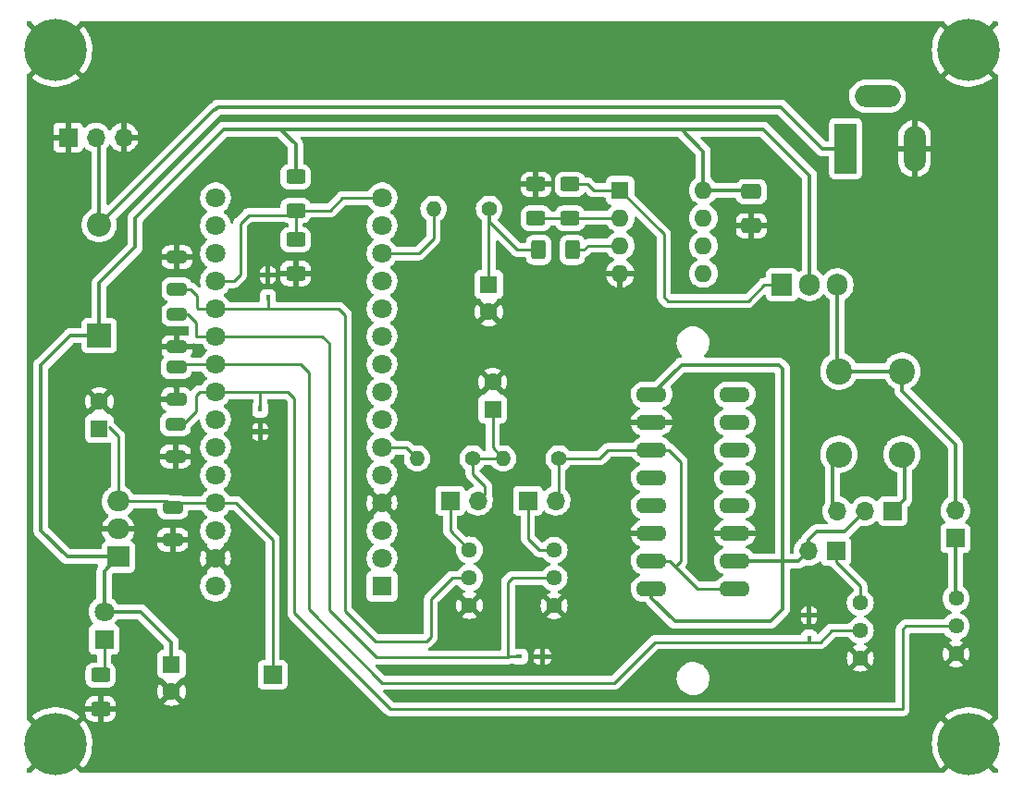
<source format=gbr>
%TF.GenerationSoftware,KiCad,Pcbnew,(6.0.7)*%
%TF.CreationDate,2023-03-15T17:40:26-04:00*%
%TF.ProjectId,NPN Tracer V1,4e504e20-5472-4616-9365-722056312e6b,rev?*%
%TF.SameCoordinates,Original*%
%TF.FileFunction,Copper,L1,Top*%
%TF.FilePolarity,Positive*%
%FSLAX46Y46*%
G04 Gerber Fmt 4.6, Leading zero omitted, Abs format (unit mm)*
G04 Created by KiCad (PCBNEW (6.0.7)) date 2023-03-15 17:40:26*
%MOMM*%
%LPD*%
G01*
G04 APERTURE LIST*
G04 Aperture macros list*
%AMRoundRect*
0 Rectangle with rounded corners*
0 $1 Rounding radius*
0 $2 $3 $4 $5 $6 $7 $8 $9 X,Y pos of 4 corners*
0 Add a 4 corners polygon primitive as box body*
4,1,4,$2,$3,$4,$5,$6,$7,$8,$9,$2,$3,0*
0 Add four circle primitives for the rounded corners*
1,1,$1+$1,$2,$3*
1,1,$1+$1,$4,$5*
1,1,$1+$1,$6,$7*
1,1,$1+$1,$8,$9*
0 Add four rect primitives between the rounded corners*
20,1,$1+$1,$2,$3,$4,$5,0*
20,1,$1+$1,$4,$5,$6,$7,0*
20,1,$1+$1,$6,$7,$8,$9,0*
20,1,$1+$1,$8,$9,$2,$3,0*%
G04 Aperture macros list end*
%TA.AperFunction,ComponentPad*%
%ADD10C,1.800000*%
%TD*%
%TA.AperFunction,ComponentPad*%
%ADD11R,1.800000X1.800000*%
%TD*%
%TA.AperFunction,ComponentPad*%
%ADD12R,2.000000X4.600000*%
%TD*%
%TA.AperFunction,ComponentPad*%
%ADD13O,2.000000X4.200000*%
%TD*%
%TA.AperFunction,ComponentPad*%
%ADD14O,4.200000X2.000000*%
%TD*%
%TA.AperFunction,ComponentPad*%
%ADD15R,1.700000X1.700000*%
%TD*%
%TA.AperFunction,ComponentPad*%
%ADD16O,1.700000X1.700000*%
%TD*%
%TA.AperFunction,ConnectorPad*%
%ADD17C,5.700000*%
%TD*%
%TA.AperFunction,ComponentPad*%
%ADD18C,3.600000*%
%TD*%
%TA.AperFunction,ComponentPad*%
%ADD19R,2.200000X2.200000*%
%TD*%
%TA.AperFunction,ComponentPad*%
%ADD20O,2.200000X2.200000*%
%TD*%
%TA.AperFunction,SMDPad,CuDef*%
%ADD21RoundRect,0.250000X0.650000X-0.325000X0.650000X0.325000X-0.650000X0.325000X-0.650000X-0.325000X0*%
%TD*%
%TA.AperFunction,SMDPad,CuDef*%
%ADD22RoundRect,0.250000X-0.625000X0.400000X-0.625000X-0.400000X0.625000X-0.400000X0.625000X0.400000X0*%
%TD*%
%TA.AperFunction,SMDPad,CuDef*%
%ADD23RoundRect,0.250000X-0.650000X0.325000X-0.650000X-0.325000X0.650000X-0.325000X0.650000X0.325000X0*%
%TD*%
%TA.AperFunction,ComponentPad*%
%ADD24R,1.600000X1.600000*%
%TD*%
%TA.AperFunction,ComponentPad*%
%ADD25C,1.600000*%
%TD*%
%TA.AperFunction,ComponentPad*%
%ADD26O,1.600000X1.600000*%
%TD*%
%TA.AperFunction,SMDPad,CuDef*%
%ADD27RoundRect,0.250000X-0.650000X0.412500X-0.650000X-0.412500X0.650000X-0.412500X0.650000X0.412500X0*%
%TD*%
%TA.AperFunction,SMDPad,CuDef*%
%ADD28RoundRect,0.250000X-0.400000X-0.625000X0.400000X-0.625000X0.400000X0.625000X-0.400000X0.625000X0*%
%TD*%
%TA.AperFunction,ComponentPad*%
%ADD29R,1.905000X2.000000*%
%TD*%
%TA.AperFunction,ComponentPad*%
%ADD30O,1.905000X2.000000*%
%TD*%
%TA.AperFunction,SMDPad,CuDef*%
%ADD31R,0.600000X0.450000*%
%TD*%
%TA.AperFunction,SMDPad,CuDef*%
%ADD32R,0.450000X0.600000*%
%TD*%
%TA.AperFunction,ComponentPad*%
%ADD33C,2.400000*%
%TD*%
%TA.AperFunction,ComponentPad*%
%ADD34O,2.400000X2.400000*%
%TD*%
%TA.AperFunction,ComponentPad*%
%ADD35C,1.400000*%
%TD*%
%TA.AperFunction,ComponentPad*%
%ADD36O,1.400000X1.400000*%
%TD*%
%TA.AperFunction,SMDPad,CuDef*%
%ADD37RoundRect,0.250000X0.625000X-0.400000X0.625000X0.400000X-0.625000X0.400000X-0.625000X-0.400000X0*%
%TD*%
%TA.AperFunction,ComponentPad*%
%ADD38O,2.816000X1.408000*%
%TD*%
%TA.AperFunction,ComponentPad*%
%ADD39C,1.440000*%
%TD*%
%TA.AperFunction,ComponentPad*%
%ADD40R,2.000000X1.905000*%
%TD*%
%TA.AperFunction,ComponentPad*%
%ADD41O,2.000000X1.905000*%
%TD*%
%TA.AperFunction,Conductor*%
%ADD42C,0.350000*%
%TD*%
%TA.AperFunction,Conductor*%
%ADD43C,0.250000*%
%TD*%
G04 APERTURE END LIST*
D10*
%TO.P,TB1,30,VIN*%
%TO.N,unconnected-(TB1-Pad30)*%
X102083500Y-102694000D03*
%TO.P,TB1,29,COM/GND*%
%TO.N,GND*%
X102083500Y-100154000D03*
%TO.P,TB1,28,RESET*%
%TO.N,unconnected-(TB1-Pad28)*%
X102083500Y-97614000D03*
%TO.P,TB1,27,+5V*%
%TO.N,5V*%
X102083500Y-95074000D03*
%TO.P,TB1,26,A7*%
%TO.N,unconnected-(TB1-Pad26)*%
X102083500Y-92534000D03*
%TO.P,TB1,25,A6*%
%TO.N,unconnected-(TB1-Pad25)*%
X102083500Y-89994000D03*
%TO.P,TB1,24,A5*%
%TO.N,unconnected-(TB1-Pad24)*%
X102083500Y-87454000D03*
%TO.P,TB1,23,A4*%
%TO.N,ADC4*%
X102083500Y-84914000D03*
%TO.P,TB1,22,A3*%
%TO.N,ADC3*%
X102083500Y-82374000D03*
%TO.P,TB1,21,A2*%
%TO.N,ADC2*%
X102083500Y-79834000D03*
%TO.P,TB1,20,A1*%
%TO.N,ADC1*%
X102083500Y-77294000D03*
%TO.P,TB1,19,A0*%
%TO.N,Net-(R10-Pad1)*%
X102083500Y-74754000D03*
%TO.P,TB1,18,AREF*%
%TO.N,unconnected-(TB1-Pad18)*%
X102083500Y-72214000D03*
%TO.P,TB1,17,3V3*%
%TO.N,unconnected-(TB1-Pad17)*%
X102083500Y-69674000D03*
%TO.P,TB1,16,D13/SCK*%
%TO.N,unconnected-(TB1-Pad16)*%
X102083500Y-67134000D03*
%TO.P,TB1,15,D12/MISO*%
%TO.N,Net-(R10-Pad1)*%
X117323500Y-67134000D03*
%TO.P,TB1,14,D11/MOSI*%
%TO.N,unconnected-(TB1-Pad14)*%
X117323500Y-69674000D03*
%TO.P,TB1,13,D10*%
%TO.N,Net-(R1-Pad2)*%
X117323500Y-72214000D03*
%TO.P,TB1,12,D9*%
%TO.N,unconnected-(TB1-Pad12)*%
X117323500Y-74754000D03*
%TO.P,TB1,11,D8*%
%TO.N,unconnected-(TB1-Pad11)*%
X117323500Y-77294000D03*
%TO.P,TB1,10,D7*%
%TO.N,unconnected-(TB1-Pad10)*%
X117323500Y-79834000D03*
%TO.P,TB1,9,D6*%
%TO.N,unconnected-(TB1-Pad9)*%
X117323500Y-82374000D03*
%TO.P,TB1,8,D5*%
%TO.N,unconnected-(TB1-Pad8)*%
X117323500Y-84914000D03*
%TO.P,TB1,7,D4*%
%TO.N,unconnected-(TB1-Pad7)*%
X117323500Y-87454000D03*
%TO.P,TB1,6,D3*%
%TO.N,Net-(R3-Pad2)*%
X117323500Y-89994000D03*
%TO.P,TB1,5,D2*%
%TO.N,unconnected-(TB1-Pad5)*%
X117323500Y-92534000D03*
%TO.P,TB1,4,COM/GND*%
%TO.N,GND*%
X117323500Y-95074000D03*
%TO.P,TB1,3,RESET*%
%TO.N,unconnected-(TB1-Pad3)*%
X117323500Y-97614000D03*
%TO.P,TB1,2,D0/RX*%
%TO.N,unconnected-(TB1-Pad2)*%
X117323500Y-100154000D03*
D11*
%TO.P,TB1,1,D1/TX*%
%TO.N,unconnected-(TB1-Pad1)*%
X117323500Y-102694000D03*
%TD*%
D12*
%TO.P,J8,1*%
%TO.N,VIN*%
X159766000Y-62626000D03*
D13*
%TO.P,J8,2*%
%TO.N,GND*%
X166066000Y-62626000D03*
D14*
%TO.P,J8,3*%
%TO.N,N/C*%
X162666000Y-57826000D03*
%TD*%
D15*
%TO.P,J5,1,Pin_1*%
%TO.N,GND*%
X88597500Y-61595000D03*
D16*
%TO.P,J5,2,Pin_2*%
%TO.N,VIN*%
X91137500Y-61595000D03*
%TO.P,J5,3,Pin_3*%
%TO.N,GND*%
X93677500Y-61595000D03*
%TD*%
D17*
%TO.P,H4,1,1*%
%TO.N,GND*%
X171005500Y-117157500D03*
D18*
X171005500Y-117157500D03*
%TD*%
D17*
%TO.P,H3,1,1*%
%TO.N,GND*%
X171005500Y-53594000D03*
D18*
X171005500Y-53594000D03*
%TD*%
D17*
%TO.P,H2,1,1*%
%TO.N,GND*%
X87439500Y-53594000D03*
D18*
X87439500Y-53594000D03*
%TD*%
D17*
%TO.P,H1,1,1*%
%TO.N,GND*%
X87439500Y-117157500D03*
D18*
X87439500Y-117157500D03*
%TD*%
D19*
%TO.P,D1,1,K*%
%TO.N,12V*%
X91440000Y-79756000D03*
D20*
%TO.P,D1,2,A*%
%TO.N,VIN*%
X91440000Y-69596000D03*
%TD*%
D21*
%TO.P,C7,1*%
%TO.N,ADC1*%
X98552000Y-75516000D03*
%TO.P,C7,2*%
%TO.N,GND*%
X98552000Y-72566000D03*
%TD*%
D22*
%TO.P,R11,1*%
%TO.N,Net-(R10-Pad1)*%
X109410500Y-70967000D03*
%TO.P,R11,2*%
%TO.N,GND*%
X109410500Y-74067000D03*
%TD*%
D23*
%TO.P,C10,1*%
%TO.N,ADC4*%
X98425000Y-87869500D03*
%TO.P,C10,2*%
%TO.N,GND*%
X98425000Y-90819500D03*
%TD*%
D24*
%TO.P,C2,1*%
%TO.N,Net-(C2-Pad1)*%
X127444500Y-86496651D03*
D25*
%TO.P,C2,2*%
%TO.N,GND*%
X127444500Y-83996651D03*
%TD*%
D23*
%TO.P,C6,1*%
%TO.N,5V*%
X98171000Y-95489500D03*
%TO.P,C6,2*%
%TO.N,GND*%
X98171000Y-98439500D03*
%TD*%
D24*
%TO.P,U1,1*%
%TO.N,Net-(Q1-Pad1)*%
X139114000Y-66445500D03*
D26*
%TO.P,U1,2,-*%
%TO.N,Net-(R6-Pad2)*%
X139114000Y-68985500D03*
%TO.P,U1,3,+*%
%TO.N,SUPPLY*%
X139114000Y-71525500D03*
%TO.P,U1,4,V-*%
%TO.N,GND*%
X139114000Y-74065500D03*
%TO.P,U1,5,+*%
%TO.N,unconnected-(U1-Pad5)*%
X146734000Y-74065500D03*
%TO.P,U1,6,-*%
%TO.N,unconnected-(U1-Pad6)*%
X146734000Y-71525500D03*
%TO.P,U1,7*%
%TO.N,unconnected-(U1-Pad7)*%
X146734000Y-68985500D03*
%TO.P,U1,8,V+*%
%TO.N,12V*%
X146734000Y-66445500D03*
%TD*%
D15*
%TO.P,J2,1,Pin_1*%
%TO.N,Net-(ADC4-Pad3)*%
X169799000Y-98303000D03*
D16*
%TO.P,J2,2,Pin_2*%
%TO.N,Net-(J2-Pad2)*%
X169799000Y-95763000D03*
%TD*%
D15*
%TO.P,J6,1,Pin_1*%
%TO.N,Net-(ADC1-Pad3)*%
X123566000Y-94869000D03*
D16*
%TO.P,J6,2,Pin_2*%
%TO.N,Net-(C2-Pad1)*%
X126106000Y-94869000D03*
%TD*%
D27*
%TO.P,C3,1*%
%TO.N,12V*%
X151130000Y-66573000D03*
%TO.P,C3,2*%
%TO.N,GND*%
X151130000Y-69698000D03*
%TD*%
D28*
%TO.P,R2,1*%
%TO.N,Net-(C1-Pad1)*%
X131648500Y-71896500D03*
%TO.P,R2,2*%
%TO.N,SUPPLY*%
X134748500Y-71896500D03*
%TD*%
D23*
%TO.P,C9,1*%
%TO.N,ADC3*%
X98488500Y-82648000D03*
%TO.P,C9,2*%
%TO.N,GND*%
X98488500Y-85598000D03*
%TD*%
D24*
%TO.P,C4,1*%
%TO.N,12V*%
X98044000Y-109855000D03*
D25*
%TO.P,C4,2*%
%TO.N,GND*%
X98044000Y-112355000D03*
%TD*%
D29*
%TO.P,Q1,1,B*%
%TO.N,Net-(Q1-Pad1)*%
X153924000Y-75084500D03*
D30*
%TO.P,Q1,2,C*%
%TO.N,12V*%
X156464000Y-75084500D03*
%TO.P,Q1,3,E*%
%TO.N,Net-(J2-Pad2)*%
X159004000Y-75084500D03*
%TD*%
D31*
%TO.P,D5,1,K*%
%TO.N,ADC2*%
X129887000Y-109156500D03*
%TO.P,D5,2,A*%
%TO.N,GND*%
X131987000Y-109156500D03*
%TD*%
D32*
%TO.P,D6,1,K*%
%TO.N,ADC4*%
X106172000Y-86453000D03*
%TO.P,D6,2,A*%
%TO.N,GND*%
X106172000Y-88553000D03*
%TD*%
D15*
%TO.P,J1,1,Pin_1*%
%TO.N,Net-(ADC3-Pad3)*%
X158882000Y-99504500D03*
D16*
%TO.P,J1,2,Pin_2*%
%TO.N,Vc*%
X156342000Y-99504500D03*
%TD*%
D33*
%TO.P,R8,1*%
%TO.N,Net-(J2-Pad2)*%
X159131000Y-83009500D03*
D34*
%TO.P,R8,2*%
%TO.N,Net-(J4-Pad3)*%
X159131000Y-90629500D03*
%TD*%
D32*
%TO.P,D3,1,K*%
%TO.N,ADC1*%
X106870500Y-76297500D03*
%TO.P,D3,2,A*%
%TO.N,GND*%
X106870500Y-74197500D03*
%TD*%
D35*
%TO.P,R4,1*%
%TO.N,BASE{slash}GATE*%
X133490500Y-90995500D03*
D36*
%TO.P,R4,2*%
%TO.N,Net-(C2-Pad1)*%
X128410500Y-90995500D03*
%TD*%
D15*
%TO.P,J3,1,Pin_1*%
%TO.N,Net-(ADC2-Pad3)*%
X130678000Y-94869000D03*
D16*
%TO.P,J3,2,Pin_2*%
%TO.N,BASE{slash}GATE*%
X133218000Y-94869000D03*
%TD*%
D37*
%TO.P,R7,1*%
%TO.N,Net-(R6-Pad2)*%
X134532000Y-69001500D03*
%TO.P,R7,2*%
%TO.N,Net-(Q1-Pad1)*%
X134532000Y-65901500D03*
%TD*%
D23*
%TO.P,C8,1*%
%TO.N,ADC2*%
X98552000Y-77836500D03*
%TO.P,C8,2*%
%TO.N,GND*%
X98552000Y-80786500D03*
%TD*%
D11*
%TO.P,D2,1,K*%
%TO.N,Net-(D2-Pad1)*%
X91884500Y-107574000D03*
D10*
%TO.P,D2,2,A*%
%TO.N,12V*%
X91884500Y-105034000D03*
%TD*%
D15*
%TO.P,J7,1,Pin_1*%
%TO.N,5V*%
X107315000Y-110807500D03*
%TD*%
D37*
%TO.P,R10,1*%
%TO.N,Net-(R10-Pad1)*%
X109410500Y-68288500D03*
%TO.P,R10,2*%
%TO.N,12V*%
X109410500Y-65188500D03*
%TD*%
D38*
%TO.P,ZX1,1*%
%TO.N,BASE{slash}GATE*%
X149606000Y-102933500D03*
%TO.P,ZX1,2*%
%TO.N,Vc*%
X149606000Y-100393500D03*
%TO.P,ZX1,3*%
%TO.N,GND*%
X149606000Y-97853500D03*
%TO.P,ZX1,4*%
%TO.N,unconnected-(ZX1-Pad4)*%
X149606000Y-95313500D03*
%TO.P,ZX1,5*%
%TO.N,unconnected-(ZX1-Pad5)*%
X149606000Y-92773500D03*
%TO.P,ZX1,6*%
%TO.N,unconnected-(ZX1-Pad6)*%
X149606000Y-90233500D03*
%TO.P,ZX1,7*%
%TO.N,unconnected-(ZX1-Pad7)*%
X149606000Y-87693500D03*
%TO.P,ZX1,8*%
%TO.N,unconnected-(ZX1-Pad8)*%
X149606000Y-85153500D03*
%TO.P,ZX1,9*%
%TO.N,Vc*%
X141986000Y-85153500D03*
%TO.P,ZX1,10*%
%TO.N,GND*%
X141986000Y-87693500D03*
%TO.P,ZX1,11*%
%TO.N,BASE{slash}GATE*%
X141986000Y-90233500D03*
%TO.P,ZX1,12*%
%TO.N,unconnected-(ZX1-Pad12)*%
X141986000Y-92773500D03*
%TO.P,ZX1,13*%
%TO.N,unconnected-(ZX1-Pad13)*%
X141986000Y-95313500D03*
%TO.P,ZX1,14*%
%TO.N,GND*%
X141986000Y-97853500D03*
%TO.P,ZX1,15*%
%TO.N,BASE{slash}GATE*%
X141986000Y-100393500D03*
%TO.P,ZX1,16*%
%TO.N,Vc*%
X141986000Y-102933500D03*
%TD*%
D39*
%TO.P,ADC1,1,1*%
%TO.N,GND*%
X125324500Y-104472000D03*
%TO.P,ADC1,2,2*%
%TO.N,ADC1*%
X125324500Y-101932000D03*
%TO.P,ADC1,3,3*%
%TO.N,Net-(ADC1-Pad3)*%
X125324500Y-99392000D03*
%TD*%
D32*
%TO.P,D4,1,K*%
%TO.N,ADC3*%
X156400500Y-107476000D03*
%TO.P,D4,2,A*%
%TO.N,GND*%
X156400500Y-105376000D03*
%TD*%
D39*
%TO.P,ADC3,1,1*%
%TO.N,GND*%
X161099500Y-109293500D03*
%TO.P,ADC3,2,2*%
%TO.N,ADC3*%
X161099500Y-106753500D03*
%TO.P,ADC3,3,3*%
%TO.N,Net-(ADC3-Pad3)*%
X161099500Y-104213500D03*
%TD*%
D22*
%TO.P,R6,1*%
%TO.N,GND*%
X131420500Y-65901500D03*
%TO.P,R6,2*%
%TO.N,Net-(R6-Pad2)*%
X131420500Y-69001500D03*
%TD*%
D15*
%TO.P,J4,1,Pin_1*%
%TO.N,Net-(J4-Pad1)*%
X164069000Y-95821500D03*
D16*
%TO.P,J4,2,Pin_2*%
%TO.N,Vc*%
X161529000Y-95821500D03*
%TO.P,J4,3,Pin_3*%
%TO.N,Net-(J4-Pad3)*%
X158989000Y-95821500D03*
%TD*%
D40*
%TO.P,U2,1,VI*%
%TO.N,12V*%
X93182000Y-100012500D03*
D41*
%TO.P,U2,2,GND*%
%TO.N,GND*%
X93182000Y-97472500D03*
%TO.P,U2,3,VO*%
%TO.N,5V*%
X93182000Y-94932500D03*
%TD*%
D39*
%TO.P,ADC2,1,1*%
%TO.N,GND*%
X133071500Y-104482000D03*
%TO.P,ADC2,2,2*%
%TO.N,ADC2*%
X133071500Y-101942000D03*
%TO.P,ADC2,3,3*%
%TO.N,Net-(ADC2-Pad3)*%
X133071500Y-99402000D03*
%TD*%
D35*
%TO.P,R3,1*%
%TO.N,Net-(C2-Pad1)*%
X125616500Y-90995500D03*
D36*
%TO.P,R3,2*%
%TO.N,Net-(R3-Pad2)*%
X120536500Y-90995500D03*
%TD*%
D37*
%TO.P,R9,1*%
%TO.N,GND*%
X91567000Y-113945000D03*
%TO.P,R9,2*%
%TO.N,Net-(D2-Pad1)*%
X91567000Y-110845000D03*
%TD*%
D39*
%TO.P,ADC4,1,1*%
%TO.N,GND*%
X169862500Y-108912500D03*
%TO.P,ADC4,2,2*%
%TO.N,ADC4*%
X169862500Y-106372500D03*
%TO.P,ADC4,3,3*%
%TO.N,Net-(ADC4-Pad3)*%
X169862500Y-103832500D03*
%TD*%
D24*
%TO.P,C5,1*%
%TO.N,5V*%
X91440000Y-88274651D03*
D25*
%TO.P,C5,2*%
%TO.N,GND*%
X91440000Y-85774651D03*
%TD*%
D24*
%TO.P,C1,1*%
%TO.N,Net-(C1-Pad1)*%
X127102500Y-75071500D03*
D25*
%TO.P,C1,2*%
%TO.N,GND*%
X127102500Y-77571500D03*
%TD*%
D35*
%TO.P,R1,1*%
%TO.N,Net-(C1-Pad1)*%
X127127000Y-68135500D03*
D36*
%TO.P,R1,2*%
%TO.N,Net-(R1-Pad2)*%
X122047000Y-68135500D03*
%TD*%
D33*
%TO.P,R5,1*%
%TO.N,Net-(J2-Pad2)*%
X164909500Y-83009500D03*
D34*
%TO.P,R5,2*%
%TO.N,Net-(J4-Pad1)*%
X164909500Y-90629500D03*
%TD*%
D42*
%TO.N,12V*%
X98044000Y-107823000D02*
X98044000Y-109855000D01*
X95255000Y-105034000D02*
X98044000Y-107823000D01*
X91884500Y-105034000D02*
X95255000Y-105034000D01*
X151002500Y-66445500D02*
X151130000Y-66573000D01*
X146734000Y-66445500D02*
X151002500Y-66445500D01*
X144716500Y-60896500D02*
X144716500Y-60833000D01*
X146734000Y-62914000D02*
X144716500Y-60896500D01*
%TO.N,VIN*%
X91440000Y-61897500D02*
X91137500Y-61595000D01*
X91440000Y-69596000D02*
X91440000Y-61897500D01*
X102298500Y-58801000D02*
X101981000Y-59118500D01*
X153797000Y-58801000D02*
X102298500Y-58801000D01*
X101917500Y-59118500D02*
X91440000Y-69596000D01*
X157622000Y-62626000D02*
X153797000Y-58801000D01*
X159766000Y-62626000D02*
X157622000Y-62626000D01*
X101981000Y-59118500D02*
X101917500Y-59118500D01*
%TO.N,12V*%
X102870000Y-60833000D02*
X108013500Y-60833000D01*
X94742000Y-71628000D02*
X94742000Y-68961000D01*
X91440000Y-74930000D02*
X94742000Y-71628000D01*
X91440000Y-79756000D02*
X91440000Y-74930000D01*
X94742000Y-68961000D02*
X102870000Y-60833000D01*
X108013500Y-60833000D02*
X144653000Y-60833000D01*
X146734000Y-62914000D02*
X146734000Y-66445500D01*
X156464000Y-65087500D02*
X156464000Y-75084500D01*
X152209500Y-60833000D02*
X156464000Y-65087500D01*
X144716500Y-60833000D02*
X152209500Y-60833000D01*
X109410500Y-62230000D02*
X109410500Y-65188500D01*
X108013500Y-60833000D02*
X109410500Y-62230000D01*
X91884500Y-101310000D02*
X91884500Y-105034000D01*
X93182000Y-100012500D02*
X91884500Y-101310000D01*
X88519000Y-100012500D02*
X93182000Y-100012500D01*
X86106000Y-97599500D02*
X88519000Y-100012500D01*
X88773000Y-79756000D02*
X86106000Y-82423000D01*
X86106000Y-82423000D02*
X86106000Y-97599500D01*
X91440000Y-79756000D02*
X88773000Y-79756000D01*
D43*
%TO.N,5V*%
X97614000Y-94932500D02*
X98171000Y-95489500D01*
X107315000Y-98425000D02*
X107315000Y-110807500D01*
X103964000Y-95074000D02*
X107315000Y-98425000D01*
X93182000Y-94932500D02*
X97614000Y-94932500D01*
X102083500Y-95074000D02*
X103964000Y-95074000D01*
X102083500Y-95074000D02*
X98586500Y-95074000D01*
X93182000Y-88991000D02*
X92329000Y-88138000D01*
X93182000Y-94932500D02*
X93182000Y-88991000D01*
X98586500Y-95074000D02*
X98171000Y-95489500D01*
%TO.N,Net-(C2-Pad1)*%
X125616500Y-90995500D02*
X125616500Y-92406000D01*
X126746000Y-93535500D02*
X126746000Y-94229000D01*
X125616500Y-90995500D02*
X128410500Y-90995500D01*
X127444500Y-90029500D02*
X128410500Y-90995500D01*
X127444500Y-86496651D02*
X127444500Y-90029500D01*
X125616500Y-92406000D02*
X126746000Y-93535500D01*
X126746000Y-94229000D02*
X126106000Y-94869000D01*
%TO.N,Net-(D2-Pad1)*%
X91884500Y-107574000D02*
X91884500Y-110527500D01*
X91884500Y-110527500D02*
X91567000Y-110845000D01*
D42*
%TO.N,Net-(J4-Pad1)*%
X164909500Y-90629500D02*
X165163500Y-90883500D01*
X165163500Y-94727000D02*
X164069000Y-95821500D01*
X165163500Y-90883500D02*
X165163500Y-94727000D01*
%TO.N,Vc*%
X157099000Y-97726500D02*
X159624000Y-97726500D01*
X141986000Y-85153500D02*
X144716500Y-82423000D01*
X144145000Y-105918000D02*
X152844500Y-105918000D01*
X159624000Y-97726500D02*
X161529000Y-95821500D01*
X153987500Y-100393500D02*
X155453000Y-100393500D01*
X141986000Y-102933500D02*
X141986000Y-103759000D01*
X144716500Y-82423000D02*
X153606500Y-82423000D01*
X153987500Y-100711000D02*
X153987500Y-100393500D01*
X156342000Y-99504500D02*
X156342000Y-98483500D01*
X153606500Y-82423000D02*
X153987500Y-82804000D01*
X152844500Y-105918000D02*
X153987500Y-104775000D01*
X156342000Y-98483500D02*
X157099000Y-97726500D01*
X141986000Y-103759000D02*
X144145000Y-105918000D01*
X153987500Y-104775000D02*
X153987500Y-100711000D01*
X155453000Y-100393500D02*
X156342000Y-99504500D01*
X153987500Y-82804000D02*
X153987500Y-100711000D01*
X149606000Y-100393500D02*
X153987500Y-100393500D01*
%TO.N,Net-(J4-Pad3)*%
X158559500Y-91201000D02*
X158559500Y-95392000D01*
X158559500Y-95392000D02*
X158989000Y-95821500D01*
X159131000Y-90629500D02*
X158559500Y-91201000D01*
D43*
%TO.N,Net-(Q1-Pad1)*%
X139114000Y-66445500D02*
X143129000Y-70460500D01*
X136132500Y-65901500D02*
X136676500Y-66445500D01*
X134532000Y-65901500D02*
X136132500Y-65901500D01*
X143129000Y-70460500D02*
X143129000Y-76200000D01*
X143129000Y-76200000D02*
X143510000Y-76581000D01*
X136676500Y-66445500D02*
X139114000Y-66445500D01*
X143510000Y-76581000D02*
X150812500Y-76581000D01*
X150812500Y-76581000D02*
X152309000Y-75084500D01*
X152309000Y-75084500D02*
X153924000Y-75084500D01*
D42*
%TO.N,Net-(J2-Pad2)*%
X159131000Y-83009500D02*
X164909500Y-83009500D01*
X169799000Y-89725500D02*
X169799000Y-95763000D01*
X164909500Y-84836000D02*
X169799000Y-89725500D01*
X164909500Y-83009500D02*
X164909500Y-84836000D01*
X159004000Y-82882500D02*
X159131000Y-83009500D01*
X159004000Y-75084500D02*
X159004000Y-82882500D01*
D43*
%TO.N,Net-(R1-Pad2)*%
X122047000Y-70866000D02*
X122047000Y-68135500D01*
X120699000Y-72214000D02*
X122047000Y-70866000D01*
X117323500Y-72214000D02*
X120699000Y-72214000D01*
%TO.N,SUPPLY*%
X135812000Y-71896500D02*
X136183000Y-71525500D01*
X136183000Y-71525500D02*
X139114000Y-71525500D01*
X134748500Y-71896500D02*
X135812000Y-71896500D01*
%TO.N,Net-(R3-Pad2)*%
X119535000Y-89994000D02*
X120536500Y-90995500D01*
X117323500Y-89994000D02*
X119535000Y-89994000D01*
%TO.N,BASE{slash}GATE*%
X146177000Y-102933500D02*
X149606000Y-102933500D01*
X144653000Y-100393500D02*
X144145000Y-100901500D01*
X137985500Y-90233500D02*
X141986000Y-90233500D01*
X133490500Y-90995500D02*
X133490500Y-94596500D01*
X144145000Y-100901500D02*
X146177000Y-102933500D01*
X133490500Y-90995500D02*
X137223500Y-90995500D01*
X133490500Y-94596500D02*
X133218000Y-94869000D01*
X141986000Y-100393500D02*
X143637000Y-100393500D01*
X143573500Y-90233500D02*
X144653000Y-91313000D01*
X143637000Y-100393500D02*
X144145000Y-100901500D01*
X144653000Y-91313000D02*
X144653000Y-100393500D01*
X141986000Y-90233500D02*
X143573500Y-90233500D01*
X137223500Y-90995500D02*
X137985500Y-90233500D01*
%TO.N,Net-(R6-Pad2)*%
X134548000Y-68985500D02*
X139114000Y-68985500D01*
X134532000Y-69001500D02*
X134548000Y-68985500D01*
X131420500Y-69001500D02*
X134532000Y-69001500D01*
%TO.N,ADC4*%
X106172000Y-86453000D02*
X106172000Y-85026500D01*
X106059500Y-84914000D02*
X102083500Y-84914000D01*
X99138000Y-87869500D02*
X100330000Y-86677500D01*
X164973000Y-106680000D02*
X164973000Y-113982500D01*
X118110000Y-113982500D02*
X109283500Y-105156000D01*
X100633000Y-84914000D02*
X102083500Y-84914000D01*
X106172000Y-85026500D02*
X106059500Y-84914000D01*
X109283500Y-105156000D02*
X109283500Y-85471000D01*
X108726500Y-84914000D02*
X106059500Y-84914000D01*
X109283500Y-85471000D02*
X108726500Y-84914000D01*
X100330000Y-86677500D02*
X100330000Y-85217000D01*
X169862500Y-106372500D02*
X165280500Y-106372500D01*
X98425000Y-87869500D02*
X99138000Y-87869500D01*
X165280500Y-106372500D02*
X164973000Y-106680000D01*
X164973000Y-113982500D02*
X118110000Y-113982500D01*
X100330000Y-85217000D02*
X100633000Y-84914000D01*
%TO.N,ADC3*%
X110617000Y-104838500D02*
X110617000Y-83121500D01*
X110617000Y-83121500D02*
X109869500Y-82374000D01*
X138557000Y-111569500D02*
X117348000Y-111569500D01*
X156400500Y-107823000D02*
X142303500Y-107823000D01*
X98488500Y-82648000D02*
X98762500Y-82374000D01*
X157416500Y-107823000D02*
X158486000Y-106753500D01*
X109869500Y-82374000D02*
X102083500Y-82374000D01*
X142303500Y-107823000D02*
X138557000Y-111569500D01*
X156400500Y-107476000D02*
X156400500Y-107823000D01*
X98762500Y-82374000D02*
X102083500Y-82374000D01*
X158486000Y-106753500D02*
X161099500Y-106753500D01*
X117348000Y-111569500D02*
X110617000Y-104838500D01*
X156400500Y-107823000D02*
X157416500Y-107823000D01*
%TO.N,ADC2*%
X99553500Y-77836500D02*
X100266500Y-78549500D01*
X116776500Y-109220000D02*
X112458500Y-104902000D01*
X128841500Y-102362000D02*
X128841500Y-109220000D01*
X128841500Y-109220000D02*
X116776500Y-109220000D01*
X111838000Y-79834000D02*
X102083500Y-79834000D01*
X112458500Y-104902000D02*
X112458500Y-80454500D01*
X100266500Y-78549500D02*
X100266500Y-79819500D01*
X128905000Y-109156500D02*
X128841500Y-109220000D01*
X100281000Y-79834000D02*
X102083500Y-79834000D01*
X100266500Y-79819500D02*
X100281000Y-79834000D01*
X133071500Y-101942000D02*
X129261500Y-101942000D01*
X129261500Y-101942000D02*
X128841500Y-102362000D01*
X98552000Y-77836500D02*
X99553500Y-77836500D01*
X129887000Y-109156500D02*
X128905000Y-109156500D01*
X112458500Y-80454500D02*
X111838000Y-79834000D01*
%TO.N,ADC1*%
X99836500Y-75516000D02*
X100393500Y-76073000D01*
X100393500Y-76073000D02*
X100393500Y-77216000D01*
X125324500Y-101932000D02*
X123747000Y-101932000D01*
X106870500Y-77245000D02*
X106821500Y-77294000D01*
X116713000Y-107759500D02*
X113919000Y-104965500D01*
X113919000Y-77851000D02*
X113362000Y-77294000D01*
X113362000Y-77294000D02*
X106821500Y-77294000D01*
X121793000Y-107315000D02*
X121348500Y-107759500D01*
X100393500Y-77216000D02*
X100471500Y-77294000D01*
X98552000Y-75516000D02*
X99836500Y-75516000D01*
X113919000Y-104965500D02*
X113919000Y-77851000D01*
X121793000Y-103886000D02*
X121793000Y-107315000D01*
X100471500Y-77294000D02*
X102083500Y-77294000D01*
X105805500Y-77294000D02*
X102083500Y-77294000D01*
X123747000Y-101932000D02*
X121793000Y-103886000D01*
X121348500Y-107759500D02*
X116713000Y-107759500D01*
X106821500Y-77294000D02*
X105805500Y-77294000D01*
X106870500Y-76297500D02*
X106870500Y-77245000D01*
%TO.N,Net-(C1-Pad1)*%
X127127000Y-69342000D02*
X129681500Y-71896500D01*
X127127000Y-68135500D02*
X127127000Y-68834000D01*
X127102500Y-75071500D02*
X127102500Y-68858500D01*
X129681500Y-71896500D02*
X131648500Y-71896500D01*
X127127000Y-68834000D02*
X127127000Y-69342000D01*
X127102500Y-68858500D02*
X127127000Y-68834000D01*
%TO.N,Net-(ADC1-Pad3)*%
X123566000Y-97633500D02*
X125324500Y-99392000D01*
X123566000Y-94869000D02*
X123566000Y-97633500D01*
%TO.N,Net-(ADC2-Pad3)*%
X131723500Y-99402000D02*
X133071500Y-99402000D01*
X130678000Y-98356500D02*
X131723500Y-99402000D01*
X130678000Y-94869000D02*
X130678000Y-98356500D01*
%TO.N,Net-(ADC3-Pad3)*%
X158882000Y-99504500D02*
X158882000Y-100462000D01*
X161099500Y-102679500D02*
X161099500Y-104213500D01*
X158882000Y-100462000D02*
X161099500Y-102679500D01*
%TO.N,Net-(ADC4-Pad3)*%
X169799000Y-103769000D02*
X169862500Y-103832500D01*
D42*
X169799000Y-98303000D02*
X169799000Y-103769000D01*
D43*
%TO.N,Net-(R10-Pad1)*%
X102083500Y-74754000D02*
X103744500Y-74754000D01*
X104330500Y-69469000D02*
X105092500Y-68707000D01*
X112559500Y-68288500D02*
X113714000Y-67134000D01*
X104330500Y-74168000D02*
X104330500Y-69469000D01*
X109410500Y-68288500D02*
X109410500Y-70967000D01*
X105092500Y-68707000D02*
X108992000Y-68707000D01*
X109410500Y-68288500D02*
X112559500Y-68288500D01*
X103744500Y-74754000D02*
X104330500Y-74168000D01*
X113714000Y-67134000D02*
X117323500Y-67134000D01*
X108992000Y-68707000D02*
X109410500Y-68288500D01*
%TD*%
%TA.AperFunction,Conductor*%
%TO.N,GND*%
G36*
X85196425Y-50947502D02*
G01*
X85242918Y-51001158D01*
X85253500Y-51045345D01*
X85259167Y-51054457D01*
X87426688Y-53221978D01*
X87440632Y-53229592D01*
X87442465Y-53229461D01*
X87449080Y-53225210D01*
X89617666Y-51056624D01*
X89634797Y-51025252D01*
X89641787Y-50993117D01*
X89691988Y-50942914D01*
X89752376Y-50927500D01*
X168694304Y-50927500D01*
X168762425Y-50947502D01*
X168808918Y-51001158D01*
X168819500Y-51045345D01*
X168825167Y-51054457D01*
X170992688Y-53221978D01*
X171006632Y-53229592D01*
X171008465Y-53229461D01*
X171015080Y-53225210D01*
X173183666Y-51056624D01*
X173200797Y-51025252D01*
X173207787Y-50993117D01*
X173257988Y-50942914D01*
X173318376Y-50927500D01*
X173546000Y-50927500D01*
X173614121Y-50947502D01*
X173660614Y-51001158D01*
X173672000Y-51053500D01*
X173672000Y-51284911D01*
X173651998Y-51353032D01*
X173598342Y-51399525D01*
X173556682Y-51408356D01*
X173541390Y-51417320D01*
X171377522Y-53581188D01*
X171369908Y-53595132D01*
X171370039Y-53596965D01*
X171374290Y-53603580D01*
X173539963Y-55769253D01*
X173568773Y-55784985D01*
X173606385Y-55793167D01*
X173656588Y-55843370D01*
X173672000Y-55903755D01*
X173672000Y-114848411D01*
X173651998Y-114916532D01*
X173598342Y-114963025D01*
X173556682Y-114971856D01*
X173541390Y-114980820D01*
X171377522Y-117144688D01*
X171369908Y-117158632D01*
X171370039Y-117160465D01*
X171374290Y-117167080D01*
X173539963Y-119332753D01*
X173568773Y-119348485D01*
X173606385Y-119356667D01*
X173656588Y-119406870D01*
X173672000Y-119467255D01*
X173672000Y-119698000D01*
X173651998Y-119766121D01*
X173598342Y-119812614D01*
X173546000Y-119824000D01*
X173316358Y-119824000D01*
X173248237Y-119803998D01*
X173201744Y-119750342D01*
X173191202Y-119705984D01*
X173185387Y-119696597D01*
X171018312Y-117529522D01*
X171004368Y-117521908D01*
X171002535Y-117522039D01*
X170995920Y-117526290D01*
X168826909Y-119695301D01*
X168809572Y-119727049D01*
X168802755Y-119758387D01*
X168752552Y-119808588D01*
X168692168Y-119824000D01*
X89750358Y-119824000D01*
X89682237Y-119803998D01*
X89635744Y-119750342D01*
X89625202Y-119705984D01*
X89619387Y-119696597D01*
X87452312Y-117529522D01*
X87438368Y-117521908D01*
X87436535Y-117522039D01*
X87429920Y-117526290D01*
X85260909Y-119695301D01*
X85243572Y-119727049D01*
X85236755Y-119758387D01*
X85186552Y-119808588D01*
X85126168Y-119824000D01*
X84899000Y-119824000D01*
X84830879Y-119803998D01*
X84784386Y-119750342D01*
X84773000Y-119698000D01*
X84773000Y-119466684D01*
X84793002Y-119398563D01*
X84846658Y-119352070D01*
X84887747Y-119343436D01*
X84903624Y-119334166D01*
X87067478Y-117170312D01*
X87073856Y-117158632D01*
X87803908Y-117158632D01*
X87804039Y-117160465D01*
X87808290Y-117167080D01*
X89973963Y-119332753D01*
X89987560Y-119340178D01*
X89997169Y-119333481D01*
X90101697Y-119211957D01*
X90105846Y-119206569D01*
X90308003Y-118912429D01*
X90311550Y-118906618D01*
X90480750Y-118592379D01*
X90483657Y-118586201D01*
X90617935Y-118255516D01*
X90620149Y-118249086D01*
X90717927Y-117905831D01*
X90719434Y-117899201D01*
X90779573Y-117547373D01*
X90780353Y-117540633D01*
X90802240Y-117182775D01*
X90802356Y-117179173D01*
X90802426Y-117159320D01*
X90802334Y-117155693D01*
X90801980Y-117149157D01*
X167642760Y-117149157D01*
X167660818Y-117505627D01*
X167661528Y-117512383D01*
X167717978Y-117864805D01*
X167719417Y-117871460D01*
X167813594Y-118215715D01*
X167815743Y-118222176D01*
X167946553Y-118554256D01*
X167949384Y-118560439D01*
X168115292Y-118876449D01*
X168118775Y-118882291D01*
X168317840Y-119178531D01*
X168321942Y-119183975D01*
X168446442Y-119331822D01*
X168459180Y-119340264D01*
X168469624Y-119334166D01*
X170633478Y-117170312D01*
X170641092Y-117156368D01*
X170640961Y-117154535D01*
X170636710Y-117147920D01*
X168471027Y-114982237D01*
X168457490Y-114974845D01*
X168447789Y-114981632D01*
X168336149Y-115112347D01*
X168332015Y-115117755D01*
X168130894Y-115412586D01*
X168127359Y-115418423D01*
X167959254Y-115733257D01*
X167956378Y-115739426D01*
X167823254Y-116070581D01*
X167821061Y-116077021D01*
X167724479Y-116420621D01*
X167722996Y-116427256D01*
X167664089Y-116779273D01*
X167663330Y-116786045D01*
X167642784Y-117142362D01*
X167642760Y-117149157D01*
X90801980Y-117149157D01*
X90782946Y-116797708D01*
X90782211Y-116790942D01*
X90724534Y-116438733D01*
X90723067Y-116432061D01*
X90627694Y-116088155D01*
X90625520Y-116081692D01*
X90493553Y-115750075D01*
X90490697Y-115743895D01*
X90323694Y-115428481D01*
X90320182Y-115422637D01*
X90120088Y-115127098D01*
X90115967Y-115121670D01*
X89998541Y-114983204D01*
X89985715Y-114974767D01*
X89975390Y-114980820D01*
X87811522Y-117144688D01*
X87803908Y-117158632D01*
X87073856Y-117158632D01*
X87075092Y-117156368D01*
X87074961Y-117154535D01*
X87070710Y-117147920D01*
X84905027Y-114982237D01*
X84876207Y-114966499D01*
X84838613Y-114958321D01*
X84788412Y-114908118D01*
X84773000Y-114847734D01*
X84773000Y-114608992D01*
X85254080Y-114608992D01*
X85254115Y-114609833D01*
X85259167Y-114617957D01*
X87426688Y-116785478D01*
X87440632Y-116793092D01*
X87442465Y-116792961D01*
X87449080Y-116788710D01*
X89617666Y-114620124D01*
X89625280Y-114606180D01*
X89625212Y-114605223D01*
X89620271Y-114597751D01*
X89616370Y-114594431D01*
X89350765Y-114392095D01*
X90184001Y-114392095D01*
X90184338Y-114398614D01*
X90194257Y-114494206D01*
X90197149Y-114507600D01*
X90248588Y-114661784D01*
X90254761Y-114674962D01*
X90340063Y-114812807D01*
X90349099Y-114824208D01*
X90463829Y-114938739D01*
X90475240Y-114947751D01*
X90613243Y-115032816D01*
X90626424Y-115038963D01*
X90780710Y-115090138D01*
X90794086Y-115093005D01*
X90888438Y-115102672D01*
X90894854Y-115103000D01*
X91294885Y-115103000D01*
X91310124Y-115098525D01*
X91311329Y-115097135D01*
X91313000Y-115089452D01*
X91313000Y-115084884D01*
X91821000Y-115084884D01*
X91825475Y-115100123D01*
X91826865Y-115101328D01*
X91834548Y-115102999D01*
X92239095Y-115102999D01*
X92245614Y-115102662D01*
X92341206Y-115092743D01*
X92354600Y-115089851D01*
X92508784Y-115038412D01*
X92521962Y-115032239D01*
X92659807Y-114946937D01*
X92671208Y-114937901D01*
X92785739Y-114823171D01*
X92794751Y-114811760D01*
X92879816Y-114673757D01*
X92885963Y-114660576D01*
X92937138Y-114506290D01*
X92940005Y-114492914D01*
X92949672Y-114398562D01*
X92950000Y-114392146D01*
X92950000Y-114217115D01*
X92945525Y-114201876D01*
X92944135Y-114200671D01*
X92936452Y-114199000D01*
X91839115Y-114199000D01*
X91823876Y-114203475D01*
X91822671Y-114204865D01*
X91821000Y-114212548D01*
X91821000Y-115084884D01*
X91313000Y-115084884D01*
X91313000Y-114217115D01*
X91308525Y-114201876D01*
X91307135Y-114200671D01*
X91299452Y-114199000D01*
X90202116Y-114199000D01*
X90186877Y-114203475D01*
X90185672Y-114204865D01*
X90184001Y-114212548D01*
X90184001Y-114392095D01*
X89350765Y-114392095D01*
X89332458Y-114378149D01*
X89326832Y-114374325D01*
X89021222Y-114189969D01*
X89015210Y-114186772D01*
X88691466Y-114036495D01*
X88685166Y-114033975D01*
X88347095Y-113919545D01*
X88340517Y-113917709D01*
X87992092Y-113840465D01*
X87985357Y-113839350D01*
X87630606Y-113800185D01*
X87623824Y-113799806D01*
X87266895Y-113799183D01*
X87260122Y-113799538D01*
X86905214Y-113837466D01*
X86898505Y-113838553D01*
X86549789Y-113914586D01*
X86543214Y-113916397D01*
X86204750Y-114029645D01*
X86198428Y-114032148D01*
X85874180Y-114181285D01*
X85868137Y-114184471D01*
X85561904Y-114367748D01*
X85556244Y-114371566D01*
X85271594Y-114586846D01*
X85266391Y-114591242D01*
X85262101Y-114595285D01*
X85254080Y-114608992D01*
X84773000Y-114608992D01*
X84773000Y-113672885D01*
X90184000Y-113672885D01*
X90188475Y-113688124D01*
X90189865Y-113689329D01*
X90197548Y-113691000D01*
X91294885Y-113691000D01*
X91310124Y-113686525D01*
X91311329Y-113685135D01*
X91313000Y-113677452D01*
X91313000Y-113672885D01*
X91821000Y-113672885D01*
X91825475Y-113688124D01*
X91826865Y-113689329D01*
X91834548Y-113691000D01*
X92931884Y-113691000D01*
X92947123Y-113686525D01*
X92948328Y-113685135D01*
X92949999Y-113677452D01*
X92949999Y-113497905D01*
X92949662Y-113491386D01*
X92944440Y-113441062D01*
X97322493Y-113441062D01*
X97331789Y-113453077D01*
X97382994Y-113488931D01*
X97392489Y-113494414D01*
X97589947Y-113586490D01*
X97600239Y-113590236D01*
X97810688Y-113646625D01*
X97821481Y-113648528D01*
X98038525Y-113667517D01*
X98049475Y-113667517D01*
X98266519Y-113648528D01*
X98277312Y-113646625D01*
X98487761Y-113590236D01*
X98498053Y-113586490D01*
X98695511Y-113494414D01*
X98705006Y-113488931D01*
X98757048Y-113452491D01*
X98765424Y-113442012D01*
X98758356Y-113428566D01*
X98056812Y-112727022D01*
X98042868Y-112719408D01*
X98041035Y-112719539D01*
X98034420Y-112723790D01*
X97328923Y-113429287D01*
X97322493Y-113441062D01*
X92944440Y-113441062D01*
X92939743Y-113395794D01*
X92936851Y-113382400D01*
X92885412Y-113228216D01*
X92879239Y-113215038D01*
X92793937Y-113077193D01*
X92784901Y-113065792D01*
X92670171Y-112951261D01*
X92658760Y-112942249D01*
X92520757Y-112857184D01*
X92507576Y-112851037D01*
X92353290Y-112799862D01*
X92339914Y-112796995D01*
X92245562Y-112787328D01*
X92239145Y-112787000D01*
X91839115Y-112787000D01*
X91823876Y-112791475D01*
X91822671Y-112792865D01*
X91821000Y-112800548D01*
X91821000Y-113672885D01*
X91313000Y-113672885D01*
X91313000Y-112805116D01*
X91308525Y-112789877D01*
X91307135Y-112788672D01*
X91299452Y-112787001D01*
X90894905Y-112787001D01*
X90888386Y-112787338D01*
X90792794Y-112797257D01*
X90779400Y-112800149D01*
X90625216Y-112851588D01*
X90612038Y-112857761D01*
X90474193Y-112943063D01*
X90462792Y-112952099D01*
X90348261Y-113066829D01*
X90339249Y-113078240D01*
X90254184Y-113216243D01*
X90248037Y-113229424D01*
X90196862Y-113383710D01*
X90193995Y-113397086D01*
X90184328Y-113491438D01*
X90184000Y-113497855D01*
X90184000Y-113672885D01*
X84773000Y-113672885D01*
X84773000Y-112360475D01*
X96731483Y-112360475D01*
X96750472Y-112577519D01*
X96752375Y-112588312D01*
X96808764Y-112798761D01*
X96812510Y-112809053D01*
X96904586Y-113006511D01*
X96910069Y-113016006D01*
X96946509Y-113068048D01*
X96956988Y-113076424D01*
X96970434Y-113069356D01*
X97671978Y-112367812D01*
X97678356Y-112356132D01*
X98408408Y-112356132D01*
X98408539Y-112357965D01*
X98412790Y-112364580D01*
X99118287Y-113070077D01*
X99130062Y-113076507D01*
X99142077Y-113067211D01*
X99177931Y-113016006D01*
X99183414Y-113006511D01*
X99275490Y-112809053D01*
X99279236Y-112798761D01*
X99335625Y-112588312D01*
X99337528Y-112577519D01*
X99356517Y-112360475D01*
X99356517Y-112349525D01*
X99337528Y-112132481D01*
X99335625Y-112121688D01*
X99279236Y-111911239D01*
X99275490Y-111900947D01*
X99183414Y-111703489D01*
X99177931Y-111693994D01*
X99141491Y-111641952D01*
X99131012Y-111633576D01*
X99117566Y-111640644D01*
X98416022Y-112342188D01*
X98408408Y-112356132D01*
X97678356Y-112356132D01*
X97679592Y-112353868D01*
X97679461Y-112352035D01*
X97675210Y-112345420D01*
X96969713Y-111639923D01*
X96957938Y-111633493D01*
X96945923Y-111642789D01*
X96910069Y-111693994D01*
X96904586Y-111703489D01*
X96812510Y-111900947D01*
X96808764Y-111911239D01*
X96752375Y-112121688D01*
X96750472Y-112132481D01*
X96731483Y-112349525D01*
X96731483Y-112360475D01*
X84773000Y-112360475D01*
X84773000Y-97635534D01*
X85418424Y-97635534D01*
X85419729Y-97643011D01*
X85419729Y-97643014D01*
X85429002Y-97696147D01*
X85429965Y-97702671D01*
X85435051Y-97744694D01*
X85437355Y-97763735D01*
X85440042Y-97770845D01*
X85441246Y-97775748D01*
X85444114Y-97786234D01*
X85445561Y-97791026D01*
X85446866Y-97798504D01*
X85449918Y-97805456D01*
X85449918Y-97805457D01*
X85471595Y-97854841D01*
X85474086Y-97860946D01*
X85491695Y-97907544D01*
X85495831Y-97918489D01*
X85500131Y-97924746D01*
X85502467Y-97929214D01*
X85507725Y-97938660D01*
X85510307Y-97943026D01*
X85513362Y-97949985D01*
X85550823Y-97998804D01*
X85554686Y-98004123D01*
X85580326Y-98041428D01*
X85589534Y-98054826D01*
X85595203Y-98059877D01*
X85634323Y-98094732D01*
X85639598Y-98099713D01*
X88015844Y-100475959D01*
X88021698Y-100482224D01*
X88058290Y-100524170D01*
X88108626Y-100559546D01*
X88113912Y-100563472D01*
X88156354Y-100596751D01*
X88162328Y-100601435D01*
X88169249Y-100604560D01*
X88173564Y-100607173D01*
X88182976Y-100612542D01*
X88187424Y-100614927D01*
X88193639Y-100619295D01*
X88200716Y-100622054D01*
X88250952Y-100641640D01*
X88257034Y-100644197D01*
X88262383Y-100646612D01*
X88313104Y-100669514D01*
X88320576Y-100670899D01*
X88325427Y-100672419D01*
X88335757Y-100675362D01*
X88340696Y-100676630D01*
X88347772Y-100679389D01*
X88355303Y-100680381D01*
X88355305Y-100680381D01*
X88408785Y-100687422D01*
X88415279Y-100688450D01*
X88475767Y-100699660D01*
X88483348Y-100699223D01*
X88483349Y-100699223D01*
X88535631Y-100696209D01*
X88542883Y-100696000D01*
X91238005Y-100696000D01*
X91306126Y-100716002D01*
X91352619Y-100769658D01*
X91362723Y-100839932D01*
X91341092Y-100894450D01*
X91337434Y-100899654D01*
X91333522Y-100904920D01*
X91295565Y-100953328D01*
X91292439Y-100960252D01*
X91289829Y-100964561D01*
X91284458Y-100973976D01*
X91282073Y-100978424D01*
X91277705Y-100984639D01*
X91255795Y-101040835D01*
X91255358Y-101041957D01*
X91252806Y-101048029D01*
X91227486Y-101104105D01*
X91226100Y-101111582D01*
X91224590Y-101116402D01*
X91221618Y-101126835D01*
X91220370Y-101131696D01*
X91217611Y-101138772D01*
X91215629Y-101153831D01*
X91209582Y-101199762D01*
X91208550Y-101206278D01*
X91207544Y-101211705D01*
X91197339Y-101266767D01*
X91197776Y-101274347D01*
X91197776Y-101274348D01*
X91200791Y-101326642D01*
X91201000Y-101333894D01*
X91201000Y-103725348D01*
X91180998Y-103793469D01*
X91139401Y-103831430D01*
X91140333Y-103832910D01*
X91135960Y-103835664D01*
X91131372Y-103838052D01*
X91127239Y-103841155D01*
X91127236Y-103841157D01*
X90955065Y-103970427D01*
X90946155Y-103977117D01*
X90915262Y-104009445D01*
X90797993Y-104132160D01*
X90786139Y-104144564D01*
X90783225Y-104148836D01*
X90783224Y-104148837D01*
X90735379Y-104218975D01*
X90655619Y-104335899D01*
X90558102Y-104545981D01*
X90496207Y-104769169D01*
X90471595Y-104999469D01*
X90471892Y-105004622D01*
X90471892Y-105004625D01*
X90481511Y-105171459D01*
X90484927Y-105230697D01*
X90486064Y-105235743D01*
X90486065Y-105235749D01*
X90503880Y-105314797D01*
X90535846Y-105456642D01*
X90537788Y-105461424D01*
X90537789Y-105461428D01*
X90605950Y-105629288D01*
X90622984Y-105671237D01*
X90744001Y-105868719D01*
X90827689Y-105965331D01*
X90855804Y-105997788D01*
X90885286Y-106062373D01*
X90875171Y-106132646D01*
X90828670Y-106186294D01*
X90804796Y-106198267D01*
X90749015Y-106219179D01*
X90737795Y-106223385D01*
X90621239Y-106310739D01*
X90533885Y-106427295D01*
X90482755Y-106563684D01*
X90476000Y-106625866D01*
X90476000Y-108522134D01*
X90482755Y-108584316D01*
X90533885Y-108720705D01*
X90621239Y-108837261D01*
X90737795Y-108924615D01*
X90874184Y-108975745D01*
X90936366Y-108982500D01*
X91125000Y-108982500D01*
X91193121Y-109002502D01*
X91239614Y-109056158D01*
X91251000Y-109108500D01*
X91251000Y-109560500D01*
X91230998Y-109628621D01*
X91177342Y-109675114D01*
X91125000Y-109686500D01*
X90891600Y-109686500D01*
X90888354Y-109686837D01*
X90888350Y-109686837D01*
X90792692Y-109696762D01*
X90792688Y-109696763D01*
X90785834Y-109697474D01*
X90779298Y-109699655D01*
X90779296Y-109699655D01*
X90666689Y-109737224D01*
X90618054Y-109753450D01*
X90467652Y-109846522D01*
X90342695Y-109971697D01*
X90338855Y-109977927D01*
X90338854Y-109977928D01*
X90256089Y-110112198D01*
X90249885Y-110122262D01*
X90194203Y-110290139D01*
X90183500Y-110394600D01*
X90183500Y-111295400D01*
X90183837Y-111298646D01*
X90183837Y-111298650D01*
X90190009Y-111358131D01*
X90194474Y-111401166D01*
X90196655Y-111407702D01*
X90196655Y-111407704D01*
X90240728Y-111539806D01*
X90250450Y-111568946D01*
X90343522Y-111719348D01*
X90468697Y-111844305D01*
X90474927Y-111848145D01*
X90474928Y-111848146D01*
X90612090Y-111932694D01*
X90619262Y-111937115D01*
X90699005Y-111963564D01*
X90780611Y-111990632D01*
X90780613Y-111990632D01*
X90787139Y-111992797D01*
X90793975Y-111993497D01*
X90793978Y-111993498D01*
X90837031Y-111997909D01*
X90891600Y-112003500D01*
X92242400Y-112003500D01*
X92245646Y-112003163D01*
X92245650Y-112003163D01*
X92341308Y-111993238D01*
X92341312Y-111993237D01*
X92348166Y-111992526D01*
X92354702Y-111990345D01*
X92354704Y-111990345D01*
X92486806Y-111946272D01*
X92515946Y-111936550D01*
X92666348Y-111843478D01*
X92791305Y-111718303D01*
X92795146Y-111712072D01*
X92880275Y-111573968D01*
X92880276Y-111573966D01*
X92884115Y-111567738D01*
X92939797Y-111399861D01*
X92950500Y-111295400D01*
X92950500Y-110394600D01*
X92950163Y-110391350D01*
X92940238Y-110295692D01*
X92940237Y-110295688D01*
X92939526Y-110288834D01*
X92883550Y-110121054D01*
X92790478Y-109970652D01*
X92665303Y-109845695D01*
X92653589Y-109838474D01*
X92577884Y-109791809D01*
X92530391Y-109739037D01*
X92518000Y-109684549D01*
X92518000Y-109108500D01*
X92538002Y-109040379D01*
X92591658Y-108993886D01*
X92644000Y-108982500D01*
X92832634Y-108982500D01*
X92894816Y-108975745D01*
X93031205Y-108924615D01*
X93147761Y-108837261D01*
X93235115Y-108720705D01*
X93286245Y-108584316D01*
X93293000Y-108522134D01*
X93293000Y-106625866D01*
X93286245Y-106563684D01*
X93235115Y-106427295D01*
X93147761Y-106310739D01*
X93031205Y-106223385D01*
X93022796Y-106220233D01*
X93022795Y-106220232D01*
X92964304Y-106198305D01*
X92907539Y-106155664D01*
X92882839Y-106089103D01*
X92898046Y-106019754D01*
X92919593Y-105991073D01*
X92957136Y-105953660D01*
X92957140Y-105953655D01*
X92960803Y-105950005D01*
X93090169Y-105769973D01*
X93146163Y-105726326D01*
X93192491Y-105717500D01*
X94919695Y-105717500D01*
X94987816Y-105737502D01*
X95008790Y-105754405D01*
X97323595Y-108069210D01*
X97357621Y-108131522D01*
X97360500Y-108158305D01*
X97360500Y-108420500D01*
X97340498Y-108488621D01*
X97286842Y-108535114D01*
X97234500Y-108546500D01*
X97195866Y-108546500D01*
X97133684Y-108553255D01*
X96997295Y-108604385D01*
X96880739Y-108691739D01*
X96793385Y-108808295D01*
X96742255Y-108944684D01*
X96735500Y-109006866D01*
X96735500Y-110703134D01*
X96742255Y-110765316D01*
X96793385Y-110901705D01*
X96880739Y-111018261D01*
X96997295Y-111105615D01*
X97133684Y-111156745D01*
X97177252Y-111161478D01*
X97192486Y-111163133D01*
X97192489Y-111163133D01*
X97195866Y-111163500D01*
X97199185Y-111163500D01*
X97266110Y-111187153D01*
X97301804Y-111233156D01*
X97303734Y-111232141D01*
X97309442Y-111243000D01*
X97309632Y-111243245D01*
X97309653Y-111243403D01*
X97329644Y-111281434D01*
X98031188Y-111982978D01*
X98045132Y-111990592D01*
X98046965Y-111990461D01*
X98053580Y-111986210D01*
X98759077Y-111280713D01*
X98781871Y-111238971D01*
X98784047Y-111228971D01*
X98834253Y-111178773D01*
X98887814Y-111163549D01*
X98888719Y-111163500D01*
X98892134Y-111163500D01*
X98895530Y-111163131D01*
X98895532Y-111163131D01*
X98907879Y-111161790D01*
X98954316Y-111156745D01*
X99090705Y-111105615D01*
X99207261Y-111018261D01*
X99294615Y-110901705D01*
X99345745Y-110765316D01*
X99352500Y-110703134D01*
X99352500Y-109006866D01*
X99345745Y-108944684D01*
X99294615Y-108808295D01*
X99207261Y-108691739D01*
X99090705Y-108604385D01*
X98954316Y-108553255D01*
X98892134Y-108546500D01*
X98853500Y-108546500D01*
X98785379Y-108526498D01*
X98738886Y-108472842D01*
X98727500Y-108420500D01*
X98727500Y-107851056D01*
X98727792Y-107842486D01*
X98729439Y-107818321D01*
X98731577Y-107786966D01*
X98726343Y-107756971D01*
X98720997Y-107726342D01*
X98720034Y-107719819D01*
X98713558Y-107666308D01*
X98713558Y-107666307D01*
X98712645Y-107658765D01*
X98709959Y-107651655D01*
X98708754Y-107646752D01*
X98705886Y-107636266D01*
X98704439Y-107631474D01*
X98703134Y-107623996D01*
X98689972Y-107594011D01*
X98678405Y-107567659D01*
X98675914Y-107561554D01*
X98656855Y-107511118D01*
X98656853Y-107511115D01*
X98654169Y-107504011D01*
X98649869Y-107497754D01*
X98647533Y-107493286D01*
X98642275Y-107483840D01*
X98639693Y-107479474D01*
X98636638Y-107472515D01*
X98599177Y-107423696D01*
X98595314Y-107418377D01*
X98564769Y-107373935D01*
X98560466Y-107367674D01*
X98515676Y-107327767D01*
X98510402Y-107322787D01*
X95758156Y-104570541D01*
X95752302Y-104564276D01*
X95736342Y-104545981D01*
X95715710Y-104522330D01*
X95665345Y-104486934D01*
X95660077Y-104483020D01*
X95658241Y-104481580D01*
X95611672Y-104445065D01*
X95604748Y-104441939D01*
X95600439Y-104439329D01*
X95591024Y-104433958D01*
X95586576Y-104431573D01*
X95580361Y-104427205D01*
X95523039Y-104404856D01*
X95516971Y-104402306D01*
X95460895Y-104376986D01*
X95453418Y-104375600D01*
X95448598Y-104374090D01*
X95438165Y-104371118D01*
X95433304Y-104369870D01*
X95426228Y-104367111D01*
X95365238Y-104359082D01*
X95358722Y-104358050D01*
X95305700Y-104348223D01*
X95298233Y-104346839D01*
X95290653Y-104347276D01*
X95290652Y-104347276D01*
X95238358Y-104350291D01*
X95231106Y-104350500D01*
X93188513Y-104350500D01*
X93120392Y-104330498D01*
X93082721Y-104292940D01*
X93007075Y-104176009D01*
X93007070Y-104176003D01*
X93004264Y-104171665D01*
X92977792Y-104142572D01*
X92938091Y-104098942D01*
X92848387Y-104000358D01*
X92844336Y-103997159D01*
X92844332Y-103997155D01*
X92672118Y-103861150D01*
X92666623Y-103856810D01*
X92633105Y-103838307D01*
X92583136Y-103787877D01*
X92568000Y-103728000D01*
X92568000Y-102659469D01*
X100670595Y-102659469D01*
X100670892Y-102664622D01*
X100670892Y-102664625D01*
X100678199Y-102791360D01*
X100683927Y-102890697D01*
X100685064Y-102895743D01*
X100685065Y-102895749D01*
X100708554Y-102999976D01*
X100734846Y-103116642D01*
X100736788Y-103121424D01*
X100736789Y-103121428D01*
X100815937Y-103316346D01*
X100821984Y-103331237D01*
X100943001Y-103528719D01*
X101094647Y-103703784D01*
X101272849Y-103851730D01*
X101472822Y-103968584D01*
X101477647Y-103970426D01*
X101477648Y-103970427D01*
X101497731Y-103978096D01*
X101689194Y-104051209D01*
X101694260Y-104052240D01*
X101694261Y-104052240D01*
X101747346Y-104063040D01*
X101916156Y-104097385D01*
X102045589Y-104102131D01*
X102142449Y-104105683D01*
X102142453Y-104105683D01*
X102147613Y-104105872D01*
X102152733Y-104105216D01*
X102152735Y-104105216D01*
X102226666Y-104095745D01*
X102377347Y-104076442D01*
X102382295Y-104074957D01*
X102382302Y-104074956D01*
X102594247Y-104011369D01*
X102599190Y-104009886D01*
X102603824Y-104007616D01*
X102802549Y-103910262D01*
X102802552Y-103910260D01*
X102807184Y-103907991D01*
X102995743Y-103773494D01*
X103159803Y-103610005D01*
X103294958Y-103421917D01*
X103298004Y-103415755D01*
X103395284Y-103218922D01*
X103395285Y-103218920D01*
X103397578Y-103214280D01*
X103464908Y-102992671D01*
X103495140Y-102763041D01*
X103495257Y-102758268D01*
X103496745Y-102697365D01*
X103496745Y-102697361D01*
X103496827Y-102694000D01*
X103490532Y-102617434D01*
X103478273Y-102468318D01*
X103478272Y-102468312D01*
X103477849Y-102463167D01*
X103437423Y-102302224D01*
X103422684Y-102243544D01*
X103422683Y-102243540D01*
X103421425Y-102238533D01*
X103419366Y-102233797D01*
X103331130Y-102030868D01*
X103331128Y-102030865D01*
X103329070Y-102026131D01*
X103203264Y-101831665D01*
X103047387Y-101660358D01*
X103043336Y-101657159D01*
X103043332Y-101657155D01*
X102870169Y-101520400D01*
X102829106Y-101462483D01*
X102825874Y-101391560D01*
X102861499Y-101330148D01*
X102866987Y-101325623D01*
X102876997Y-101312874D01*
X102870010Y-101299721D01*
X102096311Y-100526021D01*
X102082368Y-100518408D01*
X102080534Y-100518539D01*
X102073920Y-100522790D01*
X101293680Y-101303031D01*
X101286923Y-101315406D01*
X101306230Y-101341197D01*
X101305540Y-101341713D01*
X101330127Y-101367737D01*
X101343243Y-101437511D01*
X101316555Y-101503300D01*
X101293523Y-101525719D01*
X101205697Y-101591661D01*
X101145155Y-101637117D01*
X101141583Y-101640855D01*
X100994407Y-101794866D01*
X100985139Y-101804564D01*
X100982225Y-101808836D01*
X100982224Y-101808837D01*
X100936558Y-101875781D01*
X100854619Y-101995899D01*
X100757102Y-102205981D01*
X100695207Y-102429169D01*
X100670595Y-102659469D01*
X92568000Y-102659469D01*
X92568000Y-101645305D01*
X92588002Y-101577184D01*
X92604905Y-101556210D01*
X92650710Y-101510405D01*
X92713022Y-101476379D01*
X92739805Y-101473500D01*
X94230134Y-101473500D01*
X94292316Y-101466745D01*
X94428705Y-101415615D01*
X94545261Y-101328261D01*
X94632615Y-101211705D01*
X94683745Y-101075316D01*
X94690500Y-101013134D01*
X94690500Y-100124638D01*
X100671393Y-100124638D01*
X100684127Y-100345468D01*
X100685561Y-100355670D01*
X100734185Y-100571439D01*
X100737273Y-100581292D01*
X100820486Y-100786220D01*
X100825134Y-100795421D01*
X100913597Y-100939781D01*
X100924053Y-100949242D01*
X100932831Y-100945458D01*
X101711479Y-100166811D01*
X101717856Y-100155132D01*
X102447908Y-100155132D01*
X102448039Y-100156966D01*
X102452290Y-100163580D01*
X103229807Y-100941096D01*
X103241813Y-100947652D01*
X103253552Y-100938684D01*
X103291510Y-100885859D01*
X103296821Y-100877020D01*
X103394818Y-100678737D01*
X103398617Y-100669142D01*
X103462915Y-100457517D01*
X103465094Y-100447436D01*
X103494202Y-100226338D01*
X103494721Y-100219663D01*
X103496244Y-100157364D01*
X103496050Y-100150646D01*
X103477779Y-99928400D01*
X103476096Y-99918238D01*
X103422210Y-99703708D01*
X103418889Y-99693953D01*
X103330693Y-99491118D01*
X103325815Y-99482020D01*
X103252724Y-99369038D01*
X103242038Y-99359835D01*
X103232473Y-99364238D01*
X102455521Y-100141189D01*
X102447908Y-100155132D01*
X101717856Y-100155132D01*
X101719092Y-100152868D01*
X101718961Y-100151034D01*
X101714710Y-100144420D01*
X100937362Y-99367073D01*
X100925830Y-99360776D01*
X100913548Y-99370399D01*
X100857967Y-99451877D01*
X100852879Y-99460833D01*
X100759752Y-99661459D01*
X100756189Y-99671146D01*
X100697081Y-99884280D01*
X100695150Y-99894400D01*
X100671645Y-100114349D01*
X100671393Y-100124638D01*
X94690500Y-100124638D01*
X94690500Y-99011866D01*
X94683745Y-98949684D01*
X94632615Y-98813295D01*
X94631341Y-98811595D01*
X96763001Y-98811595D01*
X96763338Y-98818114D01*
X96773257Y-98913706D01*
X96776149Y-98927100D01*
X96827588Y-99081284D01*
X96833761Y-99094462D01*
X96919063Y-99232307D01*
X96928099Y-99243708D01*
X97042829Y-99358239D01*
X97054240Y-99367251D01*
X97192243Y-99452316D01*
X97205424Y-99458463D01*
X97359710Y-99509638D01*
X97373086Y-99512505D01*
X97467438Y-99522172D01*
X97473854Y-99522500D01*
X97898885Y-99522500D01*
X97914124Y-99518025D01*
X97915329Y-99516635D01*
X97917000Y-99508952D01*
X97917000Y-99504384D01*
X98425000Y-99504384D01*
X98429475Y-99519623D01*
X98430865Y-99520828D01*
X98438548Y-99522499D01*
X98868095Y-99522499D01*
X98874614Y-99522162D01*
X98970206Y-99512243D01*
X98983600Y-99509351D01*
X99137784Y-99457912D01*
X99150962Y-99451739D01*
X99288807Y-99366437D01*
X99300208Y-99357401D01*
X99414739Y-99242671D01*
X99423751Y-99231260D01*
X99508816Y-99093257D01*
X99514963Y-99080076D01*
X99566138Y-98925790D01*
X99569005Y-98912414D01*
X99578672Y-98818062D01*
X99579000Y-98811646D01*
X99579000Y-98711615D01*
X99574525Y-98696376D01*
X99573135Y-98695171D01*
X99565452Y-98693500D01*
X98443115Y-98693500D01*
X98427876Y-98697975D01*
X98426671Y-98699365D01*
X98425000Y-98707048D01*
X98425000Y-99504384D01*
X97917000Y-99504384D01*
X97917000Y-98711615D01*
X97912525Y-98696376D01*
X97911135Y-98695171D01*
X97903452Y-98693500D01*
X96781116Y-98693500D01*
X96765877Y-98697975D01*
X96764672Y-98699365D01*
X96763001Y-98707048D01*
X96763001Y-98811595D01*
X94631341Y-98811595D01*
X94545261Y-98696739D01*
X94428705Y-98609385D01*
X94408317Y-98601742D01*
X94351553Y-98559099D01*
X94326854Y-98492538D01*
X94342062Y-98423189D01*
X94353666Y-98405668D01*
X94446945Y-98287556D01*
X94452650Y-98278969D01*
X94514248Y-98167385D01*
X96763000Y-98167385D01*
X96767475Y-98182624D01*
X96768865Y-98183829D01*
X96776548Y-98185500D01*
X97898885Y-98185500D01*
X97914124Y-98181025D01*
X97915329Y-98179635D01*
X97917000Y-98171952D01*
X97917000Y-98167385D01*
X98425000Y-98167385D01*
X98429475Y-98182624D01*
X98430865Y-98183829D01*
X98438548Y-98185500D01*
X99560884Y-98185500D01*
X99576123Y-98181025D01*
X99577328Y-98179635D01*
X99578999Y-98171952D01*
X99578999Y-98067405D01*
X99578662Y-98060886D01*
X99568743Y-97965294D01*
X99565851Y-97951900D01*
X99514412Y-97797716D01*
X99508239Y-97784538D01*
X99422937Y-97646693D01*
X99413901Y-97635292D01*
X99299171Y-97520761D01*
X99287760Y-97511749D01*
X99149757Y-97426684D01*
X99136576Y-97420537D01*
X98982290Y-97369362D01*
X98968914Y-97366495D01*
X98874562Y-97356828D01*
X98868145Y-97356500D01*
X98443115Y-97356500D01*
X98427876Y-97360975D01*
X98426671Y-97362365D01*
X98425000Y-97370048D01*
X98425000Y-98167385D01*
X97917000Y-98167385D01*
X97917000Y-97374616D01*
X97912525Y-97359377D01*
X97911135Y-97358172D01*
X97903452Y-97356501D01*
X97473905Y-97356501D01*
X97467386Y-97356838D01*
X97371794Y-97366757D01*
X97358400Y-97369649D01*
X97204216Y-97421088D01*
X97191038Y-97427261D01*
X97053193Y-97512563D01*
X97041792Y-97521599D01*
X96927261Y-97636329D01*
X96918249Y-97647740D01*
X96833184Y-97785743D01*
X96827037Y-97798924D01*
X96775862Y-97953210D01*
X96772995Y-97966586D01*
X96763328Y-98060938D01*
X96763000Y-98067355D01*
X96763000Y-98167385D01*
X94514248Y-98167385D01*
X94563714Y-98077778D01*
X94567944Y-98068366D01*
X94644659Y-97851732D01*
X94647293Y-97841761D01*
X94664647Y-97744337D01*
X94663187Y-97731040D01*
X94648630Y-97726500D01*
X91713904Y-97726500D01*
X91700560Y-97730418D01*
X91698573Y-97744694D01*
X91708110Y-97807015D01*
X91710499Y-97817043D01*
X91781898Y-98035488D01*
X91785895Y-98044997D01*
X91892011Y-98248844D01*
X91897500Y-98257561D01*
X92010902Y-98408599D01*
X92035807Y-98475084D01*
X92020814Y-98544480D01*
X91970684Y-98594753D01*
X91954375Y-98602232D01*
X91935295Y-98609385D01*
X91818739Y-98696739D01*
X91731385Y-98813295D01*
X91680255Y-98949684D01*
X91673500Y-99011866D01*
X91673500Y-99203000D01*
X91653498Y-99271121D01*
X91599842Y-99317614D01*
X91547500Y-99329000D01*
X88854305Y-99329000D01*
X88786184Y-99308998D01*
X88765210Y-99292095D01*
X86826405Y-97353290D01*
X86792379Y-97290978D01*
X86789500Y-97264195D01*
X86789500Y-85780126D01*
X90127483Y-85780126D01*
X90146472Y-85997170D01*
X90148375Y-86007963D01*
X90204764Y-86218412D01*
X90208510Y-86228704D01*
X90300586Y-86426162D01*
X90306069Y-86435657D01*
X90342509Y-86487699D01*
X90352988Y-86496075D01*
X90366434Y-86489007D01*
X91067978Y-85787463D01*
X91074356Y-85775783D01*
X91804408Y-85775783D01*
X91804539Y-85777616D01*
X91808790Y-85784231D01*
X92514287Y-86489728D01*
X92526062Y-86496158D01*
X92538077Y-86486862D01*
X92573931Y-86435657D01*
X92579414Y-86426162D01*
X92671490Y-86228704D01*
X92675236Y-86218412D01*
X92731625Y-86007963D01*
X92733528Y-85997170D01*
X92752517Y-85780126D01*
X92752517Y-85769176D01*
X92733528Y-85552132D01*
X92731625Y-85541339D01*
X92675236Y-85330890D01*
X92673414Y-85325885D01*
X97080500Y-85325885D01*
X97084975Y-85341124D01*
X97086365Y-85342329D01*
X97094048Y-85344000D01*
X98216385Y-85344000D01*
X98231624Y-85339525D01*
X98232829Y-85338135D01*
X98234500Y-85330452D01*
X98234500Y-84533116D01*
X98230025Y-84517877D01*
X98228635Y-84516672D01*
X98220952Y-84515001D01*
X97791405Y-84515001D01*
X97784886Y-84515338D01*
X97689294Y-84525257D01*
X97675900Y-84528149D01*
X97521716Y-84579588D01*
X97508538Y-84585761D01*
X97370693Y-84671063D01*
X97359292Y-84680099D01*
X97244761Y-84794829D01*
X97235749Y-84806240D01*
X97150684Y-84944243D01*
X97144537Y-84957424D01*
X97093362Y-85111710D01*
X97090495Y-85125086D01*
X97080828Y-85219438D01*
X97080500Y-85225855D01*
X97080500Y-85325885D01*
X92673414Y-85325885D01*
X92671490Y-85320598D01*
X92579414Y-85123140D01*
X92573931Y-85113645D01*
X92537491Y-85061603D01*
X92527012Y-85053227D01*
X92513566Y-85060295D01*
X91812022Y-85761839D01*
X91804408Y-85775783D01*
X91074356Y-85775783D01*
X91075592Y-85773519D01*
X91075461Y-85771686D01*
X91071210Y-85765071D01*
X90365713Y-85059574D01*
X90353938Y-85053144D01*
X90341923Y-85062440D01*
X90306069Y-85113645D01*
X90300586Y-85123140D01*
X90208510Y-85320598D01*
X90204764Y-85330890D01*
X90148375Y-85541339D01*
X90146472Y-85552132D01*
X90127483Y-85769176D01*
X90127483Y-85780126D01*
X86789500Y-85780126D01*
X86789500Y-84687639D01*
X90718576Y-84687639D01*
X90725644Y-84701085D01*
X91427188Y-85402629D01*
X91441132Y-85410243D01*
X91442965Y-85410112D01*
X91449580Y-85405861D01*
X92155077Y-84700364D01*
X92161507Y-84688589D01*
X92152211Y-84676574D01*
X92101006Y-84640720D01*
X92091511Y-84635237D01*
X91894053Y-84543161D01*
X91883761Y-84539415D01*
X91673312Y-84483026D01*
X91662519Y-84481123D01*
X91445475Y-84462134D01*
X91434525Y-84462134D01*
X91217481Y-84481123D01*
X91206688Y-84483026D01*
X90996239Y-84539415D01*
X90985947Y-84543161D01*
X90788489Y-84635237D01*
X90778994Y-84640720D01*
X90726952Y-84677160D01*
X90718576Y-84687639D01*
X86789500Y-84687639D01*
X86789500Y-82758305D01*
X86809502Y-82690184D01*
X86826405Y-82669210D01*
X89019210Y-80476405D01*
X89081522Y-80442379D01*
X89108305Y-80439500D01*
X89705500Y-80439500D01*
X89773621Y-80459502D01*
X89820114Y-80513158D01*
X89831500Y-80565500D01*
X89831500Y-80904134D01*
X89838255Y-80966316D01*
X89889385Y-81102705D01*
X89976739Y-81219261D01*
X90093295Y-81306615D01*
X90229684Y-81357745D01*
X90291866Y-81364500D01*
X92588134Y-81364500D01*
X92650316Y-81357745D01*
X92786705Y-81306615D01*
X92903261Y-81219261D01*
X92990615Y-81102705D01*
X93041745Y-80966316D01*
X93048500Y-80904134D01*
X93048500Y-80514385D01*
X97144000Y-80514385D01*
X97148475Y-80529624D01*
X97149865Y-80530829D01*
X97157548Y-80532500D01*
X98279885Y-80532500D01*
X98295124Y-80528025D01*
X98296329Y-80526635D01*
X98298000Y-80518952D01*
X98298000Y-79721616D01*
X98293525Y-79706377D01*
X98292135Y-79705172D01*
X98284452Y-79703501D01*
X97854905Y-79703501D01*
X97848386Y-79703838D01*
X97752794Y-79713757D01*
X97739400Y-79716649D01*
X97585216Y-79768088D01*
X97572038Y-79774261D01*
X97434193Y-79859563D01*
X97422792Y-79868599D01*
X97308261Y-79983329D01*
X97299249Y-79994740D01*
X97214184Y-80132743D01*
X97208037Y-80145924D01*
X97156862Y-80300210D01*
X97153995Y-80313586D01*
X97144328Y-80407938D01*
X97144000Y-80414355D01*
X97144000Y-80514385D01*
X93048500Y-80514385D01*
X93048500Y-78607866D01*
X93041745Y-78545684D01*
X92990615Y-78409295D01*
X92903261Y-78292739D01*
X92786705Y-78205385D01*
X92650316Y-78154255D01*
X92588134Y-78147500D01*
X92249500Y-78147500D01*
X92181379Y-78127498D01*
X92134886Y-78073842D01*
X92123500Y-78021500D01*
X92123500Y-75265305D01*
X92143502Y-75197184D01*
X92160405Y-75176210D01*
X94398520Y-72938095D01*
X97144001Y-72938095D01*
X97144338Y-72944614D01*
X97154257Y-73040206D01*
X97157149Y-73053600D01*
X97208588Y-73207784D01*
X97214761Y-73220962D01*
X97300063Y-73358807D01*
X97309099Y-73370208D01*
X97423829Y-73484739D01*
X97435240Y-73493751D01*
X97573243Y-73578816D01*
X97586424Y-73584963D01*
X97740710Y-73636138D01*
X97754086Y-73639005D01*
X97848438Y-73648672D01*
X97854854Y-73649000D01*
X98279885Y-73649000D01*
X98295124Y-73644525D01*
X98296329Y-73643135D01*
X98298000Y-73635452D01*
X98298000Y-73630884D01*
X98806000Y-73630884D01*
X98810475Y-73646123D01*
X98811865Y-73647328D01*
X98819548Y-73648999D01*
X99249095Y-73648999D01*
X99255614Y-73648662D01*
X99351206Y-73638743D01*
X99364600Y-73635851D01*
X99518784Y-73584412D01*
X99531962Y-73578239D01*
X99669807Y-73492937D01*
X99681208Y-73483901D01*
X99795739Y-73369171D01*
X99804751Y-73357760D01*
X99889816Y-73219757D01*
X99895963Y-73206576D01*
X99947138Y-73052290D01*
X99950005Y-73038914D01*
X99959672Y-72944562D01*
X99960000Y-72938146D01*
X99960000Y-72838115D01*
X99955525Y-72822876D01*
X99954135Y-72821671D01*
X99946452Y-72820000D01*
X98824115Y-72820000D01*
X98808876Y-72824475D01*
X98807671Y-72825865D01*
X98806000Y-72833548D01*
X98806000Y-73630884D01*
X98298000Y-73630884D01*
X98298000Y-72838115D01*
X98293525Y-72822876D01*
X98292135Y-72821671D01*
X98284452Y-72820000D01*
X97162116Y-72820000D01*
X97146877Y-72824475D01*
X97145672Y-72825865D01*
X97144001Y-72833548D01*
X97144001Y-72938095D01*
X94398520Y-72938095D01*
X95042730Y-72293885D01*
X97144000Y-72293885D01*
X97148475Y-72309124D01*
X97149865Y-72310329D01*
X97157548Y-72312000D01*
X98279885Y-72312000D01*
X98295124Y-72307525D01*
X98296329Y-72306135D01*
X98298000Y-72298452D01*
X98298000Y-72293885D01*
X98806000Y-72293885D01*
X98810475Y-72309124D01*
X98811865Y-72310329D01*
X98819548Y-72312000D01*
X99941884Y-72312000D01*
X99957123Y-72307525D01*
X99958328Y-72306135D01*
X99959999Y-72298452D01*
X99959999Y-72193905D01*
X99959662Y-72187386D01*
X99949743Y-72091794D01*
X99946851Y-72078400D01*
X99895412Y-71924216D01*
X99889239Y-71911038D01*
X99803937Y-71773193D01*
X99794901Y-71761792D01*
X99680171Y-71647261D01*
X99668760Y-71638249D01*
X99530757Y-71553184D01*
X99517576Y-71547037D01*
X99363290Y-71495862D01*
X99349914Y-71492995D01*
X99255562Y-71483328D01*
X99249145Y-71483000D01*
X98824115Y-71483000D01*
X98808876Y-71487475D01*
X98807671Y-71488865D01*
X98806000Y-71496548D01*
X98806000Y-72293885D01*
X98298000Y-72293885D01*
X98298000Y-71501116D01*
X98293525Y-71485877D01*
X98292135Y-71484672D01*
X98284452Y-71483001D01*
X97854905Y-71483001D01*
X97848386Y-71483338D01*
X97752794Y-71493257D01*
X97739400Y-71496149D01*
X97585216Y-71547588D01*
X97572038Y-71553761D01*
X97434193Y-71639063D01*
X97422792Y-71648099D01*
X97308261Y-71762829D01*
X97299249Y-71774240D01*
X97214184Y-71912243D01*
X97208037Y-71925424D01*
X97156862Y-72079710D01*
X97153995Y-72093086D01*
X97144328Y-72187438D01*
X97144000Y-72193855D01*
X97144000Y-72293885D01*
X95042730Y-72293885D01*
X95205459Y-72131156D01*
X95211724Y-72125302D01*
X95222962Y-72115498D01*
X95253670Y-72088710D01*
X95289066Y-72038345D01*
X95292980Y-72033077D01*
X95326248Y-71990649D01*
X95330935Y-71984672D01*
X95334061Y-71977748D01*
X95336671Y-71973439D01*
X95342042Y-71964024D01*
X95344427Y-71959576D01*
X95348795Y-71953361D01*
X95371144Y-71896039D01*
X95373698Y-71889962D01*
X95383840Y-71867502D01*
X95399014Y-71833895D01*
X95400400Y-71826418D01*
X95401910Y-71821598D01*
X95404882Y-71811165D01*
X95406130Y-71806304D01*
X95408889Y-71799228D01*
X95416918Y-71738238D01*
X95417950Y-71731722D01*
X95427777Y-71678700D01*
X95429161Y-71671233D01*
X95425709Y-71611358D01*
X95425500Y-71604106D01*
X95425500Y-69296305D01*
X95445502Y-69228184D01*
X95462405Y-69207210D01*
X103116210Y-61553405D01*
X103178522Y-61519379D01*
X103205305Y-61516500D01*
X107678195Y-61516500D01*
X107746316Y-61536502D01*
X107767290Y-61553405D01*
X108690095Y-62476210D01*
X108724121Y-62538522D01*
X108727000Y-62565305D01*
X108727000Y-63918958D01*
X108706998Y-63987079D01*
X108653342Y-64033572D01*
X108631822Y-64040716D01*
X108629334Y-64040974D01*
X108461554Y-64096950D01*
X108311152Y-64190022D01*
X108186195Y-64315197D01*
X108182355Y-64321427D01*
X108182354Y-64321428D01*
X108178981Y-64326901D01*
X108093385Y-64465762D01*
X108037703Y-64633639D01*
X108027000Y-64738100D01*
X108027000Y-65638900D01*
X108027337Y-65642146D01*
X108027337Y-65642150D01*
X108036129Y-65726882D01*
X108037974Y-65744666D01*
X108040155Y-65751202D01*
X108040155Y-65751204D01*
X108048126Y-65775095D01*
X108093950Y-65912446D01*
X108187022Y-66062848D01*
X108312197Y-66187805D01*
X108318427Y-66191645D01*
X108318428Y-66191646D01*
X108455590Y-66276194D01*
X108462762Y-66280615D01*
X108542505Y-66307064D01*
X108624111Y-66334132D01*
X108624113Y-66334132D01*
X108630639Y-66336297D01*
X108637475Y-66336997D01*
X108637478Y-66336998D01*
X108680531Y-66341409D01*
X108735100Y-66347000D01*
X110085900Y-66347000D01*
X110089146Y-66346663D01*
X110089150Y-66346663D01*
X110184808Y-66336738D01*
X110184812Y-66336737D01*
X110191666Y-66336026D01*
X110198202Y-66333845D01*
X110198204Y-66333845D01*
X110330306Y-66289772D01*
X110359446Y-66280050D01*
X110509848Y-66186978D01*
X110634805Y-66061803D01*
X110727615Y-65911238D01*
X110769737Y-65784243D01*
X110781132Y-65749889D01*
X110781132Y-65749887D01*
X110783297Y-65743361D01*
X110784986Y-65726882D01*
X110788520Y-65692380D01*
X110794000Y-65638900D01*
X110794000Y-65629385D01*
X130037500Y-65629385D01*
X130041975Y-65644624D01*
X130043365Y-65645829D01*
X130051048Y-65647500D01*
X131148385Y-65647500D01*
X131163624Y-65643025D01*
X131164829Y-65641635D01*
X131166500Y-65633952D01*
X131166500Y-65629385D01*
X131674500Y-65629385D01*
X131678975Y-65644624D01*
X131680365Y-65645829D01*
X131688048Y-65647500D01*
X132785384Y-65647500D01*
X132800623Y-65643025D01*
X132801828Y-65641635D01*
X132803499Y-65633952D01*
X132803499Y-65454405D01*
X132803162Y-65447886D01*
X132793243Y-65352294D01*
X132790351Y-65338900D01*
X132738912Y-65184716D01*
X132732739Y-65171538D01*
X132647437Y-65033693D01*
X132638401Y-65022292D01*
X132523671Y-64907761D01*
X132512260Y-64898749D01*
X132374257Y-64813684D01*
X132361076Y-64807537D01*
X132206790Y-64756362D01*
X132193414Y-64753495D01*
X132099062Y-64743828D01*
X132092645Y-64743500D01*
X131692615Y-64743500D01*
X131677376Y-64747975D01*
X131676171Y-64749365D01*
X131674500Y-64757048D01*
X131674500Y-65629385D01*
X131166500Y-65629385D01*
X131166500Y-64761616D01*
X131162025Y-64746377D01*
X131160635Y-64745172D01*
X131152952Y-64743501D01*
X130748405Y-64743501D01*
X130741886Y-64743838D01*
X130646294Y-64753757D01*
X130632900Y-64756649D01*
X130478716Y-64808088D01*
X130465538Y-64814261D01*
X130327693Y-64899563D01*
X130316292Y-64908599D01*
X130201761Y-65023329D01*
X130192749Y-65034740D01*
X130107684Y-65172743D01*
X130101537Y-65185924D01*
X130050362Y-65340210D01*
X130047495Y-65353586D01*
X130037828Y-65447938D01*
X130037500Y-65454355D01*
X130037500Y-65629385D01*
X110794000Y-65629385D01*
X110794000Y-64738100D01*
X110793606Y-64734305D01*
X110783738Y-64639192D01*
X110783737Y-64639188D01*
X110783026Y-64632334D01*
X110727050Y-64464554D01*
X110633978Y-64314152D01*
X110508803Y-64189195D01*
X110375506Y-64107029D01*
X110364468Y-64100225D01*
X110364466Y-64100224D01*
X110358238Y-64096385D01*
X110191748Y-64041163D01*
X110191746Y-64041162D01*
X110190361Y-64040703D01*
X110190443Y-64040456D01*
X110131172Y-64008322D01*
X110096960Y-63946112D01*
X110094000Y-63918960D01*
X110094000Y-62258045D01*
X110094292Y-62249476D01*
X110097560Y-62201542D01*
X110097560Y-62201538D01*
X110098076Y-62193966D01*
X110087498Y-62133353D01*
X110086535Y-62126829D01*
X110080058Y-62073309D01*
X110079145Y-62065765D01*
X110076458Y-62058655D01*
X110075254Y-62053752D01*
X110072386Y-62043266D01*
X110070939Y-62038474D01*
X110069634Y-62030996D01*
X110066582Y-62024043D01*
X110044905Y-61974659D01*
X110042414Y-61968554D01*
X110023355Y-61918118D01*
X110023353Y-61918115D01*
X110020669Y-61911011D01*
X110016369Y-61904754D01*
X110014033Y-61900286D01*
X110008775Y-61890840D01*
X110006193Y-61886474D01*
X110003138Y-61879515D01*
X109965677Y-61830696D01*
X109961814Y-61825377D01*
X109931269Y-61780935D01*
X109926966Y-61774674D01*
X109921295Y-61769621D01*
X109921293Y-61769619D01*
X109884207Y-61736576D01*
X109846651Y-61676326D01*
X109847632Y-61605336D01*
X109886836Y-61546145D01*
X109951818Y-61517547D01*
X109968026Y-61516500D01*
X144317695Y-61516500D01*
X144385816Y-61536502D01*
X144406790Y-61553405D01*
X146013595Y-63160210D01*
X146047621Y-63222522D01*
X146050500Y-63249305D01*
X146050500Y-65261117D01*
X146030498Y-65329238D01*
X145996772Y-65364329D01*
X145972831Y-65381093D01*
X145896558Y-65434500D01*
X145889700Y-65439302D01*
X145727802Y-65601200D01*
X145724645Y-65605708D01*
X145724643Y-65605711D01*
X145701404Y-65638900D01*
X145596477Y-65788751D01*
X145594154Y-65793733D01*
X145594151Y-65793738D01*
X145502039Y-65991275D01*
X145499716Y-65996257D01*
X145498294Y-66001565D01*
X145498293Y-66001567D01*
X145449776Y-66182634D01*
X145440457Y-66217413D01*
X145420502Y-66445500D01*
X145440457Y-66673587D01*
X145441881Y-66678900D01*
X145441881Y-66678902D01*
X145494239Y-66874301D01*
X145499716Y-66894743D01*
X145502039Y-66899724D01*
X145502039Y-66899725D01*
X145594151Y-67097262D01*
X145594154Y-67097267D01*
X145596477Y-67102249D01*
X145727802Y-67289800D01*
X145889700Y-67451698D01*
X145894208Y-67454855D01*
X145894211Y-67454857D01*
X145908727Y-67465021D01*
X146077251Y-67583023D01*
X146082233Y-67585346D01*
X146082238Y-67585349D01*
X146116457Y-67601305D01*
X146169742Y-67648222D01*
X146189203Y-67716499D01*
X146168661Y-67784459D01*
X146116457Y-67829695D01*
X146082238Y-67845651D01*
X146082233Y-67845654D01*
X146077251Y-67847977D01*
X145983238Y-67913806D01*
X145894211Y-67976143D01*
X145894208Y-67976145D01*
X145889700Y-67979302D01*
X145727802Y-68141200D01*
X145724645Y-68145708D01*
X145724643Y-68145711D01*
X145680980Y-68208069D01*
X145596477Y-68328751D01*
X145594154Y-68333733D01*
X145594151Y-68333738D01*
X145516286Y-68500722D01*
X145499716Y-68536257D01*
X145498294Y-68541565D01*
X145498293Y-68541567D01*
X145452862Y-68711116D01*
X145440457Y-68757413D01*
X145420502Y-68985500D01*
X145440457Y-69213587D01*
X145441881Y-69218900D01*
X145441881Y-69218902D01*
X145494239Y-69414301D01*
X145499716Y-69434743D01*
X145502039Y-69439724D01*
X145502039Y-69439725D01*
X145594151Y-69637262D01*
X145594154Y-69637267D01*
X145596477Y-69642249D01*
X145654732Y-69725446D01*
X145722099Y-69821655D01*
X145727802Y-69829800D01*
X145889700Y-69991698D01*
X145894208Y-69994855D01*
X145894211Y-69994857D01*
X145930529Y-70020287D01*
X146077251Y-70123023D01*
X146082233Y-70125346D01*
X146082238Y-70125349D01*
X146116457Y-70141305D01*
X146169742Y-70188222D01*
X146189203Y-70256499D01*
X146168661Y-70324459D01*
X146116457Y-70369695D01*
X146082238Y-70385651D01*
X146082233Y-70385654D01*
X146077251Y-70387977D01*
X145985056Y-70452533D01*
X145894211Y-70516143D01*
X145894208Y-70516145D01*
X145889700Y-70519302D01*
X145727802Y-70681200D01*
X145724645Y-70685708D01*
X145724643Y-70685711D01*
X145698600Y-70722904D01*
X145596477Y-70868751D01*
X145594154Y-70873733D01*
X145594151Y-70873738D01*
X145506022Y-71062734D01*
X145499716Y-71076257D01*
X145498294Y-71081565D01*
X145498293Y-71081567D01*
X145453938Y-71247100D01*
X145440457Y-71297413D01*
X145420502Y-71525500D01*
X145440457Y-71753587D01*
X145441881Y-71758900D01*
X145441881Y-71758902D01*
X145494239Y-71954301D01*
X145499716Y-71974743D01*
X145502039Y-71979724D01*
X145502039Y-71979725D01*
X145594151Y-72177262D01*
X145594154Y-72177267D01*
X145596477Y-72182249D01*
X145667053Y-72283041D01*
X145722321Y-72361972D01*
X145727802Y-72369800D01*
X145889700Y-72531698D01*
X145894208Y-72534855D01*
X145894211Y-72534857D01*
X145930529Y-72560287D01*
X146077251Y-72663023D01*
X146082233Y-72665346D01*
X146082238Y-72665349D01*
X146116457Y-72681305D01*
X146169742Y-72728222D01*
X146189203Y-72796499D01*
X146168661Y-72864459D01*
X146116457Y-72909695D01*
X146082238Y-72925651D01*
X146082233Y-72925654D01*
X146077251Y-72927977D01*
X146053491Y-72944614D01*
X145894211Y-73056143D01*
X145894208Y-73056145D01*
X145889700Y-73059302D01*
X145727802Y-73221200D01*
X145724645Y-73225708D01*
X145724643Y-73225711D01*
X145695841Y-73266845D01*
X145596477Y-73408751D01*
X145594154Y-73413733D01*
X145594151Y-73413738D01*
X145513804Y-73586045D01*
X145499716Y-73616257D01*
X145498294Y-73621565D01*
X145498293Y-73621567D01*
X145442280Y-73830609D01*
X145440457Y-73837413D01*
X145420502Y-74065500D01*
X145440457Y-74293587D01*
X145441881Y-74298900D01*
X145441881Y-74298902D01*
X145495580Y-74499306D01*
X145499716Y-74514743D01*
X145502039Y-74519724D01*
X145502039Y-74519725D01*
X145594151Y-74717262D01*
X145594154Y-74717267D01*
X145596477Y-74722249D01*
X145645698Y-74792544D01*
X145722914Y-74902819D01*
X145727802Y-74909800D01*
X145889700Y-75071698D01*
X145894208Y-75074855D01*
X145894211Y-75074857D01*
X145935195Y-75103554D01*
X146077251Y-75203023D01*
X146082233Y-75205346D01*
X146082238Y-75205349D01*
X146230063Y-75274280D01*
X146284757Y-75299784D01*
X146290065Y-75301206D01*
X146290067Y-75301207D01*
X146500598Y-75357619D01*
X146500600Y-75357619D01*
X146505913Y-75359043D01*
X146734000Y-75378998D01*
X146962087Y-75359043D01*
X146967400Y-75357619D01*
X146967402Y-75357619D01*
X147177933Y-75301207D01*
X147177935Y-75301206D01*
X147183243Y-75299784D01*
X147237937Y-75274280D01*
X147385762Y-75205349D01*
X147385767Y-75205346D01*
X147390749Y-75203023D01*
X147532805Y-75103554D01*
X147573789Y-75074857D01*
X147573792Y-75074855D01*
X147578300Y-75071698D01*
X147740198Y-74909800D01*
X147745087Y-74902819D01*
X147822302Y-74792544D01*
X147871523Y-74722249D01*
X147873846Y-74717267D01*
X147873849Y-74717262D01*
X147965961Y-74519725D01*
X147965961Y-74519724D01*
X147968284Y-74514743D01*
X147972421Y-74499306D01*
X148026119Y-74298902D01*
X148026119Y-74298900D01*
X148027543Y-74293587D01*
X148047498Y-74065500D01*
X148027543Y-73837413D01*
X148025720Y-73830609D01*
X147969707Y-73621567D01*
X147969706Y-73621565D01*
X147968284Y-73616257D01*
X147954196Y-73586045D01*
X147873849Y-73413738D01*
X147873846Y-73413733D01*
X147871523Y-73408751D01*
X147772159Y-73266845D01*
X147743357Y-73225711D01*
X147743355Y-73225708D01*
X147740198Y-73221200D01*
X147578300Y-73059302D01*
X147573792Y-73056145D01*
X147573789Y-73056143D01*
X147414509Y-72944614D01*
X147390749Y-72927977D01*
X147385767Y-72925654D01*
X147385762Y-72925651D01*
X147351543Y-72909695D01*
X147298258Y-72862778D01*
X147278797Y-72794501D01*
X147299339Y-72726541D01*
X147351543Y-72681305D01*
X147385762Y-72665349D01*
X147385767Y-72665346D01*
X147390749Y-72663023D01*
X147537471Y-72560287D01*
X147573789Y-72534857D01*
X147573792Y-72534855D01*
X147578300Y-72531698D01*
X147740198Y-72369800D01*
X147745680Y-72361972D01*
X147800947Y-72283041D01*
X147871523Y-72182249D01*
X147873846Y-72177267D01*
X147873849Y-72177262D01*
X147965961Y-71979725D01*
X147965961Y-71979724D01*
X147968284Y-71974743D01*
X147973762Y-71954301D01*
X148026119Y-71758902D01*
X148026119Y-71758900D01*
X148027543Y-71753587D01*
X148047498Y-71525500D01*
X148027543Y-71297413D01*
X148014062Y-71247100D01*
X147969707Y-71081567D01*
X147969706Y-71081565D01*
X147968284Y-71076257D01*
X147961978Y-71062734D01*
X147873849Y-70873738D01*
X147873846Y-70873733D01*
X147871523Y-70868751D01*
X147769400Y-70722904D01*
X147743357Y-70685711D01*
X147743355Y-70685708D01*
X147740198Y-70681200D01*
X147578300Y-70519302D01*
X147573792Y-70516145D01*
X147573789Y-70516143D01*
X147482944Y-70452533D01*
X147390749Y-70387977D01*
X147385767Y-70385654D01*
X147385762Y-70385651D01*
X147351543Y-70369695D01*
X147298258Y-70322778D01*
X147278797Y-70254501D01*
X147299339Y-70186541D01*
X147332744Y-70157595D01*
X149722001Y-70157595D01*
X149722338Y-70164114D01*
X149732257Y-70259706D01*
X149735149Y-70273100D01*
X149786588Y-70427284D01*
X149792761Y-70440462D01*
X149878063Y-70578307D01*
X149887099Y-70589708D01*
X150001829Y-70704239D01*
X150013240Y-70713251D01*
X150151243Y-70798316D01*
X150164424Y-70804463D01*
X150318710Y-70855638D01*
X150332086Y-70858505D01*
X150426438Y-70868172D01*
X150432854Y-70868500D01*
X150857885Y-70868500D01*
X150873124Y-70864025D01*
X150874329Y-70862635D01*
X150876000Y-70854952D01*
X150876000Y-70850384D01*
X151384000Y-70850384D01*
X151388475Y-70865623D01*
X151389865Y-70866828D01*
X151397548Y-70868499D01*
X151827095Y-70868499D01*
X151833614Y-70868162D01*
X151929206Y-70858243D01*
X151942600Y-70855351D01*
X152096784Y-70803912D01*
X152109962Y-70797739D01*
X152247807Y-70712437D01*
X152259208Y-70703401D01*
X152373739Y-70588671D01*
X152382751Y-70577260D01*
X152467816Y-70439257D01*
X152473963Y-70426076D01*
X152525138Y-70271790D01*
X152528005Y-70258414D01*
X152537672Y-70164062D01*
X152538000Y-70157646D01*
X152538000Y-69970115D01*
X152533525Y-69954876D01*
X152532135Y-69953671D01*
X152524452Y-69952000D01*
X151402115Y-69952000D01*
X151386876Y-69956475D01*
X151385671Y-69957865D01*
X151384000Y-69965548D01*
X151384000Y-70850384D01*
X150876000Y-70850384D01*
X150876000Y-69970115D01*
X150871525Y-69954876D01*
X150870135Y-69953671D01*
X150862452Y-69952000D01*
X149740116Y-69952000D01*
X149724877Y-69956475D01*
X149723672Y-69957865D01*
X149722001Y-69965548D01*
X149722001Y-70157595D01*
X147332744Y-70157595D01*
X147351543Y-70141305D01*
X147385762Y-70125349D01*
X147385767Y-70125346D01*
X147390749Y-70123023D01*
X147537471Y-70020287D01*
X147573789Y-69994857D01*
X147573792Y-69994855D01*
X147578300Y-69991698D01*
X147740198Y-69829800D01*
X147745902Y-69821655D01*
X147813268Y-69725446D01*
X147871523Y-69642249D01*
X147873846Y-69637267D01*
X147873849Y-69637262D01*
X147965961Y-69439725D01*
X147965961Y-69439724D01*
X147968284Y-69434743D01*
X147970658Y-69425885D01*
X149722000Y-69425885D01*
X149726475Y-69441124D01*
X149727865Y-69442329D01*
X149735548Y-69444000D01*
X150857885Y-69444000D01*
X150873124Y-69439525D01*
X150874329Y-69438135D01*
X150876000Y-69430452D01*
X150876000Y-69425885D01*
X151384000Y-69425885D01*
X151388475Y-69441124D01*
X151389865Y-69442329D01*
X151397548Y-69444000D01*
X152519884Y-69444000D01*
X152535123Y-69439525D01*
X152536328Y-69438135D01*
X152537999Y-69430452D01*
X152537999Y-69238405D01*
X152537662Y-69231886D01*
X152527743Y-69136294D01*
X152524851Y-69122900D01*
X152473412Y-68968716D01*
X152467239Y-68955538D01*
X152381937Y-68817693D01*
X152372901Y-68806292D01*
X152258171Y-68691761D01*
X152246760Y-68682749D01*
X152108757Y-68597684D01*
X152095576Y-68591537D01*
X151941290Y-68540362D01*
X151927914Y-68537495D01*
X151833562Y-68527828D01*
X151827145Y-68527500D01*
X151402115Y-68527500D01*
X151386876Y-68531975D01*
X151385671Y-68533365D01*
X151384000Y-68541048D01*
X151384000Y-69425885D01*
X150876000Y-69425885D01*
X150876000Y-68545616D01*
X150871525Y-68530377D01*
X150870135Y-68529172D01*
X150862452Y-68527501D01*
X150432905Y-68527501D01*
X150426386Y-68527838D01*
X150330794Y-68537757D01*
X150317400Y-68540649D01*
X150163216Y-68592088D01*
X150150038Y-68598261D01*
X150012193Y-68683563D01*
X150000792Y-68692599D01*
X149886261Y-68807329D01*
X149877249Y-68818740D01*
X149792184Y-68956743D01*
X149786037Y-68969924D01*
X149734862Y-69124210D01*
X149731995Y-69137586D01*
X149722328Y-69231938D01*
X149722000Y-69238355D01*
X149722000Y-69425885D01*
X147970658Y-69425885D01*
X147973762Y-69414301D01*
X148026119Y-69218902D01*
X148026119Y-69218900D01*
X148027543Y-69213587D01*
X148047498Y-68985500D01*
X148027543Y-68757413D01*
X148015138Y-68711116D01*
X147969707Y-68541567D01*
X147969706Y-68541565D01*
X147968284Y-68536257D01*
X147951714Y-68500722D01*
X147873849Y-68333738D01*
X147873846Y-68333733D01*
X147871523Y-68328751D01*
X147787020Y-68208069D01*
X147743357Y-68145711D01*
X147743355Y-68145708D01*
X147740198Y-68141200D01*
X147578300Y-67979302D01*
X147573792Y-67976145D01*
X147573789Y-67976143D01*
X147484762Y-67913806D01*
X147390749Y-67847977D01*
X147385767Y-67845654D01*
X147385762Y-67845651D01*
X147351543Y-67829695D01*
X147298258Y-67782778D01*
X147278797Y-67714501D01*
X147299339Y-67646541D01*
X147351543Y-67601305D01*
X147385762Y-67585349D01*
X147385767Y-67585346D01*
X147390749Y-67583023D01*
X147559273Y-67465021D01*
X147573789Y-67454857D01*
X147573792Y-67454855D01*
X147578300Y-67451698D01*
X147740198Y-67289800D01*
X147815171Y-67182728D01*
X147870627Y-67138401D01*
X147918383Y-67129000D01*
X149637458Y-67129000D01*
X149705579Y-67149002D01*
X149752072Y-67202658D01*
X149756979Y-67215117D01*
X149788450Y-67309446D01*
X149881522Y-67459848D01*
X150006697Y-67584805D01*
X150012927Y-67588645D01*
X150012928Y-67588646D01*
X150150090Y-67673194D01*
X150157262Y-67677615D01*
X150196800Y-67690729D01*
X150318611Y-67731132D01*
X150318613Y-67731132D01*
X150325139Y-67733297D01*
X150331975Y-67733997D01*
X150331978Y-67733998D01*
X150375031Y-67738409D01*
X150429600Y-67744000D01*
X151830400Y-67744000D01*
X151833646Y-67743663D01*
X151833650Y-67743663D01*
X151929308Y-67733738D01*
X151929312Y-67733737D01*
X151936166Y-67733026D01*
X151942702Y-67730845D01*
X151942704Y-67730845D01*
X152074806Y-67686772D01*
X152103946Y-67677050D01*
X152254348Y-67583978D01*
X152379305Y-67458803D01*
X152395413Y-67432671D01*
X152468275Y-67314468D01*
X152468276Y-67314466D01*
X152472115Y-67308238D01*
X152513744Y-67182729D01*
X152525632Y-67146889D01*
X152525632Y-67146887D01*
X152527797Y-67140361D01*
X152528793Y-67130646D01*
X152534286Y-67077028D01*
X152538500Y-67035900D01*
X152538500Y-66110100D01*
X152534134Y-66068021D01*
X152528238Y-66011192D01*
X152528237Y-66011188D01*
X152527526Y-66004334D01*
X152524832Y-65996257D01*
X152481272Y-65865694D01*
X152471550Y-65836554D01*
X152378478Y-65686152D01*
X152253303Y-65561195D01*
X152247072Y-65557354D01*
X152108968Y-65472225D01*
X152108966Y-65472224D01*
X152102738Y-65468385D01*
X151999465Y-65434131D01*
X151941389Y-65414868D01*
X151941387Y-65414868D01*
X151934861Y-65412703D01*
X151928025Y-65412003D01*
X151928022Y-65412002D01*
X151881181Y-65407203D01*
X151830400Y-65402000D01*
X150429600Y-65402000D01*
X150426354Y-65402337D01*
X150426350Y-65402337D01*
X150330692Y-65412262D01*
X150330688Y-65412263D01*
X150323834Y-65412974D01*
X150317298Y-65415155D01*
X150317296Y-65415155D01*
X150185194Y-65459228D01*
X150156054Y-65468950D01*
X150005652Y-65562022D01*
X150000479Y-65567204D01*
X149966542Y-65601200D01*
X149880695Y-65687197D01*
X149871499Y-65702116D01*
X149818728Y-65749609D01*
X149764239Y-65762000D01*
X147918383Y-65762000D01*
X147850262Y-65741998D01*
X147815170Y-65708271D01*
X147743357Y-65605711D01*
X147743355Y-65605709D01*
X147740198Y-65601200D01*
X147578300Y-65439302D01*
X147571443Y-65434500D01*
X147495169Y-65381093D01*
X147471228Y-65364329D01*
X147426901Y-65308873D01*
X147417500Y-65261117D01*
X147417500Y-62942056D01*
X147417792Y-62933486D01*
X147418411Y-62924410D01*
X147421577Y-62877966D01*
X147419348Y-62865191D01*
X147410997Y-62817342D01*
X147410034Y-62810819D01*
X147403558Y-62757308D01*
X147403558Y-62757307D01*
X147402645Y-62749765D01*
X147399959Y-62742655D01*
X147398754Y-62737752D01*
X147395886Y-62727266D01*
X147394439Y-62722474D01*
X147393134Y-62714996D01*
X147390026Y-62707916D01*
X147368405Y-62658659D01*
X147365914Y-62652554D01*
X147346855Y-62602118D01*
X147346853Y-62602115D01*
X147344169Y-62595011D01*
X147339869Y-62588754D01*
X147337533Y-62584286D01*
X147332275Y-62574840D01*
X147329693Y-62570474D01*
X147326638Y-62563515D01*
X147289177Y-62514696D01*
X147285314Y-62509377D01*
X147254769Y-62464935D01*
X147250466Y-62458674D01*
X147205676Y-62418767D01*
X147200402Y-62413787D01*
X146518210Y-61731595D01*
X146484184Y-61669283D01*
X146489249Y-61598468D01*
X146531796Y-61541632D01*
X146598316Y-61516821D01*
X146607305Y-61516500D01*
X151874195Y-61516500D01*
X151942316Y-61536502D01*
X151963290Y-61553405D01*
X155743595Y-65333710D01*
X155777621Y-65396022D01*
X155780500Y-65422805D01*
X155780500Y-73669157D01*
X155760498Y-73737278D01*
X155712680Y-73780920D01*
X155687397Y-73794081D01*
X155687389Y-73794086D01*
X155682800Y-73796475D01*
X155527717Y-73912915D01*
X155461235Y-73937820D01*
X155391839Y-73922828D01*
X155341565Y-73872698D01*
X155334085Y-73856385D01*
X155330269Y-73846207D01*
X155330267Y-73846203D01*
X155327115Y-73837795D01*
X155239761Y-73721239D01*
X155123205Y-73633885D01*
X154986816Y-73582755D01*
X154924634Y-73576000D01*
X152923366Y-73576000D01*
X152861184Y-73582755D01*
X152724795Y-73633885D01*
X152608239Y-73721239D01*
X152520885Y-73837795D01*
X152469755Y-73974184D01*
X152463000Y-74036366D01*
X152463000Y-74323744D01*
X152442998Y-74391865D01*
X152389342Y-74438358D01*
X152340959Y-74449682D01*
X152308093Y-74450715D01*
X152301000Y-74450938D01*
X152297044Y-74451000D01*
X152269144Y-74451000D01*
X152265154Y-74451504D01*
X152253320Y-74452436D01*
X152209111Y-74453826D01*
X152201495Y-74456039D01*
X152201493Y-74456039D01*
X152189652Y-74459479D01*
X152170293Y-74463488D01*
X152168983Y-74463654D01*
X152150203Y-74466026D01*
X152142837Y-74468942D01*
X152142831Y-74468944D01*
X152109098Y-74482300D01*
X152097868Y-74486145D01*
X152063017Y-74496270D01*
X152055407Y-74498481D01*
X152048584Y-74502516D01*
X152037966Y-74508795D01*
X152020213Y-74517492D01*
X152015008Y-74519553D01*
X152001383Y-74524948D01*
X151994968Y-74529609D01*
X151965612Y-74550937D01*
X151955695Y-74557451D01*
X151917638Y-74579958D01*
X151903317Y-74594279D01*
X151888284Y-74607119D01*
X151871893Y-74619028D01*
X151866842Y-74625134D01*
X151843702Y-74653105D01*
X151835712Y-74661884D01*
X150587000Y-75910595D01*
X150524688Y-75944621D01*
X150497905Y-75947500D01*
X143888500Y-75947500D01*
X143820379Y-75927498D01*
X143773886Y-75873842D01*
X143762500Y-75821500D01*
X143762500Y-70539263D01*
X143763027Y-70528079D01*
X143764701Y-70520591D01*
X143762562Y-70452532D01*
X143762500Y-70448575D01*
X143762500Y-70420644D01*
X143761994Y-70416638D01*
X143761061Y-70404792D01*
X143761046Y-70404296D01*
X143759673Y-70360610D01*
X143754022Y-70341158D01*
X143750014Y-70321806D01*
X143748468Y-70309568D01*
X143748467Y-70309566D01*
X143747474Y-70301703D01*
X143731194Y-70260586D01*
X143727359Y-70249385D01*
X143715018Y-70206906D01*
X143710985Y-70200087D01*
X143710983Y-70200082D01*
X143704707Y-70189471D01*
X143696010Y-70171721D01*
X143688552Y-70152883D01*
X143662571Y-70117123D01*
X143656053Y-70107201D01*
X143637578Y-70075960D01*
X143637574Y-70075955D01*
X143633542Y-70069137D01*
X143619218Y-70054813D01*
X143606376Y-70039778D01*
X143594472Y-70023393D01*
X143560406Y-69995211D01*
X143551627Y-69987222D01*
X140459405Y-66895000D01*
X140425379Y-66832688D01*
X140422500Y-66805905D01*
X140422500Y-65597366D01*
X140415745Y-65535184D01*
X140364615Y-65398795D01*
X140277261Y-65282239D01*
X140160705Y-65194885D01*
X140024316Y-65143755D01*
X139962134Y-65137000D01*
X138265866Y-65137000D01*
X138203684Y-65143755D01*
X138067295Y-65194885D01*
X137950739Y-65282239D01*
X137863385Y-65398795D01*
X137812255Y-65535184D01*
X137805500Y-65597366D01*
X137805500Y-65686000D01*
X137785498Y-65754121D01*
X137731842Y-65800614D01*
X137679500Y-65812000D01*
X136991095Y-65812000D01*
X136922974Y-65791998D01*
X136902000Y-65775095D01*
X136636152Y-65509247D01*
X136628612Y-65500961D01*
X136624500Y-65494482D01*
X136574848Y-65447856D01*
X136572007Y-65445102D01*
X136552270Y-65425365D01*
X136549073Y-65422885D01*
X136540051Y-65415180D01*
X136507821Y-65384914D01*
X136500875Y-65381095D01*
X136500872Y-65381093D01*
X136490066Y-65375152D01*
X136473547Y-65364301D01*
X136473083Y-65363941D01*
X136457541Y-65351886D01*
X136450272Y-65348741D01*
X136450268Y-65348738D01*
X136416963Y-65334326D01*
X136406313Y-65329109D01*
X136367560Y-65307805D01*
X136347937Y-65302767D01*
X136329234Y-65296363D01*
X136317920Y-65291467D01*
X136317919Y-65291467D01*
X136310645Y-65288319D01*
X136302822Y-65287080D01*
X136302812Y-65287077D01*
X136266976Y-65281401D01*
X136255356Y-65278995D01*
X136220211Y-65269972D01*
X136220210Y-65269972D01*
X136212530Y-65268000D01*
X136192276Y-65268000D01*
X136172565Y-65266449D01*
X136160386Y-65264520D01*
X136152557Y-65263280D01*
X136144665Y-65264026D01*
X136108539Y-65267441D01*
X136096681Y-65268000D01*
X135969516Y-65268000D01*
X135901395Y-65247998D01*
X135854902Y-65194342D01*
X135851863Y-65186626D01*
X135850868Y-65184503D01*
X135848550Y-65177554D01*
X135755478Y-65027152D01*
X135630303Y-64902195D01*
X135608079Y-64888496D01*
X135485968Y-64813225D01*
X135485966Y-64813224D01*
X135479738Y-64809385D01*
X135356506Y-64768511D01*
X135318389Y-64755868D01*
X135318387Y-64755868D01*
X135311861Y-64753703D01*
X135305025Y-64753003D01*
X135305022Y-64753002D01*
X135259518Y-64748340D01*
X135207400Y-64743000D01*
X133856600Y-64743000D01*
X133853354Y-64743337D01*
X133853350Y-64743337D01*
X133757692Y-64753262D01*
X133757688Y-64753263D01*
X133750834Y-64753974D01*
X133744298Y-64756155D01*
X133744296Y-64756155D01*
X133727928Y-64761616D01*
X133583054Y-64809950D01*
X133432652Y-64903022D01*
X133307695Y-65028197D01*
X133303855Y-65034427D01*
X133303854Y-65034428D01*
X133236464Y-65143755D01*
X133214885Y-65178762D01*
X133207751Y-65200271D01*
X133164975Y-65329238D01*
X133159203Y-65346639D01*
X133158503Y-65353475D01*
X133158502Y-65353478D01*
X133156132Y-65376615D01*
X133148500Y-65451100D01*
X133148500Y-66351900D01*
X133148837Y-66355146D01*
X133148837Y-66355150D01*
X133158752Y-66450706D01*
X133159474Y-66457666D01*
X133161655Y-66464202D01*
X133161655Y-66464204D01*
X133190952Y-66552016D01*
X133215450Y-66625446D01*
X133308522Y-66775848D01*
X133433697Y-66900805D01*
X133439927Y-66904645D01*
X133439928Y-66904646D01*
X133577288Y-66989316D01*
X133584262Y-66993615D01*
X133648827Y-67015030D01*
X133745611Y-67047132D01*
X133745613Y-67047132D01*
X133752139Y-67049297D01*
X133758975Y-67049997D01*
X133758978Y-67049998D01*
X133802031Y-67054409D01*
X133856600Y-67060000D01*
X135207400Y-67060000D01*
X135210646Y-67059663D01*
X135210650Y-67059663D01*
X135306308Y-67049738D01*
X135306312Y-67049737D01*
X135313166Y-67049026D01*
X135319702Y-67046845D01*
X135319704Y-67046845D01*
X135466508Y-66997867D01*
X135480946Y-66993050D01*
X135631348Y-66899978D01*
X135756305Y-66774803D01*
X135807504Y-66691743D01*
X135860276Y-66644249D01*
X135930347Y-66632825D01*
X135995471Y-66661099D01*
X136003859Y-66668763D01*
X136172843Y-66837747D01*
X136180387Y-66846037D01*
X136184500Y-66852518D01*
X136190277Y-66857943D01*
X136234167Y-66899158D01*
X136237009Y-66901913D01*
X136256730Y-66921634D01*
X136259925Y-66924112D01*
X136268947Y-66931818D01*
X136301179Y-66962086D01*
X136308128Y-66965906D01*
X136318932Y-66971846D01*
X136335456Y-66982699D01*
X136351459Y-66995113D01*
X136392043Y-67012676D01*
X136402673Y-67017883D01*
X136441440Y-67039195D01*
X136449117Y-67041166D01*
X136449122Y-67041168D01*
X136461058Y-67044232D01*
X136479766Y-67050637D01*
X136498355Y-67058681D01*
X136506183Y-67059921D01*
X136506190Y-67059923D01*
X136542024Y-67065599D01*
X136553644Y-67068005D01*
X136588789Y-67077028D01*
X136596470Y-67079000D01*
X136616724Y-67079000D01*
X136636434Y-67080551D01*
X136656443Y-67083720D01*
X136664335Y-67082974D01*
X136700461Y-67079559D01*
X136712319Y-67079000D01*
X137679500Y-67079000D01*
X137747621Y-67099002D01*
X137794114Y-67152658D01*
X137805500Y-67205000D01*
X137805500Y-67293634D01*
X137812255Y-67355816D01*
X137863385Y-67492205D01*
X137950739Y-67608761D01*
X138067295Y-67696115D01*
X138203684Y-67747245D01*
X138214474Y-67748417D01*
X138216606Y-67749303D01*
X138219222Y-67749925D01*
X138219121Y-67750348D01*
X138280035Y-67775655D01*
X138320463Y-67834017D01*
X138322922Y-67904971D01*
X138286629Y-67965990D01*
X138277969Y-67972989D01*
X138274207Y-67976146D01*
X138269700Y-67979302D01*
X138107802Y-68141200D01*
X138104645Y-68145708D01*
X138104643Y-68145711D01*
X137997819Y-68298271D01*
X137942362Y-68342599D01*
X137894606Y-68352000D01*
X135962603Y-68352000D01*
X135894482Y-68331998D01*
X135849602Y-68280707D01*
X135848550Y-68277554D01*
X135818888Y-68229620D01*
X135763425Y-68139994D01*
X135755478Y-68127152D01*
X135630303Y-68002195D01*
X135588039Y-67976143D01*
X135485968Y-67913225D01*
X135485966Y-67913224D01*
X135479738Y-67909385D01*
X135399995Y-67882936D01*
X135318389Y-67855868D01*
X135318387Y-67855868D01*
X135311861Y-67853703D01*
X135305025Y-67853003D01*
X135305022Y-67853002D01*
X135255975Y-67847977D01*
X135207400Y-67843000D01*
X133856600Y-67843000D01*
X133853354Y-67843337D01*
X133853350Y-67843337D01*
X133757692Y-67853262D01*
X133757688Y-67853263D01*
X133750834Y-67853974D01*
X133744298Y-67856155D01*
X133744296Y-67856155D01*
X133714440Y-67866116D01*
X133583054Y-67909950D01*
X133432652Y-68003022D01*
X133307695Y-68128197D01*
X133303855Y-68134427D01*
X133303854Y-68134428D01*
X133245177Y-68229620D01*
X133214885Y-68278762D01*
X133212581Y-68285709D01*
X133209487Y-68292344D01*
X133207251Y-68291301D01*
X133173477Y-68340038D01*
X133107909Y-68367266D01*
X133094328Y-68368000D01*
X132858016Y-68368000D01*
X132789895Y-68347998D01*
X132743402Y-68294342D01*
X132740363Y-68286626D01*
X132739368Y-68284503D01*
X132737050Y-68277554D01*
X132643978Y-68127152D01*
X132518803Y-68002195D01*
X132476539Y-67976143D01*
X132374468Y-67913225D01*
X132374466Y-67913224D01*
X132368238Y-67909385D01*
X132288495Y-67882936D01*
X132206889Y-67855868D01*
X132206887Y-67855868D01*
X132200361Y-67853703D01*
X132193525Y-67853003D01*
X132193522Y-67853002D01*
X132144475Y-67847977D01*
X132095900Y-67843000D01*
X130745100Y-67843000D01*
X130741854Y-67843337D01*
X130741850Y-67843337D01*
X130646192Y-67853262D01*
X130646188Y-67853263D01*
X130639334Y-67853974D01*
X130632798Y-67856155D01*
X130632796Y-67856155D01*
X130602940Y-67866116D01*
X130471554Y-67909950D01*
X130321152Y-68003022D01*
X130196195Y-68128197D01*
X130192355Y-68134427D01*
X130192354Y-68134428D01*
X130133677Y-68229620D01*
X130103385Y-68278762D01*
X130047703Y-68446639D01*
X130037000Y-68551100D01*
X130037000Y-69451900D01*
X130037337Y-69455146D01*
X130037337Y-69455150D01*
X130044549Y-69524655D01*
X130047974Y-69557666D01*
X130050155Y-69564202D01*
X130050155Y-69564204D01*
X130080448Y-69655002D01*
X130103950Y-69725446D01*
X130197022Y-69875848D01*
X130322197Y-70000805D01*
X130328427Y-70004645D01*
X130328428Y-70004646D01*
X130465590Y-70089194D01*
X130472762Y-70093615D01*
X130496318Y-70101428D01*
X130634111Y-70147132D01*
X130634113Y-70147132D01*
X130640639Y-70149297D01*
X130647475Y-70149997D01*
X130647478Y-70149998D01*
X130690531Y-70154409D01*
X130745100Y-70160000D01*
X132095900Y-70160000D01*
X132099146Y-70159663D01*
X132099150Y-70159663D01*
X132194808Y-70149738D01*
X132194812Y-70149737D01*
X132201666Y-70149026D01*
X132208202Y-70146845D01*
X132208204Y-70146845D01*
X132358679Y-70096642D01*
X132369446Y-70093050D01*
X132519848Y-69999978D01*
X132644805Y-69874803D01*
X132650522Y-69865529D01*
X132733775Y-69730468D01*
X132733776Y-69730466D01*
X132737615Y-69724238D01*
X132739920Y-69717289D01*
X132743013Y-69710656D01*
X132745249Y-69711699D01*
X132779023Y-69662962D01*
X132844591Y-69635734D01*
X132858172Y-69635000D01*
X133094484Y-69635000D01*
X133162605Y-69655002D01*
X133209098Y-69708658D01*
X133212137Y-69716374D01*
X133213132Y-69718497D01*
X133215450Y-69725446D01*
X133308522Y-69875848D01*
X133433697Y-70000805D01*
X133439927Y-70004645D01*
X133439928Y-70004646D01*
X133577090Y-70089194D01*
X133584262Y-70093615D01*
X133607818Y-70101428D01*
X133745611Y-70147132D01*
X133745613Y-70147132D01*
X133752139Y-70149297D01*
X133758975Y-70149997D01*
X133758978Y-70149998D01*
X133802031Y-70154409D01*
X133856600Y-70160000D01*
X135207400Y-70160000D01*
X135210646Y-70159663D01*
X135210650Y-70159663D01*
X135306308Y-70149738D01*
X135306312Y-70149737D01*
X135313166Y-70149026D01*
X135319702Y-70146845D01*
X135319704Y-70146845D01*
X135470179Y-70096642D01*
X135480946Y-70093050D01*
X135631348Y-69999978D01*
X135756305Y-69874803D01*
X135762022Y-69865529D01*
X135845275Y-69730468D01*
X135845276Y-69730466D01*
X135849115Y-69724238D01*
X135851420Y-69717289D01*
X135855387Y-69705330D01*
X135895819Y-69646971D01*
X135961384Y-69619736D01*
X135974979Y-69619000D01*
X137894606Y-69619000D01*
X137962727Y-69639002D01*
X137997819Y-69672729D01*
X138104643Y-69825289D01*
X138107802Y-69829800D01*
X138269700Y-69991698D01*
X138274208Y-69994855D01*
X138274211Y-69994857D01*
X138310529Y-70020287D01*
X138457251Y-70123023D01*
X138462233Y-70125346D01*
X138462238Y-70125349D01*
X138496457Y-70141305D01*
X138549742Y-70188222D01*
X138569203Y-70256499D01*
X138548661Y-70324459D01*
X138496457Y-70369695D01*
X138462238Y-70385651D01*
X138462233Y-70385654D01*
X138457251Y-70387977D01*
X138365056Y-70452533D01*
X138274211Y-70516143D01*
X138274208Y-70516145D01*
X138269700Y-70519302D01*
X138107802Y-70681200D01*
X138104645Y-70685708D01*
X138104643Y-70685711D01*
X137997819Y-70838271D01*
X137942362Y-70882599D01*
X137894606Y-70892000D01*
X136261767Y-70892000D01*
X136250584Y-70891473D01*
X136243091Y-70889798D01*
X136235165Y-70890047D01*
X136235164Y-70890047D01*
X136175014Y-70891938D01*
X136171055Y-70892000D01*
X136143144Y-70892000D01*
X136139210Y-70892497D01*
X136139209Y-70892497D01*
X136139144Y-70892505D01*
X136127307Y-70893438D01*
X136095490Y-70894438D01*
X136091029Y-70894578D01*
X136083110Y-70894827D01*
X136065454Y-70899956D01*
X136063658Y-70900478D01*
X136044306Y-70904486D01*
X136037235Y-70905380D01*
X136024203Y-70907026D01*
X136016834Y-70909943D01*
X136016832Y-70909944D01*
X135983097Y-70923300D01*
X135971871Y-70927144D01*
X135941360Y-70936009D01*
X135870363Y-70935808D01*
X135810746Y-70897255D01*
X135799069Y-70881329D01*
X135746978Y-70797152D01*
X135621803Y-70672195D01*
X135570386Y-70640501D01*
X135477468Y-70583225D01*
X135477466Y-70583224D01*
X135471238Y-70579385D01*
X135352984Y-70540162D01*
X135309889Y-70525868D01*
X135309887Y-70525868D01*
X135303361Y-70523703D01*
X135296525Y-70523003D01*
X135296522Y-70523002D01*
X135253469Y-70518591D01*
X135198900Y-70513000D01*
X134298100Y-70513000D01*
X134294854Y-70513337D01*
X134294850Y-70513337D01*
X134199192Y-70523262D01*
X134199188Y-70523263D01*
X134192334Y-70523974D01*
X134185798Y-70526155D01*
X134185796Y-70526155D01*
X134053694Y-70570228D01*
X134024554Y-70579950D01*
X133874152Y-70673022D01*
X133749195Y-70798197D01*
X133745355Y-70804427D01*
X133745354Y-70804428D01*
X133662957Y-70938101D01*
X133656385Y-70948762D01*
X133641178Y-70994611D01*
X133612379Y-71081438D01*
X133600703Y-71116639D01*
X133590000Y-71221100D01*
X133590000Y-72571900D01*
X133590337Y-72575146D01*
X133590337Y-72575150D01*
X133599455Y-72663023D01*
X133600974Y-72677666D01*
X133603155Y-72684202D01*
X133603155Y-72684204D01*
X133617280Y-72726541D01*
X133656950Y-72845446D01*
X133750022Y-72995848D01*
X133875197Y-73120805D01*
X133881427Y-73124645D01*
X133881428Y-73124646D01*
X134018590Y-73209194D01*
X134025762Y-73213615D01*
X134066376Y-73227086D01*
X134187111Y-73267132D01*
X134187113Y-73267132D01*
X134193639Y-73269297D01*
X134200475Y-73269997D01*
X134200478Y-73269998D01*
X134243531Y-73274409D01*
X134298100Y-73280000D01*
X135198900Y-73280000D01*
X135202146Y-73279663D01*
X135202150Y-73279663D01*
X135297808Y-73269738D01*
X135297812Y-73269737D01*
X135304666Y-73269026D01*
X135311202Y-73266845D01*
X135311204Y-73266845D01*
X135459698Y-73217303D01*
X135472446Y-73213050D01*
X135622848Y-73119978D01*
X135747805Y-72994803D01*
X135782729Y-72938146D01*
X135836775Y-72850468D01*
X135836776Y-72850466D01*
X135840615Y-72844238D01*
X135889383Y-72697207D01*
X135894132Y-72682889D01*
X135894132Y-72682887D01*
X135896297Y-72676361D01*
X135897426Y-72665349D01*
X135902581Y-72615029D01*
X135929422Y-72549302D01*
X135981542Y-72510720D01*
X136011912Y-72498696D01*
X136023142Y-72494851D01*
X136057983Y-72484729D01*
X136057984Y-72484729D01*
X136065593Y-72482518D01*
X136072412Y-72478485D01*
X136072417Y-72478483D01*
X136083028Y-72472207D01*
X136100776Y-72463512D01*
X136119617Y-72456052D01*
X136155387Y-72430064D01*
X136165307Y-72423548D01*
X136196535Y-72405080D01*
X136196538Y-72405078D01*
X136203362Y-72401042D01*
X136217683Y-72386721D01*
X136232717Y-72373880D01*
X136234431Y-72372635D01*
X136249107Y-72361972D01*
X136277298Y-72327895D01*
X136285288Y-72319116D01*
X136408499Y-72195905D01*
X136470811Y-72161879D01*
X136497594Y-72159000D01*
X137894606Y-72159000D01*
X137962727Y-72179002D01*
X137997819Y-72212729D01*
X138104643Y-72365289D01*
X138107802Y-72369800D01*
X138269700Y-72531698D01*
X138274208Y-72534855D01*
X138274211Y-72534857D01*
X138310529Y-72560287D01*
X138457251Y-72663023D01*
X138462233Y-72665346D01*
X138462238Y-72665349D01*
X138497049Y-72681581D01*
X138550334Y-72728498D01*
X138569795Y-72796775D01*
X138549253Y-72864735D01*
X138497049Y-72909971D01*
X138462489Y-72926086D01*
X138452993Y-72931569D01*
X138274533Y-73056528D01*
X138266125Y-73063584D01*
X138112084Y-73217625D01*
X138105028Y-73226033D01*
X137980069Y-73404493D01*
X137974586Y-73413989D01*
X137882510Y-73611447D01*
X137878764Y-73621739D01*
X137832606Y-73794003D01*
X137832942Y-73808099D01*
X137840884Y-73811500D01*
X140381967Y-73811500D01*
X140395498Y-73807527D01*
X140396727Y-73798978D01*
X140349236Y-73621739D01*
X140345490Y-73611447D01*
X140253414Y-73413989D01*
X140247931Y-73404493D01*
X140122972Y-73226033D01*
X140115916Y-73217625D01*
X139961875Y-73063584D01*
X139953467Y-73056528D01*
X139775007Y-72931569D01*
X139765511Y-72926086D01*
X139730951Y-72909971D01*
X139677666Y-72863054D01*
X139658205Y-72794777D01*
X139678747Y-72726817D01*
X139730951Y-72681581D01*
X139765762Y-72665349D01*
X139765767Y-72665346D01*
X139770749Y-72663023D01*
X139917471Y-72560287D01*
X139953789Y-72534857D01*
X139953792Y-72534855D01*
X139958300Y-72531698D01*
X140120198Y-72369800D01*
X140125680Y-72361972D01*
X140180947Y-72283041D01*
X140251523Y-72182249D01*
X140253846Y-72177267D01*
X140253849Y-72177262D01*
X140345961Y-71979725D01*
X140345961Y-71979724D01*
X140348284Y-71974743D01*
X140353762Y-71954301D01*
X140406119Y-71758902D01*
X140406119Y-71758900D01*
X140407543Y-71753587D01*
X140427498Y-71525500D01*
X140407543Y-71297413D01*
X140394062Y-71247100D01*
X140349707Y-71081567D01*
X140349706Y-71081565D01*
X140348284Y-71076257D01*
X140341978Y-71062734D01*
X140253849Y-70873738D01*
X140253846Y-70873733D01*
X140251523Y-70868751D01*
X140149400Y-70722904D01*
X140123357Y-70685711D01*
X140123355Y-70685708D01*
X140120198Y-70681200D01*
X139958300Y-70519302D01*
X139953792Y-70516145D01*
X139953789Y-70516143D01*
X139862944Y-70452533D01*
X139770749Y-70387977D01*
X139765767Y-70385654D01*
X139765762Y-70385651D01*
X139731543Y-70369695D01*
X139678258Y-70322778D01*
X139658797Y-70254501D01*
X139679339Y-70186541D01*
X139731543Y-70141305D01*
X139765762Y-70125349D01*
X139765767Y-70125346D01*
X139770749Y-70123023D01*
X139917471Y-70020287D01*
X139953789Y-69994857D01*
X139953792Y-69994855D01*
X139958300Y-69991698D01*
X140120198Y-69829800D01*
X140125902Y-69821655D01*
X140193268Y-69725446D01*
X140251523Y-69642249D01*
X140253846Y-69637267D01*
X140253849Y-69637262D01*
X140345961Y-69439725D01*
X140345961Y-69439724D01*
X140348284Y-69434743D01*
X140353762Y-69414301D01*
X140406119Y-69218902D01*
X140406119Y-69218900D01*
X140407543Y-69213587D01*
X140427498Y-68985500D01*
X140427019Y-68980025D01*
X140427019Y-68980014D01*
X140425974Y-68968070D01*
X140439962Y-68898465D01*
X140489361Y-68847473D01*
X140558487Y-68831282D01*
X140625393Y-68855034D01*
X140640589Y-68867993D01*
X142458595Y-70685999D01*
X142492621Y-70748311D01*
X142495500Y-70775094D01*
X142495500Y-76121233D01*
X142494973Y-76132416D01*
X142493298Y-76139909D01*
X142493547Y-76147835D01*
X142493547Y-76147836D01*
X142495438Y-76207986D01*
X142495500Y-76211945D01*
X142495500Y-76239856D01*
X142495997Y-76243790D01*
X142495997Y-76243791D01*
X142496005Y-76243856D01*
X142496938Y-76255693D01*
X142498327Y-76299889D01*
X142503978Y-76319339D01*
X142507987Y-76338700D01*
X142510526Y-76358797D01*
X142513445Y-76366168D01*
X142513445Y-76366170D01*
X142526804Y-76399912D01*
X142530649Y-76411142D01*
X142539202Y-76440581D01*
X142542982Y-76453593D01*
X142547015Y-76460412D01*
X142547017Y-76460417D01*
X142553293Y-76471028D01*
X142561988Y-76488776D01*
X142569448Y-76507617D01*
X142574110Y-76514033D01*
X142574110Y-76514034D01*
X142595436Y-76543387D01*
X142601952Y-76553307D01*
X142624458Y-76591362D01*
X142638779Y-76605683D01*
X142651619Y-76620716D01*
X142663528Y-76637107D01*
X142691805Y-76660500D01*
X142697605Y-76665298D01*
X142706384Y-76673288D01*
X143006343Y-76973247D01*
X143013887Y-76981537D01*
X143018000Y-76988018D01*
X143023777Y-76993443D01*
X143067667Y-77034658D01*
X143070509Y-77037413D01*
X143090230Y-77057134D01*
X143093425Y-77059612D01*
X143102447Y-77067318D01*
X143134679Y-77097586D01*
X143141628Y-77101406D01*
X143152432Y-77107346D01*
X143168956Y-77118199D01*
X143184959Y-77130613D01*
X143225543Y-77148176D01*
X143236173Y-77153383D01*
X143274940Y-77174695D01*
X143282617Y-77176666D01*
X143282622Y-77176668D01*
X143294558Y-77179732D01*
X143313266Y-77186137D01*
X143331855Y-77194181D01*
X143339680Y-77195420D01*
X143339682Y-77195421D01*
X143375519Y-77201097D01*
X143387140Y-77203504D01*
X143418959Y-77211673D01*
X143429970Y-77214500D01*
X143450231Y-77214500D01*
X143469940Y-77216051D01*
X143489943Y-77219219D01*
X143497835Y-77218473D01*
X143503062Y-77217979D01*
X143533954Y-77215059D01*
X143545811Y-77214500D01*
X150733733Y-77214500D01*
X150744916Y-77215027D01*
X150752409Y-77216702D01*
X150760335Y-77216453D01*
X150760336Y-77216453D01*
X150820486Y-77214562D01*
X150824445Y-77214500D01*
X150852356Y-77214500D01*
X150856291Y-77214003D01*
X150856356Y-77213995D01*
X150868193Y-77213062D01*
X150900451Y-77212048D01*
X150904470Y-77211922D01*
X150912389Y-77211673D01*
X150931843Y-77206021D01*
X150951200Y-77202013D01*
X150963430Y-77200468D01*
X150963431Y-77200468D01*
X150971297Y-77199474D01*
X150978668Y-77196555D01*
X150978670Y-77196555D01*
X151012412Y-77183196D01*
X151023642Y-77179351D01*
X151058483Y-77169229D01*
X151058484Y-77169229D01*
X151066093Y-77167018D01*
X151072912Y-77162985D01*
X151072917Y-77162983D01*
X151083528Y-77156707D01*
X151101276Y-77148012D01*
X151120117Y-77140552D01*
X151140487Y-77125753D01*
X151155887Y-77114564D01*
X151165807Y-77108048D01*
X151197035Y-77089580D01*
X151197038Y-77089578D01*
X151203862Y-77085542D01*
X151218183Y-77071221D01*
X151233217Y-77058380D01*
X151234932Y-77057134D01*
X151249607Y-77046472D01*
X151277798Y-77012395D01*
X151285788Y-77003616D01*
X152247905Y-76041499D01*
X152310217Y-76007473D01*
X152381032Y-76012538D01*
X152437868Y-76055085D01*
X152462679Y-76121605D01*
X152462856Y-76126553D01*
X152463000Y-76129213D01*
X152463000Y-76132634D01*
X152469755Y-76194816D01*
X152520885Y-76331205D01*
X152608239Y-76447761D01*
X152724795Y-76535115D01*
X152861184Y-76586245D01*
X152923366Y-76593000D01*
X154924634Y-76593000D01*
X154986816Y-76586245D01*
X155123205Y-76535115D01*
X155239761Y-76447761D01*
X155327115Y-76331205D01*
X155334573Y-76311311D01*
X155377213Y-76254547D01*
X155443774Y-76229846D01*
X155513123Y-76245053D01*
X155530647Y-76256658D01*
X155648670Y-76349867D01*
X155648675Y-76349870D01*
X155652724Y-76353068D01*
X155657240Y-76355561D01*
X155657243Y-76355563D01*
X155858526Y-76466677D01*
X155858530Y-76466679D01*
X155863050Y-76469174D01*
X155867919Y-76470898D01*
X155867923Y-76470900D01*
X156084640Y-76547644D01*
X156084644Y-76547645D01*
X156089515Y-76549370D01*
X156094608Y-76550277D01*
X156094611Y-76550278D01*
X156320948Y-76590595D01*
X156320954Y-76590596D01*
X156326037Y-76591501D01*
X156413400Y-76592568D01*
X156561093Y-76594373D01*
X156561095Y-76594373D01*
X156566263Y-76594436D01*
X156803744Y-76558096D01*
X156938553Y-76514034D01*
X157027183Y-76485066D01*
X157027189Y-76485063D01*
X157032101Y-76483458D01*
X157036687Y-76481071D01*
X157036691Y-76481069D01*
X157240607Y-76374916D01*
X157245200Y-76372525D01*
X157319513Y-76316729D01*
X157433185Y-76231382D01*
X157433188Y-76231380D01*
X157437320Y-76228277D01*
X157603301Y-76054588D01*
X157628535Y-76017597D01*
X157683444Y-75972596D01*
X157753968Y-75964425D01*
X157817716Y-75995679D01*
X157838411Y-76020160D01*
X157842498Y-76026477D01*
X158004186Y-76204170D01*
X158071277Y-76257155D01*
X158188669Y-76349866D01*
X158188671Y-76349867D01*
X158192724Y-76353068D01*
X158197244Y-76355563D01*
X158197247Y-76355565D01*
X158255393Y-76387663D01*
X158305364Y-76438096D01*
X158320500Y-76497972D01*
X158320500Y-81429774D01*
X158300498Y-81497895D01*
X158263585Y-81535146D01*
X158243703Y-81548181D01*
X158091928Y-81647689D01*
X158091923Y-81647693D01*
X158088015Y-81650255D01*
X158025411Y-81706131D01*
X157905175Y-81813446D01*
X157898562Y-81819348D01*
X157736183Y-82014587D01*
X157604447Y-82231682D01*
X157602638Y-82235996D01*
X157602637Y-82235998D01*
X157513951Y-82447491D01*
X157506246Y-82465865D01*
X157505095Y-82470397D01*
X157505094Y-82470400D01*
X157499577Y-82492125D01*
X157443738Y-82711990D01*
X157418296Y-82964651D01*
X157418520Y-82969317D01*
X157418520Y-82969322D01*
X157420745Y-83015641D01*
X157430480Y-83218298D01*
X157445469Y-83293653D01*
X157477860Y-83456492D01*
X157480021Y-83467357D01*
X157481600Y-83471755D01*
X157481602Y-83471762D01*
X157550820Y-83664550D01*
X157565831Y-83706358D01*
X157686025Y-83930051D01*
X157688820Y-83933794D01*
X157688822Y-83933797D01*
X157835171Y-84129782D01*
X157835176Y-84129788D01*
X157837963Y-84133520D01*
X157841272Y-84136800D01*
X157841277Y-84136806D01*
X158006728Y-84300819D01*
X158018307Y-84312297D01*
X158022069Y-84315055D01*
X158022072Y-84315058D01*
X158188750Y-84437271D01*
X158223094Y-84462453D01*
X158227229Y-84464629D01*
X158227233Y-84464631D01*
X158345289Y-84526743D01*
X158447827Y-84580691D01*
X158582160Y-84627602D01*
X158668225Y-84657657D01*
X158687568Y-84664412D01*
X158937050Y-84711778D01*
X159057532Y-84716511D01*
X159186125Y-84721564D01*
X159186130Y-84721564D01*
X159190793Y-84721747D01*
X159281821Y-84711778D01*
X159438569Y-84694612D01*
X159438575Y-84694611D01*
X159443222Y-84694102D01*
X159509798Y-84676574D01*
X159684273Y-84630638D01*
X159688793Y-84629448D01*
X159844962Y-84562353D01*
X159917807Y-84531057D01*
X159917810Y-84531055D01*
X159922110Y-84529208D01*
X159926090Y-84526745D01*
X159926094Y-84526743D01*
X160134064Y-84398047D01*
X160134066Y-84398045D01*
X160138047Y-84395582D01*
X160147414Y-84387652D01*
X160328289Y-84234531D01*
X160328291Y-84234529D01*
X160331862Y-84231506D01*
X160499295Y-84040584D01*
X160509600Y-84024564D01*
X160634141Y-83830942D01*
X160636669Y-83827012D01*
X160663590Y-83767250D01*
X160709805Y-83713355D01*
X160778472Y-83693000D01*
X163261819Y-83693000D01*
X163329940Y-83713002D01*
X163372811Y-83759362D01*
X163464525Y-83930051D01*
X163467320Y-83933794D01*
X163467322Y-83933797D01*
X163613671Y-84129782D01*
X163613676Y-84129788D01*
X163616463Y-84133520D01*
X163619772Y-84136800D01*
X163619777Y-84136806D01*
X163785228Y-84300819D01*
X163796807Y-84312297D01*
X163800569Y-84315055D01*
X163800572Y-84315058D01*
X163967250Y-84437271D01*
X164001594Y-84462453D01*
X164005729Y-84464629D01*
X164005733Y-84464631D01*
X164158668Y-84545094D01*
X164209640Y-84594513D01*
X164226000Y-84656602D01*
X164226000Y-84807955D01*
X164225708Y-84816523D01*
X164221924Y-84872034D01*
X164223229Y-84879511D01*
X164223229Y-84879514D01*
X164232502Y-84932647D01*
X164233465Y-84939171D01*
X164237220Y-84970201D01*
X164240855Y-85000235D01*
X164243542Y-85007345D01*
X164244746Y-85012248D01*
X164247614Y-85022734D01*
X164249061Y-85027526D01*
X164250366Y-85035004D01*
X164253418Y-85041956D01*
X164253418Y-85041957D01*
X164275095Y-85091341D01*
X164277586Y-85097446D01*
X164292522Y-85136970D01*
X164299331Y-85154989D01*
X164303631Y-85161246D01*
X164305967Y-85165714D01*
X164311225Y-85175160D01*
X164313807Y-85179526D01*
X164316862Y-85186485D01*
X164354323Y-85235304D01*
X164358186Y-85240623D01*
X164384783Y-85279321D01*
X164393034Y-85291326D01*
X164398703Y-85296377D01*
X164437823Y-85331232D01*
X164443098Y-85336213D01*
X169078595Y-89971710D01*
X169112621Y-90034022D01*
X169115500Y-90060805D01*
X169115500Y-94514344D01*
X169095498Y-94582465D01*
X169065154Y-94615103D01*
X169003780Y-94661184D01*
X168909262Y-94732150D01*
X168893965Y-94743635D01*
X168850185Y-94789448D01*
X168744376Y-94900171D01*
X168739629Y-94905138D01*
X168736715Y-94909410D01*
X168736714Y-94909411D01*
X168702272Y-94959901D01*
X168613743Y-95089680D01*
X168574468Y-95174292D01*
X168526719Y-95277159D01*
X168519688Y-95292305D01*
X168459989Y-95507570D01*
X168436251Y-95729695D01*
X168436548Y-95734848D01*
X168436548Y-95734851D01*
X168446338Y-95904647D01*
X168449110Y-95952715D01*
X168450247Y-95957761D01*
X168450248Y-95957767D01*
X168470119Y-96045939D01*
X168498222Y-96170639D01*
X168543926Y-96283196D01*
X168576649Y-96363782D01*
X168582266Y-96377616D01*
X168620937Y-96440722D01*
X168695709Y-96562738D01*
X168698987Y-96568088D01*
X168845250Y-96736938D01*
X168849230Y-96740242D01*
X168853981Y-96744187D01*
X168893616Y-96803090D01*
X168895113Y-96874071D01*
X168857997Y-96934593D01*
X168817724Y-96959112D01*
X168702295Y-97002385D01*
X168585739Y-97089739D01*
X168498385Y-97206295D01*
X168447255Y-97342684D01*
X168440500Y-97404866D01*
X168440500Y-99201134D01*
X168447255Y-99263316D01*
X168498385Y-99399705D01*
X168585739Y-99516261D01*
X168702295Y-99603615D01*
X168838684Y-99654745D01*
X168900866Y-99661500D01*
X168989500Y-99661500D01*
X169057621Y-99681502D01*
X169104114Y-99735158D01*
X169115500Y-99787500D01*
X169115500Y-102791360D01*
X169095498Y-102859481D01*
X169071716Y-102886490D01*
X169069819Y-102887819D01*
X168917819Y-103039819D01*
X168794524Y-103215904D01*
X168792203Y-103220882D01*
X168792201Y-103220885D01*
X168708782Y-103399777D01*
X168703678Y-103410723D01*
X168702256Y-103416031D01*
X168702255Y-103416033D01*
X168649466Y-103613043D01*
X168648042Y-103618358D01*
X168629307Y-103832500D01*
X168648042Y-104046642D01*
X168649466Y-104051955D01*
X168649466Y-104051957D01*
X168694327Y-104219377D01*
X168703678Y-104254277D01*
X168706000Y-104259257D01*
X168706001Y-104259259D01*
X168789970Y-104439329D01*
X168794524Y-104449096D01*
X168917819Y-104625181D01*
X169069819Y-104777181D01*
X169245903Y-104900476D01*
X169250881Y-104902797D01*
X169250884Y-104902799D01*
X169434253Y-104988305D01*
X169487538Y-105035222D01*
X169506999Y-105103500D01*
X169486457Y-105171459D01*
X169434253Y-105216695D01*
X169250885Y-105302201D01*
X169250882Y-105302203D01*
X169245904Y-105304524D01*
X169069819Y-105427819D01*
X168917819Y-105579819D01*
X168886129Y-105625077D01*
X168843982Y-105685270D01*
X168788525Y-105729599D01*
X168740769Y-105739000D01*
X165359268Y-105739000D01*
X165348085Y-105738473D01*
X165340592Y-105736798D01*
X165332666Y-105737047D01*
X165332665Y-105737047D01*
X165272502Y-105738938D01*
X165268544Y-105739000D01*
X165240644Y-105739000D01*
X165236654Y-105739504D01*
X165224820Y-105740436D01*
X165180611Y-105741826D01*
X165172995Y-105744039D01*
X165172993Y-105744039D01*
X165161152Y-105747479D01*
X165141793Y-105751488D01*
X165140483Y-105751654D01*
X165121703Y-105754026D01*
X165114337Y-105756942D01*
X165114331Y-105756944D01*
X165080598Y-105770300D01*
X165069368Y-105774145D01*
X165034517Y-105784270D01*
X165026907Y-105786481D01*
X165020084Y-105790516D01*
X165009466Y-105796795D01*
X164991713Y-105805492D01*
X164991289Y-105805660D01*
X164972883Y-105812948D01*
X164966468Y-105817609D01*
X164937112Y-105838937D01*
X164927195Y-105845451D01*
X164889138Y-105867958D01*
X164883533Y-105873562D01*
X164874815Y-105882280D01*
X164859782Y-105895120D01*
X164843393Y-105907028D01*
X164838341Y-105913135D01*
X164815212Y-105941093D01*
X164807222Y-105949874D01*
X164580742Y-106176353D01*
X164572463Y-106183887D01*
X164565982Y-106188000D01*
X164532717Y-106223424D01*
X164519356Y-106237652D01*
X164516601Y-106240494D01*
X164496865Y-106260230D01*
X164494385Y-106263427D01*
X164486682Y-106272447D01*
X164456414Y-106304679D01*
X164452595Y-106311625D01*
X164452593Y-106311628D01*
X164446652Y-106322434D01*
X164435801Y-106338953D01*
X164423386Y-106354959D01*
X164420241Y-106362228D01*
X164420238Y-106362232D01*
X164405826Y-106395537D01*
X164400609Y-106406187D01*
X164379305Y-106444940D01*
X164377334Y-106452615D01*
X164377334Y-106452616D01*
X164374267Y-106464562D01*
X164367863Y-106483266D01*
X164359819Y-106501855D01*
X164358580Y-106509678D01*
X164358577Y-106509688D01*
X164352901Y-106545524D01*
X164350495Y-106557144D01*
X164342922Y-106586642D01*
X164339500Y-106599970D01*
X164339500Y-106620224D01*
X164337949Y-106639934D01*
X164334780Y-106659943D01*
X164335526Y-106667835D01*
X164338941Y-106703961D01*
X164339500Y-106715819D01*
X164339500Y-113223000D01*
X164319498Y-113291121D01*
X164265842Y-113337614D01*
X164213500Y-113349000D01*
X118424594Y-113349000D01*
X118356473Y-113328998D01*
X118335499Y-113312095D01*
X117441499Y-112418095D01*
X117407473Y-112355783D01*
X117412538Y-112284968D01*
X117455085Y-112228132D01*
X117521605Y-112203321D01*
X117530594Y-112203000D01*
X138478233Y-112203000D01*
X138489416Y-112203527D01*
X138496909Y-112205202D01*
X138504835Y-112204953D01*
X138504836Y-112204953D01*
X138564986Y-112203062D01*
X138568945Y-112203000D01*
X138596856Y-112203000D01*
X138600791Y-112202503D01*
X138600856Y-112202495D01*
X138612693Y-112201562D01*
X138644951Y-112200548D01*
X138648970Y-112200422D01*
X138656889Y-112200173D01*
X138676343Y-112194521D01*
X138695700Y-112190513D01*
X138707930Y-112188968D01*
X138707931Y-112188968D01*
X138715797Y-112187974D01*
X138723168Y-112185055D01*
X138723170Y-112185055D01*
X138756912Y-112171696D01*
X138768142Y-112167851D01*
X138802983Y-112157729D01*
X138802984Y-112157729D01*
X138810593Y-112155518D01*
X138817412Y-112151485D01*
X138817417Y-112151483D01*
X138828028Y-112145207D01*
X138845776Y-112136512D01*
X138864617Y-112129052D01*
X138894118Y-112107619D01*
X138900387Y-112103064D01*
X138910307Y-112096548D01*
X138941535Y-112078080D01*
X138941538Y-112078078D01*
X138948362Y-112074042D01*
X138962683Y-112059721D01*
X138977717Y-112046880D01*
X138987694Y-112039631D01*
X138994107Y-112034972D01*
X139022298Y-112000895D01*
X139030288Y-111992116D01*
X139806087Y-111216317D01*
X144283514Y-111216317D01*
X144284095Y-111221337D01*
X144284095Y-111221341D01*
X144303960Y-111393022D01*
X144311415Y-111457456D01*
X144312791Y-111462320D01*
X144312792Y-111462323D01*
X144358476Y-111623766D01*
X144377510Y-111691032D01*
X144379644Y-111695608D01*
X144379646Y-111695614D01*
X144477962Y-111906454D01*
X144480099Y-111911036D01*
X144616544Y-112111807D01*
X144783332Y-112288181D01*
X144787358Y-112291259D01*
X144787359Y-112291260D01*
X144972154Y-112432547D01*
X144972158Y-112432550D01*
X144976174Y-112435620D01*
X145190109Y-112550331D01*
X145419631Y-112629362D01*
X145518978Y-112646522D01*
X145654926Y-112670004D01*
X145654932Y-112670005D01*
X145658836Y-112670679D01*
X145662797Y-112670859D01*
X145662798Y-112670859D01*
X145686506Y-112671936D01*
X145686525Y-112671936D01*
X145687925Y-112672000D01*
X145857001Y-112672000D01*
X145859509Y-112671798D01*
X145859514Y-112671798D01*
X146032924Y-112657846D01*
X146032929Y-112657845D01*
X146037965Y-112657440D01*
X146042873Y-112656234D01*
X146042876Y-112656234D01*
X146268792Y-112600744D01*
X146273706Y-112599537D01*
X146278358Y-112597562D01*
X146278362Y-112597561D01*
X146492498Y-112506665D01*
X146497156Y-112504688D01*
X146603037Y-112438011D01*
X146698288Y-112378028D01*
X146698291Y-112378026D01*
X146702567Y-112375333D01*
X146805067Y-112284968D01*
X146880858Y-112218150D01*
X146880861Y-112218147D01*
X146884655Y-112214802D01*
X146890473Y-112207719D01*
X147035526Y-112031128D01*
X147035528Y-112031125D01*
X147038734Y-112027222D01*
X147112228Y-111900947D01*
X147158299Y-111821790D01*
X147158300Y-111821788D01*
X147160841Y-111817422D01*
X147196502Y-111724521D01*
X147246020Y-111595522D01*
X147246021Y-111595518D01*
X147247833Y-111590798D01*
X147252398Y-111568946D01*
X147296440Y-111358131D01*
X147296440Y-111358127D01*
X147297474Y-111353180D01*
X147308486Y-111110683D01*
X147307900Y-111105615D01*
X147281167Y-110874571D01*
X147281166Y-110874567D01*
X147280585Y-110869544D01*
X147241517Y-110731478D01*
X147215866Y-110640831D01*
X147214490Y-110635968D01*
X147212356Y-110631392D01*
X147212354Y-110631386D01*
X147114038Y-110420546D01*
X147114036Y-110420542D01*
X147111901Y-110415964D01*
X147076157Y-110363368D01*
X147048125Y-110322121D01*
X160435433Y-110322121D01*
X160444727Y-110334135D01*
X160478646Y-110357885D01*
X160488141Y-110363368D01*
X160672913Y-110449528D01*
X160683205Y-110453274D01*
X160880132Y-110506040D01*
X160890925Y-110507943D01*
X161094025Y-110525712D01*
X161104975Y-110525712D01*
X161308075Y-110507943D01*
X161318868Y-110506040D01*
X161515795Y-110453274D01*
X161526087Y-110449528D01*
X161710859Y-110363368D01*
X161720354Y-110357885D01*
X161755107Y-110333551D01*
X161763483Y-110323072D01*
X161756416Y-110309627D01*
X161112311Y-109665521D01*
X161098368Y-109657908D01*
X161096534Y-109658039D01*
X161089920Y-109662290D01*
X160441860Y-110310351D01*
X160435433Y-110322121D01*
X147048125Y-110322121D01*
X147032940Y-110299778D01*
X146975456Y-110215193D01*
X146808668Y-110038819D01*
X146766113Y-110006283D01*
X146619846Y-109894453D01*
X146619842Y-109894450D01*
X146615826Y-109891380D01*
X146594562Y-109879978D01*
X146406352Y-109779061D01*
X146401891Y-109776669D01*
X146172369Y-109697638D01*
X146073022Y-109680478D01*
X145937074Y-109656996D01*
X145937068Y-109656995D01*
X145933164Y-109656321D01*
X145929203Y-109656141D01*
X145929202Y-109656141D01*
X145905494Y-109655064D01*
X145905475Y-109655064D01*
X145904075Y-109655000D01*
X145734999Y-109655000D01*
X145732491Y-109655202D01*
X145732486Y-109655202D01*
X145559076Y-109669154D01*
X145559071Y-109669155D01*
X145554035Y-109669560D01*
X145549127Y-109670766D01*
X145549124Y-109670766D01*
X145351923Y-109719203D01*
X145318294Y-109727463D01*
X145313642Y-109729438D01*
X145313638Y-109729439D01*
X145253666Y-109754896D01*
X145094844Y-109822312D01*
X145040115Y-109856777D01*
X144893712Y-109948972D01*
X144893709Y-109948974D01*
X144889433Y-109951667D01*
X144885639Y-109955012D01*
X144711142Y-110108850D01*
X144711139Y-110108853D01*
X144707345Y-110112198D01*
X144704135Y-110116106D01*
X144704134Y-110116107D01*
X144561184Y-110290139D01*
X144553266Y-110299778D01*
X144431159Y-110509578D01*
X144429346Y-110514301D01*
X144355557Y-110706531D01*
X144344167Y-110736202D01*
X144343133Y-110741152D01*
X144343132Y-110741155D01*
X144306606Y-110915998D01*
X144294526Y-110973820D01*
X144283514Y-111216317D01*
X139806087Y-111216317D01*
X141723430Y-109298975D01*
X159867288Y-109298975D01*
X159885057Y-109502075D01*
X159886960Y-109512868D01*
X159939726Y-109709795D01*
X159943472Y-109720087D01*
X160029635Y-109904864D01*
X160035113Y-109914350D01*
X160059449Y-109949107D01*
X160069928Y-109957483D01*
X160083372Y-109950417D01*
X160727479Y-109306311D01*
X160733856Y-109294632D01*
X161463908Y-109294632D01*
X161464039Y-109296466D01*
X161468290Y-109303080D01*
X162116351Y-109951140D01*
X162128121Y-109957567D01*
X162140135Y-109948272D01*
X162163887Y-109914350D01*
X162169365Y-109904864D01*
X162255528Y-109720087D01*
X162259274Y-109709795D01*
X162312040Y-109512868D01*
X162313943Y-109502075D01*
X162331712Y-109298975D01*
X162331712Y-109288025D01*
X162313943Y-109084925D01*
X162312040Y-109074132D01*
X162259274Y-108877205D01*
X162255528Y-108866913D01*
X162169365Y-108682136D01*
X162163887Y-108672650D01*
X162139551Y-108637893D01*
X162129072Y-108629517D01*
X162115628Y-108636583D01*
X161471521Y-109280689D01*
X161463908Y-109294632D01*
X160733856Y-109294632D01*
X160735092Y-109292368D01*
X160734961Y-109290534D01*
X160730710Y-109283920D01*
X160082649Y-108635860D01*
X160070879Y-108629433D01*
X160058865Y-108638728D01*
X160035113Y-108672650D01*
X160029635Y-108682136D01*
X159943472Y-108866913D01*
X159939726Y-108877205D01*
X159886960Y-109074132D01*
X159885057Y-109084925D01*
X159867288Y-109288025D01*
X159867288Y-109298975D01*
X141723430Y-109298975D01*
X142529000Y-108493405D01*
X142591312Y-108459379D01*
X142618095Y-108456500D01*
X156328707Y-108456500D01*
X156352316Y-108458732D01*
X156352619Y-108458790D01*
X156352623Y-108458790D01*
X156360406Y-108460275D01*
X156416451Y-108456749D01*
X156424362Y-108456500D01*
X157337733Y-108456500D01*
X157348916Y-108457027D01*
X157356409Y-108458702D01*
X157364335Y-108458453D01*
X157364336Y-108458453D01*
X157424486Y-108456562D01*
X157428445Y-108456500D01*
X157456356Y-108456500D01*
X157460291Y-108456003D01*
X157460356Y-108455995D01*
X157472193Y-108455062D01*
X157504451Y-108454048D01*
X157508470Y-108453922D01*
X157516389Y-108453673D01*
X157535843Y-108448021D01*
X157555200Y-108444013D01*
X157567430Y-108442468D01*
X157567431Y-108442468D01*
X157575297Y-108441474D01*
X157582668Y-108438555D01*
X157582670Y-108438555D01*
X157616412Y-108425196D01*
X157627642Y-108421351D01*
X157662483Y-108411229D01*
X157662484Y-108411229D01*
X157670093Y-108409018D01*
X157676912Y-108404985D01*
X157676917Y-108404983D01*
X157687528Y-108398707D01*
X157705276Y-108390012D01*
X157724117Y-108382552D01*
X157759887Y-108356564D01*
X157769807Y-108350048D01*
X157801035Y-108331580D01*
X157801038Y-108331578D01*
X157807862Y-108327542D01*
X157822183Y-108313221D01*
X157837217Y-108300380D01*
X157847194Y-108293131D01*
X157853607Y-108288472D01*
X157881798Y-108254395D01*
X157889788Y-108245616D01*
X158711499Y-107423905D01*
X158773811Y-107389879D01*
X158800594Y-107387000D01*
X159977769Y-107387000D01*
X160045890Y-107407002D01*
X160080982Y-107440730D01*
X160154819Y-107546181D01*
X160306819Y-107698181D01*
X160482903Y-107821476D01*
X160487881Y-107823797D01*
X160487884Y-107823799D01*
X160671844Y-107909581D01*
X160725129Y-107956498D01*
X160744590Y-108024776D01*
X160724048Y-108092736D01*
X160671844Y-108137971D01*
X160488136Y-108223635D01*
X160478650Y-108229113D01*
X160443893Y-108253449D01*
X160435517Y-108263928D01*
X160442583Y-108277372D01*
X161086689Y-108921479D01*
X161100632Y-108929092D01*
X161102466Y-108928961D01*
X161109080Y-108924710D01*
X161757140Y-108276649D01*
X161763567Y-108264879D01*
X161754273Y-108252865D01*
X161720354Y-108229115D01*
X161710859Y-108223632D01*
X161527156Y-108137971D01*
X161473871Y-108091054D01*
X161454410Y-108022777D01*
X161474952Y-107954817D01*
X161527156Y-107909581D01*
X161711116Y-107823799D01*
X161711119Y-107823797D01*
X161716097Y-107821476D01*
X161892181Y-107698181D01*
X162044181Y-107546181D01*
X162167476Y-107370096D01*
X162170490Y-107363634D01*
X162255999Y-107180259D01*
X162256000Y-107180257D01*
X162258322Y-107175277D01*
X162276886Y-107105998D01*
X162312534Y-106972957D01*
X162312534Y-106972955D01*
X162313958Y-106967642D01*
X162332693Y-106753500D01*
X162313958Y-106539358D01*
X162309182Y-106521533D01*
X162259745Y-106337033D01*
X162259744Y-106337031D01*
X162258322Y-106331723D01*
X162255964Y-106326667D01*
X162169799Y-106141885D01*
X162169797Y-106141882D01*
X162167476Y-106136904D01*
X162044181Y-105960819D01*
X161892181Y-105808819D01*
X161716097Y-105685524D01*
X161711119Y-105683203D01*
X161711116Y-105683201D01*
X161527747Y-105597695D01*
X161474462Y-105550778D01*
X161455001Y-105482500D01*
X161475543Y-105414541D01*
X161527747Y-105369305D01*
X161711116Y-105283799D01*
X161711119Y-105283797D01*
X161716097Y-105281476D01*
X161892181Y-105158181D01*
X162044181Y-105006181D01*
X162167476Y-104830096D01*
X162170677Y-104823233D01*
X162255999Y-104640259D01*
X162256000Y-104640257D01*
X162258322Y-104635277D01*
X162261699Y-104622676D01*
X162312534Y-104432957D01*
X162312534Y-104432955D01*
X162313958Y-104427642D01*
X162332693Y-104213500D01*
X162313958Y-103999358D01*
X162312534Y-103994043D01*
X162259745Y-103797033D01*
X162259744Y-103797031D01*
X162258322Y-103791723D01*
X162249822Y-103773494D01*
X162169799Y-103601885D01*
X162169797Y-103601882D01*
X162167476Y-103596904D01*
X162044181Y-103420819D01*
X161892181Y-103268819D01*
X161786730Y-103194982D01*
X161742401Y-103139525D01*
X161733000Y-103091769D01*
X161733000Y-102758268D01*
X161733527Y-102747085D01*
X161735202Y-102739592D01*
X161733062Y-102671501D01*
X161733000Y-102667544D01*
X161733000Y-102639644D01*
X161732496Y-102635653D01*
X161731563Y-102623811D01*
X161730891Y-102602405D01*
X161730174Y-102579611D01*
X161726911Y-102568379D01*
X161724521Y-102560152D01*
X161720512Y-102540793D01*
X161720346Y-102539483D01*
X161717974Y-102520703D01*
X161715058Y-102513337D01*
X161715056Y-102513331D01*
X161701700Y-102479598D01*
X161697855Y-102468368D01*
X161687730Y-102433517D01*
X161687730Y-102433516D01*
X161685519Y-102425907D01*
X161675205Y-102408466D01*
X161666508Y-102390713D01*
X161661972Y-102379258D01*
X161659052Y-102371883D01*
X161633063Y-102336112D01*
X161626547Y-102326192D01*
X161604042Y-102288138D01*
X161589721Y-102273817D01*
X161576880Y-102258783D01*
X161569631Y-102248806D01*
X161564972Y-102242393D01*
X161530895Y-102214202D01*
X161522116Y-102206212D01*
X160146119Y-100830214D01*
X160112093Y-100767902D01*
X160117158Y-100697086D01*
X160134388Y-100665554D01*
X160151412Y-100642839D01*
X160182615Y-100601205D01*
X160233745Y-100464816D01*
X160240500Y-100402634D01*
X160240500Y-98606366D01*
X160233745Y-98544184D01*
X160182615Y-98407795D01*
X160169429Y-98390200D01*
X160131051Y-98338993D01*
X160106203Y-98272486D01*
X160121256Y-98203104D01*
X160142782Y-98174333D01*
X161132306Y-97184809D01*
X161194618Y-97150783D01*
X161246518Y-97150433D01*
X161367597Y-97175067D01*
X161372772Y-97175257D01*
X161372774Y-97175257D01*
X161585673Y-97183064D01*
X161585677Y-97183064D01*
X161590837Y-97183253D01*
X161595957Y-97182597D01*
X161595959Y-97182597D01*
X161807288Y-97155525D01*
X161807289Y-97155525D01*
X161812416Y-97154868D01*
X161868690Y-97137985D01*
X162021429Y-97092161D01*
X162021434Y-97092159D01*
X162026384Y-97090674D01*
X162226994Y-96992396D01*
X162408860Y-96862673D01*
X162517091Y-96754819D01*
X162579462Y-96720904D01*
X162650268Y-96726092D01*
X162707030Y-96768738D01*
X162724012Y-96799841D01*
X162725636Y-96804173D01*
X162768385Y-96918205D01*
X162855739Y-97034761D01*
X162972295Y-97122115D01*
X163108684Y-97173245D01*
X163170866Y-97180000D01*
X164967134Y-97180000D01*
X165029316Y-97173245D01*
X165165705Y-97122115D01*
X165282261Y-97034761D01*
X165369615Y-96918205D01*
X165420745Y-96781816D01*
X165427500Y-96719634D01*
X165427500Y-95481805D01*
X165447502Y-95413684D01*
X165464405Y-95392710D01*
X165626959Y-95230156D01*
X165633224Y-95224302D01*
X165669445Y-95192704D01*
X165675170Y-95187710D01*
X165710566Y-95137345D01*
X165714480Y-95132077D01*
X165724859Y-95118840D01*
X165752435Y-95083672D01*
X165755561Y-95076748D01*
X165758171Y-95072439D01*
X165763542Y-95063024D01*
X165765927Y-95058576D01*
X165770295Y-95052361D01*
X165792644Y-94995039D01*
X165795198Y-94988962D01*
X165817387Y-94939820D01*
X165820514Y-94932895D01*
X165821900Y-94925418D01*
X165823410Y-94920598D01*
X165826378Y-94910182D01*
X165827631Y-94905302D01*
X165830389Y-94898228D01*
X165831381Y-94890695D01*
X165838421Y-94837223D01*
X165839453Y-94830710D01*
X165849277Y-94777701D01*
X165849277Y-94777699D01*
X165850661Y-94770232D01*
X165847209Y-94710357D01*
X165847000Y-94703105D01*
X165847000Y-92128821D01*
X165867002Y-92060700D01*
X165906699Y-92021676D01*
X165916547Y-92015582D01*
X165920744Y-92012029D01*
X166106789Y-91854531D01*
X166106791Y-91854529D01*
X166110362Y-91851506D01*
X166277795Y-91660584D01*
X166288100Y-91644564D01*
X166412641Y-91450942D01*
X166415169Y-91447012D01*
X166519467Y-91215480D01*
X166588396Y-90971075D01*
X166607617Y-90819987D01*
X166620045Y-90722298D01*
X166620045Y-90722292D01*
X166620443Y-90719167D01*
X166622791Y-90629500D01*
X166622219Y-90621801D01*
X166604318Y-90380911D01*
X166604317Y-90380907D01*
X166603972Y-90376259D01*
X166600746Y-90362000D01*
X166548959Y-90133139D01*
X166547928Y-90128582D01*
X166521138Y-90059691D01*
X166457584Y-89896262D01*
X166457583Y-89896260D01*
X166455891Y-89891909D01*
X166453573Y-89887853D01*
X166332202Y-89675497D01*
X166332200Y-89675495D01*
X166329883Y-89671440D01*
X166172671Y-89472017D01*
X166067384Y-89372973D01*
X165991110Y-89301222D01*
X165991108Y-89301220D01*
X165987709Y-89298023D01*
X165934081Y-89260820D01*
X165782893Y-89155937D01*
X165782890Y-89155935D01*
X165779061Y-89153279D01*
X165774884Y-89151219D01*
X165774877Y-89151215D01*
X165555496Y-89043028D01*
X165555492Y-89043027D01*
X165551310Y-89040964D01*
X165309460Y-88963547D01*
X165304855Y-88962797D01*
X165063435Y-88923480D01*
X165063434Y-88923480D01*
X165058823Y-88922729D01*
X164931865Y-88921067D01*
X164809583Y-88919466D01*
X164809580Y-88919466D01*
X164804906Y-88919405D01*
X164553287Y-88953649D01*
X164548801Y-88954957D01*
X164548799Y-88954957D01*
X164539944Y-88957538D01*
X164309493Y-89024708D01*
X164305240Y-89026668D01*
X164305239Y-89026669D01*
X164284396Y-89036278D01*
X164078880Y-89131022D01*
X164048081Y-89151215D01*
X163870428Y-89267689D01*
X163870423Y-89267693D01*
X163866515Y-89270255D01*
X163806758Y-89323590D01*
X163691092Y-89426826D01*
X163677062Y-89439348D01*
X163514683Y-89634587D01*
X163382947Y-89851682D01*
X163381138Y-89855996D01*
X163381137Y-89855998D01*
X163287516Y-90079260D01*
X163284746Y-90085865D01*
X163283595Y-90090397D01*
X163283594Y-90090400D01*
X163261419Y-90177716D01*
X163222238Y-90331990D01*
X163196796Y-90584651D01*
X163197020Y-90589317D01*
X163197020Y-90589322D01*
X163198799Y-90626351D01*
X163208980Y-90838298D01*
X163226915Y-90928463D01*
X163256655Y-91077975D01*
X163258521Y-91087357D01*
X163260100Y-91091755D01*
X163260102Y-91091762D01*
X163321672Y-91263247D01*
X163344331Y-91326358D01*
X163346548Y-91330484D01*
X163451373Y-91525573D01*
X163464525Y-91550051D01*
X163467320Y-91553794D01*
X163467322Y-91553797D01*
X163613671Y-91749782D01*
X163613676Y-91749788D01*
X163616463Y-91753520D01*
X163619772Y-91756800D01*
X163619777Y-91756806D01*
X163765062Y-91900828D01*
X163796807Y-91932297D01*
X163800569Y-91935055D01*
X163800572Y-91935058D01*
X163971927Y-92060700D01*
X164001594Y-92082453D01*
X164005729Y-92084629D01*
X164005733Y-92084631D01*
X164117806Y-92143595D01*
X164226327Y-92200691D01*
X164249021Y-92208616D01*
X164395541Y-92259783D01*
X164453259Y-92301125D01*
X164479462Y-92367109D01*
X164480000Y-92378738D01*
X164480000Y-94337000D01*
X164459998Y-94405121D01*
X164406342Y-94451614D01*
X164354000Y-94463000D01*
X163170866Y-94463000D01*
X163108684Y-94469755D01*
X162972295Y-94520885D01*
X162855739Y-94608239D01*
X162768385Y-94724795D01*
X162765233Y-94733203D01*
X162723919Y-94843407D01*
X162681277Y-94900171D01*
X162614716Y-94924871D01*
X162545367Y-94909663D01*
X162512743Y-94883976D01*
X162462151Y-94828375D01*
X162462142Y-94828366D01*
X162458670Y-94824551D01*
X162454619Y-94821352D01*
X162454615Y-94821348D01*
X162287414Y-94689300D01*
X162287410Y-94689298D01*
X162283359Y-94686098D01*
X162264165Y-94675502D01*
X162170339Y-94623708D01*
X162087789Y-94578138D01*
X162082920Y-94576414D01*
X162082916Y-94576412D01*
X161882087Y-94505295D01*
X161882083Y-94505294D01*
X161877212Y-94503569D01*
X161872119Y-94502662D01*
X161872116Y-94502661D01*
X161662373Y-94465300D01*
X161662367Y-94465299D01*
X161657284Y-94464394D01*
X161583452Y-94463492D01*
X161439081Y-94461728D01*
X161439079Y-94461728D01*
X161433911Y-94461665D01*
X161213091Y-94495455D01*
X161000756Y-94564857D01*
X160955373Y-94588482D01*
X160844189Y-94646361D01*
X160802607Y-94668007D01*
X160798474Y-94671110D01*
X160798471Y-94671112D01*
X160633693Y-94794831D01*
X160623965Y-94802135D01*
X160574864Y-94853516D01*
X160493262Y-94938908D01*
X160469629Y-94963638D01*
X160362201Y-95121121D01*
X160307293Y-95166121D01*
X160236768Y-95174292D01*
X160173021Y-95143038D01*
X160152324Y-95118554D01*
X160071822Y-94994117D01*
X160071820Y-94994114D01*
X160069014Y-94989777D01*
X159918670Y-94824551D01*
X159914619Y-94821352D01*
X159914615Y-94821348D01*
X159747414Y-94689300D01*
X159747410Y-94689298D01*
X159743359Y-94686098D01*
X159724165Y-94675502D01*
X159630339Y-94623708D01*
X159547789Y-94578138D01*
X159542920Y-94576414D01*
X159542916Y-94576412D01*
X159357180Y-94510640D01*
X159337212Y-94503569D01*
X159335867Y-94503329D01*
X159276062Y-94467162D01*
X159244818Y-94403410D01*
X159243000Y-94382082D01*
X159243000Y-92448984D01*
X159263002Y-92380863D01*
X159316658Y-92334370D01*
X159355283Y-92323733D01*
X159438569Y-92314612D01*
X159438574Y-92314611D01*
X159443222Y-92314102D01*
X159453379Y-92311428D01*
X159684273Y-92250638D01*
X159688793Y-92249448D01*
X159847346Y-92181329D01*
X159917807Y-92151057D01*
X159917810Y-92151055D01*
X159922110Y-92149208D01*
X159926090Y-92146745D01*
X159926094Y-92146743D01*
X160134064Y-92018047D01*
X160134066Y-92018045D01*
X160138047Y-92015582D01*
X160142244Y-92012029D01*
X160328289Y-91854531D01*
X160328291Y-91854529D01*
X160331862Y-91851506D01*
X160499295Y-91660584D01*
X160509600Y-91644564D01*
X160634141Y-91450942D01*
X160636669Y-91447012D01*
X160740967Y-91215480D01*
X160809896Y-90971075D01*
X160829117Y-90819987D01*
X160841545Y-90722298D01*
X160841545Y-90722292D01*
X160841943Y-90719167D01*
X160844291Y-90629500D01*
X160843719Y-90621801D01*
X160825818Y-90380911D01*
X160825817Y-90380907D01*
X160825472Y-90376259D01*
X160822246Y-90362000D01*
X160770459Y-90133139D01*
X160769428Y-90128582D01*
X160742638Y-90059691D01*
X160679084Y-89896262D01*
X160679083Y-89896260D01*
X160677391Y-89891909D01*
X160675073Y-89887853D01*
X160553702Y-89675497D01*
X160553700Y-89675495D01*
X160551383Y-89671440D01*
X160394171Y-89472017D01*
X160288884Y-89372973D01*
X160212610Y-89301222D01*
X160212608Y-89301220D01*
X160209209Y-89298023D01*
X160155581Y-89260820D01*
X160004393Y-89155937D01*
X160004390Y-89155935D01*
X160000561Y-89153279D01*
X159996384Y-89151219D01*
X159996377Y-89151215D01*
X159776996Y-89043028D01*
X159776992Y-89043027D01*
X159772810Y-89040964D01*
X159530960Y-88963547D01*
X159526355Y-88962797D01*
X159284935Y-88923480D01*
X159284934Y-88923480D01*
X159280323Y-88922729D01*
X159153365Y-88921067D01*
X159031083Y-88919466D01*
X159031080Y-88919466D01*
X159026406Y-88919405D01*
X158774787Y-88953649D01*
X158770301Y-88954957D01*
X158770299Y-88954957D01*
X158761444Y-88957538D01*
X158530993Y-89024708D01*
X158526740Y-89026668D01*
X158526739Y-89026669D01*
X158505896Y-89036278D01*
X158300380Y-89131022D01*
X158269581Y-89151215D01*
X158091928Y-89267689D01*
X158091923Y-89267693D01*
X158088015Y-89270255D01*
X158028258Y-89323590D01*
X157912592Y-89426826D01*
X157898562Y-89439348D01*
X157736183Y-89634587D01*
X157604447Y-89851682D01*
X157602638Y-89855996D01*
X157602637Y-89855998D01*
X157509016Y-90079260D01*
X157506246Y-90085865D01*
X157505095Y-90090397D01*
X157505094Y-90090400D01*
X157482919Y-90177716D01*
X157443738Y-90331990D01*
X157418296Y-90584651D01*
X157418520Y-90589317D01*
X157418520Y-90589322D01*
X157420299Y-90626351D01*
X157430480Y-90838298D01*
X157448415Y-90928463D01*
X157478155Y-91077975D01*
X157480021Y-91087357D01*
X157481600Y-91091755D01*
X157481602Y-91091762D01*
X157543172Y-91263247D01*
X157565831Y-91326358D01*
X157568048Y-91330484D01*
X157672873Y-91525573D01*
X157686025Y-91550051D01*
X157688820Y-91553794D01*
X157688822Y-91553797D01*
X157747557Y-91632452D01*
X157837963Y-91753520D01*
X157841285Y-91756813D01*
X157844350Y-91760339D01*
X157842810Y-91761678D01*
X157873011Y-91816457D01*
X157876000Y-91843740D01*
X157876000Y-95003373D01*
X157854088Y-95074377D01*
X157803743Y-95148180D01*
X157767105Y-95227111D01*
X157722269Y-95323702D01*
X157709688Y-95350805D01*
X157649989Y-95566070D01*
X157626251Y-95788195D01*
X157626548Y-95793348D01*
X157626548Y-95793351D01*
X157632697Y-95899987D01*
X157639110Y-96011215D01*
X157640247Y-96016261D01*
X157640248Y-96016267D01*
X157656334Y-96087642D01*
X157688222Y-96229139D01*
X157749673Y-96380476D01*
X157764436Y-96416832D01*
X157772266Y-96436116D01*
X157815468Y-96506615D01*
X157859119Y-96577847D01*
X157888987Y-96626588D01*
X158035250Y-96795438D01*
X158064903Y-96820056D01*
X158104538Y-96878958D01*
X158106037Y-96949938D01*
X158068922Y-97010461D01*
X158004978Y-97041311D01*
X157984418Y-97043000D01*
X157127056Y-97043000D01*
X157118486Y-97042708D01*
X157117443Y-97042637D01*
X157062966Y-97038923D01*
X157055489Y-97040228D01*
X157055486Y-97040228D01*
X157002342Y-97049503D01*
X156995819Y-97050466D01*
X156942308Y-97056942D01*
X156942307Y-97056942D01*
X156934765Y-97057855D01*
X156927655Y-97060541D01*
X156922752Y-97061746D01*
X156912266Y-97064614D01*
X156907474Y-97066061D01*
X156899996Y-97067366D01*
X156893044Y-97070418D01*
X156893043Y-97070418D01*
X156843659Y-97092095D01*
X156837554Y-97094586D01*
X156787118Y-97113645D01*
X156787115Y-97113647D01*
X156780011Y-97116331D01*
X156773754Y-97120631D01*
X156769286Y-97122967D01*
X156759840Y-97128225D01*
X156755474Y-97130807D01*
X156748515Y-97133862D01*
X156699696Y-97171323D01*
X156694377Y-97175186D01*
X156682915Y-97183064D01*
X156643674Y-97210034D01*
X156638623Y-97215703D01*
X156603768Y-97254823D01*
X156598787Y-97260098D01*
X155878541Y-97980344D01*
X155872276Y-97986198D01*
X155830330Y-98022790D01*
X155794934Y-98073155D01*
X155791022Y-98078420D01*
X155753065Y-98126828D01*
X155749939Y-98133752D01*
X155747329Y-98138061D01*
X155741958Y-98147476D01*
X155739573Y-98151924D01*
X155735205Y-98158139D01*
X155712858Y-98215457D01*
X155710306Y-98221529D01*
X155684987Y-98277604D01*
X155684095Y-98277201D01*
X155648350Y-98330664D01*
X155625760Y-98345721D01*
X155620205Y-98348613D01*
X155620201Y-98348615D01*
X155615607Y-98351007D01*
X155611465Y-98354117D01*
X155450352Y-98475084D01*
X155436965Y-98485135D01*
X155401096Y-98522670D01*
X155324825Y-98602483D01*
X155282629Y-98646638D01*
X155279715Y-98650910D01*
X155279714Y-98650911D01*
X155243027Y-98704692D01*
X155156743Y-98831180D01*
X155119036Y-98912414D01*
X155071286Y-99015283D01*
X155062688Y-99033805D01*
X155002989Y-99249070D01*
X154979251Y-99471195D01*
X154979548Y-99476348D01*
X154979548Y-99476351D01*
X154985337Y-99576747D01*
X154969289Y-99645906D01*
X154918399Y-99695411D01*
X154859546Y-99710000D01*
X154797000Y-99710000D01*
X154728879Y-99689998D01*
X154682386Y-99636342D01*
X154671000Y-99584000D01*
X154671000Y-82832045D01*
X154671292Y-82823476D01*
X154674560Y-82775542D01*
X154674560Y-82775538D01*
X154675076Y-82767966D01*
X154672239Y-82751705D01*
X154664498Y-82707353D01*
X154663535Y-82700829D01*
X154657058Y-82647309D01*
X154656145Y-82639765D01*
X154653458Y-82632655D01*
X154652254Y-82627752D01*
X154649386Y-82617266D01*
X154647939Y-82612474D01*
X154646634Y-82604996D01*
X154633796Y-82575749D01*
X154621904Y-82548656D01*
X154619413Y-82542551D01*
X154600358Y-82492125D01*
X154600355Y-82492119D01*
X154597669Y-82485011D01*
X154593363Y-82478747D01*
X154591013Y-82474251D01*
X154585761Y-82464815D01*
X154583192Y-82460471D01*
X154580138Y-82453514D01*
X154542673Y-82404688D01*
X154538808Y-82399369D01*
X154508266Y-82354931D01*
X154503966Y-82348674D01*
X154459176Y-82308767D01*
X154453902Y-82303787D01*
X154109656Y-81959541D01*
X154103802Y-81953276D01*
X154077865Y-81923544D01*
X154067210Y-81911330D01*
X154016845Y-81875934D01*
X154011577Y-81872020D01*
X153999871Y-81862841D01*
X153963172Y-81834065D01*
X153956248Y-81830939D01*
X153951939Y-81828329D01*
X153942524Y-81822958D01*
X153938076Y-81820573D01*
X153931861Y-81816205D01*
X153874539Y-81793856D01*
X153868471Y-81791306D01*
X153812395Y-81765986D01*
X153804918Y-81764600D01*
X153800098Y-81763090D01*
X153789665Y-81760118D01*
X153784804Y-81758870D01*
X153777728Y-81756111D01*
X153716738Y-81748082D01*
X153710222Y-81747050D01*
X153657200Y-81737223D01*
X153649733Y-81735839D01*
X153642153Y-81736276D01*
X153642152Y-81736276D01*
X153589858Y-81739291D01*
X153582606Y-81739500D01*
X146917863Y-81739500D01*
X146849742Y-81719498D01*
X146803249Y-81665842D01*
X146793145Y-81595568D01*
X146822639Y-81530988D01*
X146834538Y-81518986D01*
X146880858Y-81478150D01*
X146880861Y-81478147D01*
X146884655Y-81474802D01*
X146922865Y-81428284D01*
X147035526Y-81291128D01*
X147035528Y-81291125D01*
X147038734Y-81287222D01*
X147146126Y-81102705D01*
X147158299Y-81081790D01*
X147158300Y-81081788D01*
X147160841Y-81077422D01*
X147173910Y-81043376D01*
X147246020Y-80855522D01*
X147246021Y-80855518D01*
X147247833Y-80850798D01*
X147248868Y-80845845D01*
X147296440Y-80618131D01*
X147296440Y-80618127D01*
X147297474Y-80613180D01*
X147308486Y-80370683D01*
X147307905Y-80365659D01*
X147281167Y-80134571D01*
X147281166Y-80134567D01*
X147280585Y-80129544D01*
X147274011Y-80106310D01*
X147215866Y-79900831D01*
X147214490Y-79895968D01*
X147212356Y-79891392D01*
X147212354Y-79891386D01*
X147114038Y-79680546D01*
X147114036Y-79680542D01*
X147111901Y-79675964D01*
X146975456Y-79475193D01*
X146808668Y-79298819D01*
X146793236Y-79287020D01*
X146619846Y-79154453D01*
X146619842Y-79154450D01*
X146615826Y-79151380D01*
X146600086Y-79142940D01*
X146406352Y-79039061D01*
X146401891Y-79036669D01*
X146172369Y-78957638D01*
X146073022Y-78940478D01*
X145937074Y-78916996D01*
X145937068Y-78916995D01*
X145933164Y-78916321D01*
X145929203Y-78916141D01*
X145929202Y-78916141D01*
X145905494Y-78915064D01*
X145905475Y-78915064D01*
X145904075Y-78915000D01*
X145734999Y-78915000D01*
X145732491Y-78915202D01*
X145732486Y-78915202D01*
X145559076Y-78929154D01*
X145559071Y-78929155D01*
X145554035Y-78929560D01*
X145549127Y-78930766D01*
X145549124Y-78930766D01*
X145364927Y-78976009D01*
X145318294Y-78987463D01*
X145313642Y-78989438D01*
X145313638Y-78989439D01*
X145206252Y-79035022D01*
X145094844Y-79082312D01*
X145018354Y-79130481D01*
X144893712Y-79208972D01*
X144893709Y-79208974D01*
X144889433Y-79211667D01*
X144885639Y-79215012D01*
X144711142Y-79368850D01*
X144711139Y-79368853D01*
X144707345Y-79372198D01*
X144704135Y-79376106D01*
X144704134Y-79376107D01*
X144657432Y-79432964D01*
X144553266Y-79559778D01*
X144528013Y-79603167D01*
X144437078Y-79759409D01*
X144431159Y-79769578D01*
X144344167Y-79996202D01*
X144343133Y-80001152D01*
X144343132Y-80001155D01*
X144297419Y-80219973D01*
X144294526Y-80233820D01*
X144283514Y-80476317D01*
X144284095Y-80481337D01*
X144284095Y-80481341D01*
X144305267Y-80664318D01*
X144311415Y-80717456D01*
X144312791Y-80722320D01*
X144312792Y-80722323D01*
X144358476Y-80883766D01*
X144377510Y-80951032D01*
X144379644Y-80955608D01*
X144379646Y-80955614D01*
X144477962Y-81166454D01*
X144480099Y-81171036D01*
X144616544Y-81371807D01*
X144735779Y-81497895D01*
X144760643Y-81524188D01*
X144792914Y-81587426D01*
X144785874Y-81658073D01*
X144741757Y-81713698D01*
X144680385Y-81734960D01*
X144680466Y-81735424D01*
X144672989Y-81736729D01*
X144672986Y-81736729D01*
X144619853Y-81746002D01*
X144613329Y-81746965D01*
X144559809Y-81753442D01*
X144552265Y-81754355D01*
X144545155Y-81757042D01*
X144540252Y-81758246D01*
X144529766Y-81761114D01*
X144524974Y-81762561D01*
X144517496Y-81763866D01*
X144510544Y-81766918D01*
X144510543Y-81766918D01*
X144461159Y-81788595D01*
X144455054Y-81791086D01*
X144404618Y-81810145D01*
X144404615Y-81810147D01*
X144397511Y-81812831D01*
X144391254Y-81817131D01*
X144386786Y-81819467D01*
X144377340Y-81824725D01*
X144372974Y-81827307D01*
X144366015Y-81830362D01*
X144317196Y-81867823D01*
X144311877Y-81871686D01*
X144283843Y-81890954D01*
X144261174Y-81906534D01*
X144256123Y-81912203D01*
X144221268Y-81951323D01*
X144216287Y-81956598D01*
X142268790Y-83904095D01*
X142206478Y-83938121D01*
X142179695Y-83941000D01*
X141227085Y-83941000D01*
X141224299Y-83941249D01*
X141224291Y-83941249D01*
X141145760Y-83948258D01*
X141066417Y-83955339D01*
X141061001Y-83956821D01*
X141060999Y-83956821D01*
X140979098Y-83979227D01*
X140857648Y-84012452D01*
X140852590Y-84014864D01*
X140852586Y-84014866D01*
X140775436Y-84051665D01*
X140662292Y-84105632D01*
X140486525Y-84231933D01*
X140335902Y-84387365D01*
X140332768Y-84392029D01*
X140220717Y-84558778D01*
X140215183Y-84567013D01*
X140128186Y-84765199D01*
X140126877Y-84770650D01*
X140126876Y-84770654D01*
X140079280Y-84968905D01*
X140077659Y-84975658D01*
X140077336Y-84981263D01*
X140066288Y-85172878D01*
X140065200Y-85191739D01*
X140091202Y-85406612D01*
X140154844Y-85613484D01*
X140157414Y-85618464D01*
X140157416Y-85618468D01*
X140229854Y-85758813D01*
X140254114Y-85805816D01*
X140257525Y-85810261D01*
X140257528Y-85810266D01*
X140382459Y-85973078D01*
X140382463Y-85973082D01*
X140385875Y-85977529D01*
X140390020Y-85981300D01*
X140390023Y-85981304D01*
X140485768Y-86068425D01*
X140545960Y-86123196D01*
X140729312Y-86238212D01*
X140734521Y-86240306D01*
X140734523Y-86240307D01*
X140899815Y-86306755D01*
X140955559Y-86350722D01*
X140978684Y-86417847D01*
X140961847Y-86486818D01*
X140910394Y-86535738D01*
X140886064Y-86545197D01*
X140863234Y-86551442D01*
X140852758Y-86555338D01*
X140667608Y-86643651D01*
X140657994Y-86649336D01*
X140491412Y-86769037D01*
X140482946Y-86776345D01*
X140340201Y-86923648D01*
X140333158Y-86932345D01*
X140218754Y-87102594D01*
X140213368Y-87112391D01*
X140130916Y-87300224D01*
X140127352Y-87310816D01*
X140100687Y-87421882D01*
X140101391Y-87435969D01*
X140110271Y-87439500D01*
X143861887Y-87439500D01*
X143875418Y-87435527D01*
X143876489Y-87428079D01*
X143818340Y-87239068D01*
X143814119Y-87228722D01*
X143720034Y-87046436D01*
X143714049Y-87037005D01*
X143589166Y-86874255D01*
X143581610Y-86866038D01*
X143429883Y-86727978D01*
X143420987Y-86721225D01*
X143247213Y-86612216D01*
X143237253Y-86607141D01*
X143072154Y-86540772D01*
X143016409Y-86496806D01*
X142993284Y-86429681D01*
X143010121Y-86360709D01*
X143061573Y-86311789D01*
X143085902Y-86302331D01*
X143086699Y-86302113D01*
X143114352Y-86294548D01*
X143119410Y-86292136D01*
X143119414Y-86292134D01*
X143212030Y-86247958D01*
X143309708Y-86201368D01*
X143485475Y-86075067D01*
X143636098Y-85919635D01*
X143696327Y-85830005D01*
X143753686Y-85744647D01*
X143753688Y-85744644D01*
X143756817Y-85739987D01*
X143843814Y-85541801D01*
X143846386Y-85531091D01*
X143893031Y-85336799D01*
X143893031Y-85336798D01*
X143894341Y-85331342D01*
X143906800Y-85115261D01*
X143880798Y-84900388D01*
X143817156Y-84693516D01*
X143814474Y-84688318D01*
X143721651Y-84508478D01*
X143708182Y-84438771D01*
X143734537Y-84372847D01*
X143744522Y-84361593D01*
X144962710Y-83143405D01*
X145025022Y-83109379D01*
X145051805Y-83106500D01*
X153178000Y-83106500D01*
X153246121Y-83126502D01*
X153292614Y-83180158D01*
X153304000Y-83232500D01*
X153304000Y-99584000D01*
X153283998Y-99652121D01*
X153230342Y-99698614D01*
X153178000Y-99710000D01*
X151376093Y-99710000D01*
X151307972Y-99689998D01*
X151276131Y-99660704D01*
X151209541Y-99573922D01*
X151209537Y-99573918D01*
X151206125Y-99569471D01*
X151201980Y-99565700D01*
X151201977Y-99565696D01*
X151050193Y-99427583D01*
X151046040Y-99423804D01*
X150862688Y-99308788D01*
X150830900Y-99296009D01*
X150692185Y-99240245D01*
X150636441Y-99196278D01*
X150613316Y-99129153D01*
X150630153Y-99060182D01*
X150681606Y-99011262D01*
X150705936Y-99001803D01*
X150728766Y-98995558D01*
X150739242Y-98991662D01*
X150924392Y-98903349D01*
X150934006Y-98897664D01*
X151100588Y-98777963D01*
X151109054Y-98770655D01*
X151251799Y-98623352D01*
X151258842Y-98614655D01*
X151373246Y-98444406D01*
X151378632Y-98434609D01*
X151461084Y-98246776D01*
X151464648Y-98236184D01*
X151491313Y-98125118D01*
X151490609Y-98111031D01*
X151481729Y-98107500D01*
X147730113Y-98107500D01*
X147716582Y-98111473D01*
X147715511Y-98118921D01*
X147773660Y-98307932D01*
X147777881Y-98318278D01*
X147871966Y-98500564D01*
X147877951Y-98509995D01*
X148002834Y-98672745D01*
X148010390Y-98680962D01*
X148162117Y-98819022D01*
X148171013Y-98825775D01*
X148344787Y-98934784D01*
X148354747Y-98939859D01*
X148519846Y-99006228D01*
X148575591Y-99050194D01*
X148598716Y-99117319D01*
X148581879Y-99186291D01*
X148530427Y-99235211D01*
X148506099Y-99244669D01*
X148477648Y-99252452D01*
X148472590Y-99254864D01*
X148472586Y-99254866D01*
X148395436Y-99291665D01*
X148282292Y-99345632D01*
X148106525Y-99471933D01*
X147955902Y-99627365D01*
X147952768Y-99632029D01*
X147840027Y-99799805D01*
X147835183Y-99807013D01*
X147748186Y-100005199D01*
X147746877Y-100010650D01*
X147746876Y-100010654D01*
X147712462Y-100154000D01*
X147697659Y-100215658D01*
X147697336Y-100221263D01*
X147687723Y-100387989D01*
X147685200Y-100431739D01*
X147711202Y-100646612D01*
X147774844Y-100853484D01*
X147777414Y-100858464D01*
X147777416Y-100858468D01*
X147864869Y-101027905D01*
X147874114Y-101045816D01*
X147877525Y-101050261D01*
X147877528Y-101050266D01*
X148002459Y-101213078D01*
X148002463Y-101213082D01*
X148005875Y-101217529D01*
X148010020Y-101221300D01*
X148010023Y-101221304D01*
X148119476Y-101320899D01*
X148165960Y-101363196D01*
X148349312Y-101478212D01*
X148467026Y-101525533D01*
X148519048Y-101546446D01*
X148574792Y-101590413D01*
X148597917Y-101657538D01*
X148581080Y-101726509D01*
X148529627Y-101775429D01*
X148505301Y-101784887D01*
X148477648Y-101792452D01*
X148472590Y-101794864D01*
X148472586Y-101794866D01*
X148395436Y-101831665D01*
X148282292Y-101885632D01*
X148106525Y-102011933D01*
X147955902Y-102167365D01*
X147924429Y-102214202D01*
X147904220Y-102244276D01*
X147849624Y-102289661D01*
X147799638Y-102300000D01*
X146491594Y-102300000D01*
X146423473Y-102279998D01*
X146402499Y-102263095D01*
X145129945Y-100990541D01*
X145095919Y-100928229D01*
X145100984Y-100857414D01*
X145124524Y-100818122D01*
X145126325Y-100816079D01*
X145129134Y-100813270D01*
X145131612Y-100810075D01*
X145139318Y-100801053D01*
X145164158Y-100774601D01*
X145169586Y-100768821D01*
X145179346Y-100751068D01*
X145190199Y-100734545D01*
X145191356Y-100733053D01*
X145202613Y-100718541D01*
X145220176Y-100677957D01*
X145225383Y-100667327D01*
X145246695Y-100628560D01*
X145248666Y-100620883D01*
X145248668Y-100620878D01*
X145251732Y-100608942D01*
X145258138Y-100590230D01*
X145263034Y-100578917D01*
X145266181Y-100571645D01*
X145267476Y-100563472D01*
X145273097Y-100527981D01*
X145275504Y-100516360D01*
X145284528Y-100481211D01*
X145284528Y-100481210D01*
X145286500Y-100473530D01*
X145286500Y-100453269D01*
X145288051Y-100433558D01*
X145289979Y-100421385D01*
X145291219Y-100413557D01*
X145287059Y-100369546D01*
X145286500Y-100357689D01*
X145286500Y-95351739D01*
X147685200Y-95351739D01*
X147711202Y-95566612D01*
X147774844Y-95773484D01*
X147777414Y-95778464D01*
X147777416Y-95778468D01*
X147871543Y-95960835D01*
X147874114Y-95965816D01*
X147877525Y-95970261D01*
X147877528Y-95970266D01*
X148002459Y-96133078D01*
X148002463Y-96133082D01*
X148005875Y-96137529D01*
X148010020Y-96141300D01*
X148010023Y-96141304D01*
X148108326Y-96230753D01*
X148165960Y-96283196D01*
X148349312Y-96398212D01*
X148354521Y-96400306D01*
X148354523Y-96400307D01*
X148519815Y-96466755D01*
X148575559Y-96510722D01*
X148598684Y-96577847D01*
X148581847Y-96646818D01*
X148530394Y-96695738D01*
X148506064Y-96705197D01*
X148483234Y-96711442D01*
X148472758Y-96715338D01*
X148287608Y-96803651D01*
X148277994Y-96809336D01*
X148111412Y-96929037D01*
X148102946Y-96936345D01*
X147960201Y-97083648D01*
X147953158Y-97092345D01*
X147838754Y-97262594D01*
X147833368Y-97272391D01*
X147750916Y-97460224D01*
X147747352Y-97470816D01*
X147720687Y-97581882D01*
X147721391Y-97595969D01*
X147730271Y-97599500D01*
X151481887Y-97599500D01*
X151495418Y-97595527D01*
X151496489Y-97588079D01*
X151438340Y-97399068D01*
X151434119Y-97388722D01*
X151340034Y-97206436D01*
X151334049Y-97197005D01*
X151209166Y-97034255D01*
X151201610Y-97026038D01*
X151049883Y-96887978D01*
X151040987Y-96881225D01*
X150867213Y-96772216D01*
X150857253Y-96767141D01*
X150692154Y-96700772D01*
X150636409Y-96656806D01*
X150613284Y-96589681D01*
X150630121Y-96520709D01*
X150681573Y-96471789D01*
X150705902Y-96462331D01*
X150734352Y-96454548D01*
X150739410Y-96452136D01*
X150739414Y-96452134D01*
X150832370Y-96407796D01*
X150929708Y-96361368D01*
X151105475Y-96235067D01*
X151256098Y-96079635D01*
X151317512Y-95988242D01*
X151373686Y-95904647D01*
X151373688Y-95904644D01*
X151376817Y-95899987D01*
X151463814Y-95701801D01*
X151470468Y-95674088D01*
X151513031Y-95496799D01*
X151513031Y-95496798D01*
X151514341Y-95491342D01*
X151522069Y-95357316D01*
X151526477Y-95280868D01*
X151526477Y-95280865D01*
X151526800Y-95275261D01*
X151500798Y-95060388D01*
X151437156Y-94853516D01*
X151434516Y-94848400D01*
X151340457Y-94666165D01*
X151340456Y-94666164D01*
X151337886Y-94661184D01*
X151334475Y-94656739D01*
X151334472Y-94656734D01*
X151209541Y-94493922D01*
X151209537Y-94493918D01*
X151206125Y-94489471D01*
X151201980Y-94485700D01*
X151201977Y-94485696D01*
X151050193Y-94347583D01*
X151046040Y-94343804D01*
X150862688Y-94228788D01*
X150852868Y-94224840D01*
X150763308Y-94188837D01*
X150692952Y-94160554D01*
X150637208Y-94116587D01*
X150614083Y-94049462D01*
X150630920Y-93980491D01*
X150682373Y-93931571D01*
X150706699Y-93922113D01*
X150734352Y-93914548D01*
X150739410Y-93912136D01*
X150739414Y-93912134D01*
X150832030Y-93867958D01*
X150929708Y-93821368D01*
X151105475Y-93695067D01*
X151256098Y-93539635D01*
X151316327Y-93450005D01*
X151373686Y-93364647D01*
X151373688Y-93364644D01*
X151376817Y-93359987D01*
X151411092Y-93281907D01*
X151461559Y-93166938D01*
X151463814Y-93161801D01*
X151466418Y-93150957D01*
X151513031Y-92956799D01*
X151513031Y-92956798D01*
X151514341Y-92951342D01*
X151526800Y-92735261D01*
X151500798Y-92520388D01*
X151437156Y-92313516D01*
X151434474Y-92308318D01*
X151340457Y-92126165D01*
X151340456Y-92126164D01*
X151337886Y-92121184D01*
X151334475Y-92116739D01*
X151334472Y-92116734D01*
X151209541Y-91953922D01*
X151209537Y-91953918D01*
X151206125Y-91949471D01*
X151201980Y-91945700D01*
X151201977Y-91945696D01*
X151050193Y-91807583D01*
X151046040Y-91803804D01*
X150862688Y-91688788D01*
X150847619Y-91682730D01*
X150763308Y-91648837D01*
X150692952Y-91620554D01*
X150637208Y-91576587D01*
X150614083Y-91509462D01*
X150630920Y-91440491D01*
X150682373Y-91391571D01*
X150706699Y-91382113D01*
X150714759Y-91379908D01*
X150734352Y-91374548D01*
X150739410Y-91372136D01*
X150739414Y-91372134D01*
X150844628Y-91321949D01*
X150929708Y-91281368D01*
X151105475Y-91155067D01*
X151256098Y-90999635D01*
X151316327Y-90910005D01*
X151373686Y-90824647D01*
X151373688Y-90824644D01*
X151376817Y-90819987D01*
X151463814Y-90621801D01*
X151473851Y-90579997D01*
X151513031Y-90416799D01*
X151513031Y-90416798D01*
X151514341Y-90411342D01*
X151526800Y-90195261D01*
X151500798Y-89980388D01*
X151437156Y-89773516D01*
X151434474Y-89768318D01*
X151340457Y-89586165D01*
X151340456Y-89586164D01*
X151337886Y-89581184D01*
X151334475Y-89576739D01*
X151334472Y-89576734D01*
X151209541Y-89413922D01*
X151209537Y-89413918D01*
X151206125Y-89409471D01*
X151201980Y-89405700D01*
X151201977Y-89405696D01*
X151056555Y-89273372D01*
X151046040Y-89263804D01*
X150862688Y-89148788D01*
X150806455Y-89126182D01*
X150757865Y-89106649D01*
X150692952Y-89080554D01*
X150637208Y-89036587D01*
X150614083Y-88969462D01*
X150630920Y-88900491D01*
X150682373Y-88851571D01*
X150706699Y-88842113D01*
X150707832Y-88841803D01*
X150734352Y-88834548D01*
X150739410Y-88832136D01*
X150739414Y-88832134D01*
X150832370Y-88787796D01*
X150929708Y-88741368D01*
X151105475Y-88615067D01*
X151256098Y-88459635D01*
X151316327Y-88370005D01*
X151373686Y-88284647D01*
X151373688Y-88284644D01*
X151376817Y-88279987D01*
X151463814Y-88081801D01*
X151466671Y-88069904D01*
X151513031Y-87876799D01*
X151513031Y-87876798D01*
X151514341Y-87871342D01*
X151526800Y-87655261D01*
X151500798Y-87440388D01*
X151437156Y-87233516D01*
X151434474Y-87228318D01*
X151340457Y-87046165D01*
X151340456Y-87046164D01*
X151337886Y-87041184D01*
X151334475Y-87036739D01*
X151334472Y-87036734D01*
X151209541Y-86873922D01*
X151209537Y-86873918D01*
X151206125Y-86869471D01*
X151201980Y-86865700D01*
X151201977Y-86865696D01*
X151050193Y-86727583D01*
X151046040Y-86723804D01*
X150862688Y-86608788D01*
X150692952Y-86540554D01*
X150637208Y-86496587D01*
X150614083Y-86429462D01*
X150630920Y-86360491D01*
X150682373Y-86311571D01*
X150706699Y-86302113D01*
X150734352Y-86294548D01*
X150739410Y-86292136D01*
X150739414Y-86292134D01*
X150832030Y-86247958D01*
X150929708Y-86201368D01*
X151105475Y-86075067D01*
X151256098Y-85919635D01*
X151316327Y-85830005D01*
X151373686Y-85744647D01*
X151373688Y-85744644D01*
X151376817Y-85739987D01*
X151463814Y-85541801D01*
X151466386Y-85531091D01*
X151513031Y-85336799D01*
X151513031Y-85336798D01*
X151514341Y-85331342D01*
X151526800Y-85115261D01*
X151500798Y-84900388D01*
X151437156Y-84693516D01*
X151434474Y-84688318D01*
X151340457Y-84506165D01*
X151340456Y-84506164D01*
X151337886Y-84501184D01*
X151334475Y-84496739D01*
X151334472Y-84496734D01*
X151209541Y-84333922D01*
X151209537Y-84333918D01*
X151206125Y-84329471D01*
X151201980Y-84325700D01*
X151201977Y-84325696D01*
X151050193Y-84187583D01*
X151046040Y-84183804D01*
X150862688Y-84068788D01*
X150661868Y-83988058D01*
X150656377Y-83986921D01*
X150656374Y-83986920D01*
X150501463Y-83954840D01*
X150449925Y-83944167D01*
X150445314Y-83943901D01*
X150445313Y-83943901D01*
X150396822Y-83941105D01*
X150396818Y-83941105D01*
X150394999Y-83941000D01*
X148847085Y-83941000D01*
X148844299Y-83941249D01*
X148844291Y-83941249D01*
X148765760Y-83948258D01*
X148686417Y-83955339D01*
X148681001Y-83956821D01*
X148680999Y-83956821D01*
X148599098Y-83979227D01*
X148477648Y-84012452D01*
X148472590Y-84014864D01*
X148472586Y-84014866D01*
X148395436Y-84051665D01*
X148282292Y-84105632D01*
X148106525Y-84231933D01*
X147955902Y-84387365D01*
X147952768Y-84392029D01*
X147840717Y-84558778D01*
X147835183Y-84567013D01*
X147748186Y-84765199D01*
X147746877Y-84770650D01*
X147746876Y-84770654D01*
X147699280Y-84968905D01*
X147697659Y-84975658D01*
X147697336Y-84981263D01*
X147686288Y-85172878D01*
X147685200Y-85191739D01*
X147711202Y-85406612D01*
X147774844Y-85613484D01*
X147777414Y-85618464D01*
X147777416Y-85618468D01*
X147849854Y-85758813D01*
X147874114Y-85805816D01*
X147877525Y-85810261D01*
X147877528Y-85810266D01*
X148002459Y-85973078D01*
X148002463Y-85973082D01*
X148005875Y-85977529D01*
X148010020Y-85981300D01*
X148010023Y-85981304D01*
X148105768Y-86068425D01*
X148165960Y-86123196D01*
X148349312Y-86238212D01*
X148508812Y-86302331D01*
X148519048Y-86306446D01*
X148574792Y-86350413D01*
X148597917Y-86417538D01*
X148581080Y-86486509D01*
X148529627Y-86535429D01*
X148505301Y-86544887D01*
X148477648Y-86552452D01*
X148472590Y-86554864D01*
X148472586Y-86554866D01*
X148395436Y-86591665D01*
X148282292Y-86645632D01*
X148106525Y-86771933D01*
X147955902Y-86927365D01*
X147952768Y-86932029D01*
X147882227Y-87037005D01*
X147835183Y-87107013D01*
X147748186Y-87305199D01*
X147746877Y-87310650D01*
X147746876Y-87310654D01*
X147717017Y-87435026D01*
X147697659Y-87515658D01*
X147697336Y-87521263D01*
X147687117Y-87698500D01*
X147685200Y-87731739D01*
X147711202Y-87946612D01*
X147774844Y-88153484D01*
X147777414Y-88158464D01*
X147777416Y-88158468D01*
X147857926Y-88314452D01*
X147874114Y-88345816D01*
X147877525Y-88350261D01*
X147877528Y-88350266D01*
X148002459Y-88513078D01*
X148002463Y-88513082D01*
X148005875Y-88517529D01*
X148010020Y-88521300D01*
X148010023Y-88521304D01*
X148108636Y-88611035D01*
X148165960Y-88663196D01*
X148349312Y-88778212D01*
X148354521Y-88780306D01*
X148354523Y-88780307D01*
X148395630Y-88796832D01*
X148518506Y-88846228D01*
X148519048Y-88846446D01*
X148574792Y-88890413D01*
X148597917Y-88957538D01*
X148581080Y-89026509D01*
X148529627Y-89075429D01*
X148505301Y-89084887D01*
X148477648Y-89092452D01*
X148472590Y-89094864D01*
X148472586Y-89094866D01*
X148400887Y-89129065D01*
X148282292Y-89185632D01*
X148106525Y-89311933D01*
X147955902Y-89467365D01*
X147952768Y-89472029D01*
X147840027Y-89639805D01*
X147835183Y-89647013D01*
X147832928Y-89652150D01*
X147828235Y-89662841D01*
X147748186Y-89845199D01*
X147746877Y-89850650D01*
X147746876Y-89850654D01*
X147702853Y-90034022D01*
X147697659Y-90055658D01*
X147697233Y-90063041D01*
X147688170Y-90220236D01*
X147685200Y-90271739D01*
X147711202Y-90486612D01*
X147774844Y-90693484D01*
X147777414Y-90698464D01*
X147777416Y-90698468D01*
X147847177Y-90833626D01*
X147874114Y-90885816D01*
X147877525Y-90890261D01*
X147877528Y-90890266D01*
X148002459Y-91053078D01*
X148002463Y-91053082D01*
X148005875Y-91057529D01*
X148010020Y-91061300D01*
X148010023Y-91061304D01*
X148129474Y-91169996D01*
X148165960Y-91203196D01*
X148349312Y-91318212D01*
X148354521Y-91320306D01*
X148354523Y-91320307D01*
X148379839Y-91330484D01*
X148445327Y-91356810D01*
X148519048Y-91386446D01*
X148574792Y-91430413D01*
X148597917Y-91497538D01*
X148581080Y-91566509D01*
X148529627Y-91615429D01*
X148505301Y-91624887D01*
X148477648Y-91632452D01*
X148472590Y-91634864D01*
X148472586Y-91634866D01*
X148395436Y-91671665D01*
X148282292Y-91725632D01*
X148106525Y-91851933D01*
X147955902Y-92007365D01*
X147952768Y-92012029D01*
X147839003Y-92181329D01*
X147835183Y-92187013D01*
X147748186Y-92385199D01*
X147746877Y-92390650D01*
X147746876Y-92390654D01*
X147729820Y-92461699D01*
X147697659Y-92595658D01*
X147697336Y-92601263D01*
X147686423Y-92790535D01*
X147685200Y-92811739D01*
X147711202Y-93026612D01*
X147774844Y-93233484D01*
X147777414Y-93238464D01*
X147777416Y-93238468D01*
X147848765Y-93376703D01*
X147874114Y-93425816D01*
X147877525Y-93430261D01*
X147877528Y-93430266D01*
X148002459Y-93593078D01*
X148002463Y-93593082D01*
X148005875Y-93597529D01*
X148010020Y-93601300D01*
X148010023Y-93601304D01*
X148072127Y-93657814D01*
X148165960Y-93743196D01*
X148349312Y-93858212D01*
X148517429Y-93925795D01*
X148519048Y-93926446D01*
X148574792Y-93970413D01*
X148597917Y-94037538D01*
X148581080Y-94106509D01*
X148529627Y-94155429D01*
X148505301Y-94164887D01*
X148477648Y-94172452D01*
X148472590Y-94174864D01*
X148472586Y-94174866D01*
X148395436Y-94211665D01*
X148282292Y-94265632D01*
X148106525Y-94391933D01*
X147955902Y-94547365D01*
X147945503Y-94562841D01*
X147846978Y-94709461D01*
X147835183Y-94727013D01*
X147832928Y-94732150D01*
X147826246Y-94747373D01*
X147748186Y-94925199D01*
X147746877Y-94930650D01*
X147746876Y-94930654D01*
X147701765Y-95118554D01*
X147697659Y-95135658D01*
X147695256Y-95177340D01*
X147685525Y-95346110D01*
X147685200Y-95351739D01*
X145286500Y-95351739D01*
X145286500Y-91391768D01*
X145287027Y-91380585D01*
X145288702Y-91373092D01*
X145286562Y-91305001D01*
X145286500Y-91301044D01*
X145286500Y-91273144D01*
X145285996Y-91269153D01*
X145285063Y-91257311D01*
X145283923Y-91221036D01*
X145283674Y-91213111D01*
X145281461Y-91205493D01*
X145278021Y-91193652D01*
X145274012Y-91174293D01*
X145273469Y-91169996D01*
X145271474Y-91154203D01*
X145268558Y-91146837D01*
X145268556Y-91146831D01*
X145255200Y-91113098D01*
X145251355Y-91101868D01*
X145241230Y-91067017D01*
X145241230Y-91067016D01*
X145239019Y-91059407D01*
X145228705Y-91041966D01*
X145220008Y-91024213D01*
X145215472Y-91012758D01*
X145212552Y-91005383D01*
X145186563Y-90969612D01*
X145180047Y-90959692D01*
X145161578Y-90928463D01*
X145157542Y-90921638D01*
X145143221Y-90907317D01*
X145130380Y-90892283D01*
X145126543Y-90887002D01*
X145118472Y-90875893D01*
X145084395Y-90847702D01*
X145075616Y-90839712D01*
X144077152Y-89841247D01*
X144069612Y-89832961D01*
X144065500Y-89826482D01*
X144015848Y-89779856D01*
X144013007Y-89777102D01*
X143993270Y-89757365D01*
X143990073Y-89754885D01*
X143981051Y-89747180D01*
X143975924Y-89742365D01*
X143948821Y-89716914D01*
X143941875Y-89713095D01*
X143941872Y-89713093D01*
X143931066Y-89707152D01*
X143914547Y-89696301D01*
X143914083Y-89695941D01*
X143898541Y-89683886D01*
X143891272Y-89680741D01*
X143891268Y-89680738D01*
X143857963Y-89666326D01*
X143847313Y-89661109D01*
X143808560Y-89639805D01*
X143792290Y-89635628D01*
X143731285Y-89599312D01*
X143719062Y-89583462D01*
X143717886Y-89581184D01*
X143714468Y-89576729D01*
X143714465Y-89576725D01*
X143589541Y-89413922D01*
X143589537Y-89413918D01*
X143586125Y-89409471D01*
X143581980Y-89405700D01*
X143581977Y-89405696D01*
X143436555Y-89273372D01*
X143426040Y-89263804D01*
X143242688Y-89148788D01*
X143200094Y-89131665D01*
X143072185Y-89080245D01*
X143016441Y-89036278D01*
X142993316Y-88969153D01*
X143010153Y-88900182D01*
X143061606Y-88851262D01*
X143085936Y-88841803D01*
X143108766Y-88835558D01*
X143119242Y-88831662D01*
X143304392Y-88743349D01*
X143314006Y-88737664D01*
X143480588Y-88617963D01*
X143489054Y-88610655D01*
X143631799Y-88463352D01*
X143638842Y-88454655D01*
X143753246Y-88284406D01*
X143758632Y-88274609D01*
X143841084Y-88086776D01*
X143844648Y-88076184D01*
X143871313Y-87965118D01*
X143870609Y-87951031D01*
X143861729Y-87947500D01*
X140110113Y-87947500D01*
X140096582Y-87951473D01*
X140095511Y-87958921D01*
X140153660Y-88147932D01*
X140157881Y-88158278D01*
X140251966Y-88340564D01*
X140257951Y-88349995D01*
X140382834Y-88512745D01*
X140390390Y-88520962D01*
X140542117Y-88659022D01*
X140551013Y-88665775D01*
X140724787Y-88774784D01*
X140734747Y-88779859D01*
X140899846Y-88846228D01*
X140955591Y-88890194D01*
X140978716Y-88957319D01*
X140961879Y-89026291D01*
X140910427Y-89075211D01*
X140886099Y-89084669D01*
X140857648Y-89092452D01*
X140852590Y-89094864D01*
X140852586Y-89094866D01*
X140780887Y-89129065D01*
X140662292Y-89185632D01*
X140486525Y-89311933D01*
X140335902Y-89467365D01*
X140332776Y-89472017D01*
X140284220Y-89544276D01*
X140229624Y-89589661D01*
X140179638Y-89600000D01*
X138064268Y-89600000D01*
X138053085Y-89599473D01*
X138045592Y-89597798D01*
X138037666Y-89598047D01*
X138037665Y-89598047D01*
X137977502Y-89599938D01*
X137973544Y-89600000D01*
X137945644Y-89600000D01*
X137941654Y-89600504D01*
X137929820Y-89601436D01*
X137885611Y-89602826D01*
X137877997Y-89605038D01*
X137877992Y-89605039D01*
X137866159Y-89608477D01*
X137846796Y-89612488D01*
X137826703Y-89615026D01*
X137819336Y-89617943D01*
X137819331Y-89617944D01*
X137785592Y-89631302D01*
X137774365Y-89635146D01*
X137731907Y-89647482D01*
X137725081Y-89651519D01*
X137714472Y-89657793D01*
X137696724Y-89666488D01*
X137677883Y-89673948D01*
X137671467Y-89678610D01*
X137671466Y-89678610D01*
X137642113Y-89699936D01*
X137632193Y-89706452D01*
X137600965Y-89724920D01*
X137600962Y-89724922D01*
X137594138Y-89728958D01*
X137579817Y-89743279D01*
X137564784Y-89756119D01*
X137548393Y-89768028D01*
X137525932Y-89795179D01*
X137520212Y-89802093D01*
X137512222Y-89810874D01*
X136997999Y-90325096D01*
X136935687Y-90359121D01*
X136908904Y-90362000D01*
X134587815Y-90362000D01*
X134519694Y-90341998D01*
X134484602Y-90308270D01*
X134477143Y-90297617D01*
X134419801Y-90215724D01*
X134270276Y-90066199D01*
X134097058Y-89944911D01*
X134092080Y-89942590D01*
X134092077Y-89942588D01*
X133910392Y-89857867D01*
X133910391Y-89857866D01*
X133905410Y-89855544D01*
X133900102Y-89854122D01*
X133900100Y-89854121D01*
X133706470Y-89802238D01*
X133706468Y-89802238D01*
X133701155Y-89800814D01*
X133490500Y-89782384D01*
X133279845Y-89800814D01*
X133274532Y-89802238D01*
X133274530Y-89802238D01*
X133080900Y-89854121D01*
X133080898Y-89854122D01*
X133075590Y-89855544D01*
X133070609Y-89857866D01*
X133070608Y-89857867D01*
X132888923Y-89942588D01*
X132888920Y-89942590D01*
X132883942Y-89944911D01*
X132710724Y-90066199D01*
X132561199Y-90215724D01*
X132439911Y-90388942D01*
X132437590Y-90393920D01*
X132437588Y-90393923D01*
X132352867Y-90575608D01*
X132350544Y-90580590D01*
X132349122Y-90585898D01*
X132349121Y-90585900D01*
X132297238Y-90779530D01*
X132295814Y-90784845D01*
X132277384Y-90995500D01*
X132295814Y-91206155D01*
X132297238Y-91211468D01*
X132297238Y-91211470D01*
X132340545Y-91373092D01*
X132350544Y-91410410D01*
X132352866Y-91415391D01*
X132352867Y-91415392D01*
X132436858Y-91595510D01*
X132439911Y-91602058D01*
X132561199Y-91775276D01*
X132710724Y-91924801D01*
X132802439Y-91989020D01*
X132803270Y-91989602D01*
X132847599Y-92045059D01*
X132857000Y-92092815D01*
X132857000Y-93466317D01*
X132836998Y-93534438D01*
X132783342Y-93580931D01*
X132770150Y-93586080D01*
X132689756Y-93612357D01*
X132639649Y-93638441D01*
X132527595Y-93696773D01*
X132491607Y-93715507D01*
X132487474Y-93718610D01*
X132487471Y-93718612D01*
X132317100Y-93846530D01*
X132312965Y-93849635D01*
X132236921Y-93929211D01*
X132232283Y-93934064D01*
X132170759Y-93969494D01*
X132099846Y-93966037D01*
X132042060Y-93924791D01*
X132023207Y-93891243D01*
X131981767Y-93780703D01*
X131978615Y-93772295D01*
X131891261Y-93655739D01*
X131774705Y-93568385D01*
X131638316Y-93517255D01*
X131576134Y-93510500D01*
X129779866Y-93510500D01*
X129717684Y-93517255D01*
X129581295Y-93568385D01*
X129464739Y-93655739D01*
X129377385Y-93772295D01*
X129326255Y-93908684D01*
X129319500Y-93970866D01*
X129319500Y-95767134D01*
X129326255Y-95829316D01*
X129377385Y-95965705D01*
X129464739Y-96082261D01*
X129581295Y-96169615D01*
X129717684Y-96220745D01*
X129779866Y-96227500D01*
X129918500Y-96227500D01*
X129986621Y-96247502D01*
X130033114Y-96301158D01*
X130044500Y-96353500D01*
X130044500Y-98277733D01*
X130043973Y-98288916D01*
X130042298Y-98296409D01*
X130042547Y-98304335D01*
X130042547Y-98304336D01*
X130044438Y-98364486D01*
X130044500Y-98368445D01*
X130044500Y-98396356D01*
X130044997Y-98400290D01*
X130044997Y-98400291D01*
X130045005Y-98400356D01*
X130045938Y-98412193D01*
X130047327Y-98456389D01*
X130052978Y-98475839D01*
X130056987Y-98495200D01*
X130059526Y-98515297D01*
X130062445Y-98522668D01*
X130062445Y-98522670D01*
X130075804Y-98556412D01*
X130079649Y-98567642D01*
X130091982Y-98610093D01*
X130096015Y-98616912D01*
X130096017Y-98616917D01*
X130102293Y-98627528D01*
X130110988Y-98645276D01*
X130118448Y-98664117D01*
X130123110Y-98670533D01*
X130123110Y-98670534D01*
X130144436Y-98699887D01*
X130150952Y-98709807D01*
X130173458Y-98747862D01*
X130187779Y-98762183D01*
X130200619Y-98777216D01*
X130212528Y-98793607D01*
X130236327Y-98813295D01*
X130246605Y-98821798D01*
X130255384Y-98829788D01*
X131219843Y-99794247D01*
X131227387Y-99802537D01*
X131231500Y-99809018D01*
X131237277Y-99814443D01*
X131281167Y-99855658D01*
X131284009Y-99858413D01*
X131303730Y-99878134D01*
X131306925Y-99880612D01*
X131315947Y-99888318D01*
X131348179Y-99918586D01*
X131355128Y-99922406D01*
X131365932Y-99928346D01*
X131382456Y-99939199D01*
X131398459Y-99951613D01*
X131439043Y-99969176D01*
X131449673Y-99974383D01*
X131488440Y-99995695D01*
X131496117Y-99997666D01*
X131496122Y-99997668D01*
X131508058Y-100000732D01*
X131526766Y-100007137D01*
X131545355Y-100015181D01*
X131553183Y-100016421D01*
X131553190Y-100016423D01*
X131589024Y-100022099D01*
X131600644Y-100024505D01*
X131635789Y-100033528D01*
X131643470Y-100035500D01*
X131663724Y-100035500D01*
X131683434Y-100037051D01*
X131703443Y-100040220D01*
X131711335Y-100039474D01*
X131747461Y-100036059D01*
X131759319Y-100035500D01*
X131949769Y-100035500D01*
X132017890Y-100055502D01*
X132052982Y-100089230D01*
X132126819Y-100194681D01*
X132278819Y-100346681D01*
X132454903Y-100469976D01*
X132459881Y-100472297D01*
X132459884Y-100472299D01*
X132643253Y-100557805D01*
X132696538Y-100604722D01*
X132715999Y-100673000D01*
X132695457Y-100740959D01*
X132643253Y-100786195D01*
X132459885Y-100871701D01*
X132459882Y-100871703D01*
X132454904Y-100874024D01*
X132278819Y-100997319D01*
X132126819Y-101149319D01*
X132059984Y-101244770D01*
X132052982Y-101254770D01*
X131997525Y-101299099D01*
X131949769Y-101308500D01*
X129340268Y-101308500D01*
X129329085Y-101307973D01*
X129321592Y-101306298D01*
X129313666Y-101306547D01*
X129313665Y-101306547D01*
X129253502Y-101308438D01*
X129249544Y-101308500D01*
X129221644Y-101308500D01*
X129217654Y-101309004D01*
X129205820Y-101309936D01*
X129161611Y-101311326D01*
X129153997Y-101313538D01*
X129153992Y-101313539D01*
X129142159Y-101316977D01*
X129122796Y-101320988D01*
X129102703Y-101323526D01*
X129095336Y-101326443D01*
X129095331Y-101326444D01*
X129061592Y-101339802D01*
X129050365Y-101343646D01*
X129043061Y-101345768D01*
X129007907Y-101355982D01*
X129001081Y-101360019D01*
X128990472Y-101366293D01*
X128972724Y-101374988D01*
X128953883Y-101382448D01*
X128947467Y-101387110D01*
X128947466Y-101387110D01*
X128918113Y-101408436D01*
X128908192Y-101414952D01*
X128870138Y-101437458D01*
X128864531Y-101443064D01*
X128855815Y-101451780D01*
X128840782Y-101464620D01*
X128824393Y-101476528D01*
X128819341Y-101482635D01*
X128796212Y-101510593D01*
X128788222Y-101519374D01*
X128449241Y-101858354D01*
X128440963Y-101865887D01*
X128434482Y-101870000D01*
X128429055Y-101875779D01*
X128429053Y-101875781D01*
X128387873Y-101919635D01*
X128385117Y-101922479D01*
X128365365Y-101942230D01*
X128362885Y-101945427D01*
X128355182Y-101954447D01*
X128324914Y-101986679D01*
X128321095Y-101993625D01*
X128321093Y-101993628D01*
X128315152Y-102004434D01*
X128304301Y-102020953D01*
X128291886Y-102036959D01*
X128288741Y-102044228D01*
X128288738Y-102044232D01*
X128274326Y-102077537D01*
X128269109Y-102088187D01*
X128247805Y-102126940D01*
X128245834Y-102134615D01*
X128245834Y-102134616D01*
X128242767Y-102146562D01*
X128236363Y-102165266D01*
X128233437Y-102172029D01*
X128228319Y-102183855D01*
X128227080Y-102191678D01*
X128227077Y-102191688D01*
X128221401Y-102227524D01*
X128218995Y-102239144D01*
X128213953Y-102258783D01*
X128208000Y-102281970D01*
X128208000Y-102302224D01*
X128206449Y-102321934D01*
X128203280Y-102341943D01*
X128204026Y-102349835D01*
X128207441Y-102385961D01*
X128208000Y-102397819D01*
X128208000Y-108460500D01*
X128187998Y-108528621D01*
X128134342Y-108575114D01*
X128082000Y-108586500D01*
X121651145Y-108586500D01*
X121583024Y-108566498D01*
X121536531Y-108512842D01*
X121526427Y-108442568D01*
X121555921Y-108377988D01*
X121598974Y-108346424D01*
X121602093Y-108345518D01*
X121608921Y-108341480D01*
X121608923Y-108341479D01*
X121619528Y-108335207D01*
X121637276Y-108326512D01*
X121656117Y-108319052D01*
X121686470Y-108297000D01*
X121691887Y-108293064D01*
X121701807Y-108286548D01*
X121733035Y-108268080D01*
X121733038Y-108268078D01*
X121739862Y-108264042D01*
X121754183Y-108249721D01*
X121769217Y-108236880D01*
X121779193Y-108229632D01*
X121785607Y-108224972D01*
X121813788Y-108190907D01*
X121821778Y-108182126D01*
X122185259Y-107818646D01*
X122193537Y-107811113D01*
X122200018Y-107807000D01*
X122246630Y-107757362D01*
X122249385Y-107754519D01*
X122266334Y-107737571D01*
X122269135Y-107734770D01*
X122271615Y-107731573D01*
X122279320Y-107722551D01*
X122289476Y-107711736D01*
X122309586Y-107690321D01*
X122313405Y-107683375D01*
X122313407Y-107683372D01*
X122319348Y-107672566D01*
X122330199Y-107656047D01*
X122330559Y-107655583D01*
X122342614Y-107640041D01*
X122345759Y-107632772D01*
X122345762Y-107632768D01*
X122360174Y-107599463D01*
X122365391Y-107588813D01*
X122386695Y-107550060D01*
X122388850Y-107541669D01*
X122391733Y-107530438D01*
X122398137Y-107511734D01*
X122403033Y-107500420D01*
X122403033Y-107500419D01*
X122406181Y-107493145D01*
X122407420Y-107485322D01*
X122407423Y-107485312D01*
X122413099Y-107449476D01*
X122415505Y-107437856D01*
X122424528Y-107402711D01*
X122424528Y-107402710D01*
X122426500Y-107395030D01*
X122426500Y-107374776D01*
X122428051Y-107355065D01*
X122429980Y-107342886D01*
X122431220Y-107335057D01*
X122427059Y-107291038D01*
X122426500Y-107279181D01*
X122426500Y-105500621D01*
X124660433Y-105500621D01*
X124669727Y-105512635D01*
X124703646Y-105536385D01*
X124713141Y-105541868D01*
X124897913Y-105628028D01*
X124908205Y-105631774D01*
X125105132Y-105684540D01*
X125115925Y-105686443D01*
X125319025Y-105704212D01*
X125329975Y-105704212D01*
X125533075Y-105686443D01*
X125543868Y-105684540D01*
X125740795Y-105631774D01*
X125751087Y-105628028D01*
X125935859Y-105541868D01*
X125945354Y-105536385D01*
X125980107Y-105512051D01*
X125988483Y-105501572D01*
X125981416Y-105488127D01*
X125337311Y-104844021D01*
X125323368Y-104836408D01*
X125321534Y-104836539D01*
X125314920Y-104840790D01*
X124666860Y-105488851D01*
X124660433Y-105500621D01*
X122426500Y-105500621D01*
X122426500Y-104477475D01*
X124092288Y-104477475D01*
X124110057Y-104680575D01*
X124111960Y-104691368D01*
X124164726Y-104888295D01*
X124168472Y-104898587D01*
X124254635Y-105083364D01*
X124260113Y-105092850D01*
X124284449Y-105127607D01*
X124294928Y-105135983D01*
X124308372Y-105128917D01*
X124952479Y-104484811D01*
X124958856Y-104473132D01*
X125688908Y-104473132D01*
X125689039Y-104474966D01*
X125693290Y-104481580D01*
X126341351Y-105129640D01*
X126353121Y-105136067D01*
X126365135Y-105126772D01*
X126388887Y-105092850D01*
X126394365Y-105083364D01*
X126480528Y-104898587D01*
X126484274Y-104888295D01*
X126537040Y-104691368D01*
X126538943Y-104680575D01*
X126556712Y-104477475D01*
X126556712Y-104466525D01*
X126538943Y-104263425D01*
X126537040Y-104252632D01*
X126484274Y-104055705D01*
X126480528Y-104045413D01*
X126394365Y-103860636D01*
X126388887Y-103851150D01*
X126364551Y-103816393D01*
X126354072Y-103808017D01*
X126340628Y-103815083D01*
X125696521Y-104459189D01*
X125688908Y-104473132D01*
X124958856Y-104473132D01*
X124960092Y-104470868D01*
X124959961Y-104469034D01*
X124955710Y-104462420D01*
X124307649Y-103814360D01*
X124295879Y-103807933D01*
X124283865Y-103817228D01*
X124260113Y-103851150D01*
X124254635Y-103860636D01*
X124168472Y-104045413D01*
X124164726Y-104055705D01*
X124111960Y-104252632D01*
X124110057Y-104263425D01*
X124092288Y-104466525D01*
X124092288Y-104477475D01*
X122426500Y-104477475D01*
X122426500Y-104200594D01*
X122446502Y-104132473D01*
X122463405Y-104111499D01*
X123972499Y-102602405D01*
X124034811Y-102568379D01*
X124061594Y-102565500D01*
X124202769Y-102565500D01*
X124270890Y-102585502D01*
X124305982Y-102619230D01*
X124379819Y-102724681D01*
X124531819Y-102876681D01*
X124707903Y-102999976D01*
X124712881Y-103002297D01*
X124712884Y-103002299D01*
X124896844Y-103088081D01*
X124950129Y-103134998D01*
X124969590Y-103203276D01*
X124949048Y-103271236D01*
X124896844Y-103316471D01*
X124713136Y-103402135D01*
X124703650Y-103407613D01*
X124668893Y-103431949D01*
X124660517Y-103442428D01*
X124667583Y-103455872D01*
X125311689Y-104099979D01*
X125325632Y-104107592D01*
X125327466Y-104107461D01*
X125334080Y-104103210D01*
X125982140Y-103455149D01*
X125988567Y-103443379D01*
X125979273Y-103431365D01*
X125945354Y-103407615D01*
X125935859Y-103402132D01*
X125752156Y-103316471D01*
X125698871Y-103269554D01*
X125679410Y-103201277D01*
X125699952Y-103133317D01*
X125752156Y-103088081D01*
X125936116Y-103002299D01*
X125936119Y-103002297D01*
X125941097Y-102999976D01*
X126117181Y-102876681D01*
X126269181Y-102724681D01*
X126392476Y-102548596D01*
X126396456Y-102540062D01*
X126480999Y-102358759D01*
X126481000Y-102358757D01*
X126483322Y-102353777D01*
X126485135Y-102347013D01*
X126537534Y-102151457D01*
X126537534Y-102151455D01*
X126538958Y-102146142D01*
X126557693Y-101932000D01*
X126538958Y-101717858D01*
X126529801Y-101683684D01*
X126484745Y-101515533D01*
X126484744Y-101515531D01*
X126483322Y-101510223D01*
X126480094Y-101503300D01*
X126394799Y-101320385D01*
X126394797Y-101320382D01*
X126392476Y-101315404D01*
X126269181Y-101139319D01*
X126117181Y-100987319D01*
X125941097Y-100864024D01*
X125936119Y-100861703D01*
X125936116Y-100861701D01*
X125752747Y-100776195D01*
X125699462Y-100729278D01*
X125680001Y-100661000D01*
X125700543Y-100593041D01*
X125752747Y-100547805D01*
X125936116Y-100462299D01*
X125936119Y-100462297D01*
X125941097Y-100459976D01*
X126117181Y-100336681D01*
X126269181Y-100184681D01*
X126392476Y-100008596D01*
X126396456Y-100000062D01*
X126480999Y-99818759D01*
X126481000Y-99818757D01*
X126483322Y-99813777D01*
X126485135Y-99807013D01*
X126537534Y-99611457D01*
X126537534Y-99611455D01*
X126538958Y-99606142D01*
X126557693Y-99392000D01*
X126538958Y-99177858D01*
X126535721Y-99165776D01*
X126484745Y-98975533D01*
X126484744Y-98975531D01*
X126483322Y-98970223D01*
X126480405Y-98963968D01*
X126394799Y-98780385D01*
X126394797Y-98780382D01*
X126392476Y-98775404D01*
X126269181Y-98599319D01*
X126117181Y-98447319D01*
X125941097Y-98324024D01*
X125936119Y-98321703D01*
X125936116Y-98321701D01*
X125751259Y-98235501D01*
X125751258Y-98235500D01*
X125746277Y-98233178D01*
X125740969Y-98231756D01*
X125740967Y-98231755D01*
X125543957Y-98178966D01*
X125543955Y-98178966D01*
X125538642Y-98177542D01*
X125324500Y-98158807D01*
X125110358Y-98177542D01*
X125105042Y-98178967D01*
X125105039Y-98178967D01*
X125098280Y-98180778D01*
X125027303Y-98179090D01*
X124976571Y-98148167D01*
X124612943Y-97784538D01*
X124236404Y-97407999D01*
X124202379Y-97345687D01*
X124199500Y-97318904D01*
X124199500Y-96353500D01*
X124219502Y-96285379D01*
X124273158Y-96238886D01*
X124325500Y-96227500D01*
X124464134Y-96227500D01*
X124526316Y-96220745D01*
X124662705Y-96169615D01*
X124779261Y-96082261D01*
X124866615Y-95965705D01*
X124891252Y-95899987D01*
X124910598Y-95848382D01*
X124953240Y-95791618D01*
X125019802Y-95766918D01*
X125089150Y-95782126D01*
X125123817Y-95810114D01*
X125152250Y-95842938D01*
X125324126Y-95985632D01*
X125517000Y-96098338D01*
X125725692Y-96178030D01*
X125730760Y-96179061D01*
X125730763Y-96179062D01*
X125838017Y-96200883D01*
X125944597Y-96222567D01*
X125949772Y-96222757D01*
X125949774Y-96222757D01*
X126162673Y-96230564D01*
X126162677Y-96230564D01*
X126167837Y-96230753D01*
X126172957Y-96230097D01*
X126172959Y-96230097D01*
X126384288Y-96203025D01*
X126384289Y-96203025D01*
X126389416Y-96202368D01*
X126454546Y-96182828D01*
X126598429Y-96139661D01*
X126598434Y-96139659D01*
X126603384Y-96138174D01*
X126803994Y-96039896D01*
X126985860Y-95910173D01*
X126991406Y-95904647D01*
X127120400Y-95776102D01*
X127144096Y-95752489D01*
X127164164Y-95724562D01*
X127271435Y-95575277D01*
X127274453Y-95571077D01*
X127313813Y-95491439D01*
X127371136Y-95375453D01*
X127371137Y-95375451D01*
X127373430Y-95370811D01*
X127438370Y-95157069D01*
X127467529Y-94935590D01*
X127467611Y-94932240D01*
X127469074Y-94872365D01*
X127469074Y-94872361D01*
X127469156Y-94869000D01*
X127450852Y-94646361D01*
X127397958Y-94435780D01*
X127397690Y-94434714D01*
X127397690Y-94434713D01*
X127396431Y-94429702D01*
X127390474Y-94416002D01*
X127383557Y-94400093D01*
X127374736Y-94329646D01*
X127377066Y-94318510D01*
X127377528Y-94316709D01*
X127379500Y-94309030D01*
X127379500Y-94288776D01*
X127381051Y-94269065D01*
X127382980Y-94256886D01*
X127384220Y-94249057D01*
X127380059Y-94205038D01*
X127379500Y-94193181D01*
X127379500Y-93614267D01*
X127380027Y-93603084D01*
X127381702Y-93595591D01*
X127379562Y-93527514D01*
X127379500Y-93523555D01*
X127379500Y-93495644D01*
X127378995Y-93491644D01*
X127378062Y-93479801D01*
X127376922Y-93443529D01*
X127376673Y-93435610D01*
X127371022Y-93416158D01*
X127367014Y-93396806D01*
X127365467Y-93384563D01*
X127364474Y-93376703D01*
X127355822Y-93354850D01*
X127348200Y-93335597D01*
X127344355Y-93324370D01*
X127339616Y-93308060D01*
X127332018Y-93281907D01*
X127327984Y-93275085D01*
X127327981Y-93275079D01*
X127321706Y-93264468D01*
X127313010Y-93246718D01*
X127308472Y-93235256D01*
X127308469Y-93235251D01*
X127305552Y-93227883D01*
X127279573Y-93192125D01*
X127273057Y-93182207D01*
X127254575Y-93150957D01*
X127250542Y-93144137D01*
X127236218Y-93129813D01*
X127223376Y-93114778D01*
X127211472Y-93098393D01*
X127177406Y-93070211D01*
X127168627Y-93062222D01*
X126287734Y-92181329D01*
X126253708Y-92119017D01*
X126258773Y-92048202D01*
X126304556Y-91989023D01*
X126396276Y-91924801D01*
X126545801Y-91775276D01*
X126610602Y-91682730D01*
X126666059Y-91638401D01*
X126713815Y-91629000D01*
X127313185Y-91629000D01*
X127381306Y-91649002D01*
X127416398Y-91682730D01*
X127481199Y-91775276D01*
X127630724Y-91924801D01*
X127803942Y-92046089D01*
X127808920Y-92048410D01*
X127808923Y-92048412D01*
X127975665Y-92126165D01*
X127995590Y-92135456D01*
X128000898Y-92136878D01*
X128000900Y-92136879D01*
X128194530Y-92188762D01*
X128194532Y-92188762D01*
X128199845Y-92190186D01*
X128410500Y-92208616D01*
X128621155Y-92190186D01*
X128626468Y-92188762D01*
X128626470Y-92188762D01*
X128820100Y-92136879D01*
X128820102Y-92136878D01*
X128825410Y-92135456D01*
X128845335Y-92126165D01*
X129012077Y-92048412D01*
X129012080Y-92048410D01*
X129017058Y-92046089D01*
X129190276Y-91924801D01*
X129339801Y-91775276D01*
X129461089Y-91602058D01*
X129464143Y-91595510D01*
X129548133Y-91415392D01*
X129548134Y-91415391D01*
X129550456Y-91410410D01*
X129560456Y-91373092D01*
X129603762Y-91211470D01*
X129603762Y-91211468D01*
X129605186Y-91206155D01*
X129623616Y-90995500D01*
X129605186Y-90784845D01*
X129603762Y-90779530D01*
X129551879Y-90585900D01*
X129551878Y-90585898D01*
X129550456Y-90580590D01*
X129548133Y-90575608D01*
X129463412Y-90393923D01*
X129463410Y-90393920D01*
X129461089Y-90388942D01*
X129339801Y-90215724D01*
X129190276Y-90066199D01*
X129017058Y-89944911D01*
X129012080Y-89942590D01*
X129012077Y-89942588D01*
X128830392Y-89857867D01*
X128830391Y-89857866D01*
X128825410Y-89855544D01*
X128820102Y-89854122D01*
X128820100Y-89854121D01*
X128626470Y-89802238D01*
X128626468Y-89802238D01*
X128621155Y-89800814D01*
X128410500Y-89782384D01*
X128214981Y-89799490D01*
X128145377Y-89785501D01*
X128094385Y-89736102D01*
X128078000Y-89673969D01*
X128078000Y-87931151D01*
X128098002Y-87863030D01*
X128151658Y-87816537D01*
X128204000Y-87805151D01*
X128292634Y-87805151D01*
X128354816Y-87798396D01*
X128491205Y-87747266D01*
X128607761Y-87659912D01*
X128695115Y-87543356D01*
X128746245Y-87406967D01*
X128753000Y-87344785D01*
X128753000Y-85648517D01*
X128746245Y-85586335D01*
X128695115Y-85449946D01*
X128607761Y-85333390D01*
X128491205Y-85246036D01*
X128354816Y-85194906D01*
X128311248Y-85190173D01*
X128296014Y-85188518D01*
X128296011Y-85188518D01*
X128292634Y-85188151D01*
X128289315Y-85188151D01*
X128222390Y-85164498D01*
X128186696Y-85118495D01*
X128184766Y-85119510D01*
X128179058Y-85108651D01*
X128178868Y-85108406D01*
X128178847Y-85108248D01*
X128158856Y-85070217D01*
X127457312Y-84368673D01*
X127443368Y-84361059D01*
X127441535Y-84361190D01*
X127434920Y-84365441D01*
X126729423Y-85070938D01*
X126706629Y-85112680D01*
X126704453Y-85122680D01*
X126654247Y-85172878D01*
X126600686Y-85188102D01*
X126599781Y-85188151D01*
X126596366Y-85188151D01*
X126592970Y-85188520D01*
X126592968Y-85188520D01*
X126580621Y-85189861D01*
X126534184Y-85194906D01*
X126397795Y-85246036D01*
X126281239Y-85333390D01*
X126193885Y-85449946D01*
X126142755Y-85586335D01*
X126136000Y-85648517D01*
X126136000Y-87344785D01*
X126142755Y-87406967D01*
X126193885Y-87543356D01*
X126281239Y-87659912D01*
X126397795Y-87747266D01*
X126534184Y-87798396D01*
X126596366Y-87805151D01*
X126685000Y-87805151D01*
X126753121Y-87825153D01*
X126799614Y-87878809D01*
X126811000Y-87931151D01*
X126811000Y-89950733D01*
X126810473Y-89961916D01*
X126808798Y-89969409D01*
X126809047Y-89977335D01*
X126809047Y-89977336D01*
X126810938Y-90037486D01*
X126811000Y-90041445D01*
X126811000Y-90069356D01*
X126811497Y-90073290D01*
X126811497Y-90073291D01*
X126811505Y-90073356D01*
X126812438Y-90085193D01*
X126813827Y-90129389D01*
X126819478Y-90148839D01*
X126823487Y-90168200D01*
X126824842Y-90178924D01*
X126826026Y-90188297D01*
X126828575Y-90194734D01*
X126826156Y-90265244D01*
X126785747Y-90323619D01*
X126720193Y-90350881D01*
X126650307Y-90338374D01*
X126603337Y-90297895D01*
X126545801Y-90215724D01*
X126396276Y-90066199D01*
X126223058Y-89944911D01*
X126218080Y-89942590D01*
X126218077Y-89942588D01*
X126036392Y-89857867D01*
X126036391Y-89857866D01*
X126031410Y-89855544D01*
X126026102Y-89854122D01*
X126026100Y-89854121D01*
X125832470Y-89802238D01*
X125832468Y-89802238D01*
X125827155Y-89800814D01*
X125616500Y-89782384D01*
X125405845Y-89800814D01*
X125400532Y-89802238D01*
X125400530Y-89802238D01*
X125206900Y-89854121D01*
X125206898Y-89854122D01*
X125201590Y-89855544D01*
X125196609Y-89857866D01*
X125196608Y-89857867D01*
X125014923Y-89942588D01*
X125014920Y-89942590D01*
X125009942Y-89944911D01*
X124836724Y-90066199D01*
X124687199Y-90215724D01*
X124565911Y-90388942D01*
X124563590Y-90393920D01*
X124563588Y-90393923D01*
X124478867Y-90575608D01*
X124476544Y-90580590D01*
X124475122Y-90585898D01*
X124475121Y-90585900D01*
X124423238Y-90779530D01*
X124421814Y-90784845D01*
X124403384Y-90995500D01*
X124421814Y-91206155D01*
X124423238Y-91211468D01*
X124423238Y-91211470D01*
X124466545Y-91373092D01*
X124476544Y-91410410D01*
X124478866Y-91415391D01*
X124478867Y-91415392D01*
X124562858Y-91595510D01*
X124565911Y-91602058D01*
X124687199Y-91775276D01*
X124836724Y-91924801D01*
X124928439Y-91989020D01*
X124929270Y-91989602D01*
X124973599Y-92045059D01*
X124983000Y-92092815D01*
X124983000Y-92327233D01*
X124982473Y-92338416D01*
X124980798Y-92345909D01*
X124981047Y-92353835D01*
X124981047Y-92353836D01*
X124982938Y-92413986D01*
X124983000Y-92417945D01*
X124983000Y-92445856D01*
X124983497Y-92449790D01*
X124983497Y-92449791D01*
X124983505Y-92449856D01*
X124984438Y-92461693D01*
X124985827Y-92505889D01*
X124991478Y-92525339D01*
X124995487Y-92544700D01*
X124998026Y-92564797D01*
X125000945Y-92572168D01*
X125000945Y-92572170D01*
X125014304Y-92605912D01*
X125018149Y-92617142D01*
X125030482Y-92659593D01*
X125034515Y-92666412D01*
X125034517Y-92666417D01*
X125040793Y-92677028D01*
X125049488Y-92694776D01*
X125056948Y-92713617D01*
X125061610Y-92720033D01*
X125061610Y-92720034D01*
X125082936Y-92749387D01*
X125089452Y-92759307D01*
X125111958Y-92797362D01*
X125126279Y-92811683D01*
X125139119Y-92826716D01*
X125151028Y-92843107D01*
X125157134Y-92848158D01*
X125185105Y-92871298D01*
X125193884Y-92879288D01*
X125695827Y-93381231D01*
X125729853Y-93443543D01*
X125724788Y-93514358D01*
X125682241Y-93571194D01*
X125645878Y-93590091D01*
X125636740Y-93593078D01*
X125577756Y-93612357D01*
X125527649Y-93638441D01*
X125415595Y-93696773D01*
X125379607Y-93715507D01*
X125375474Y-93718610D01*
X125375471Y-93718612D01*
X125205100Y-93846530D01*
X125200965Y-93849635D01*
X125124921Y-93929211D01*
X125120283Y-93934064D01*
X125058759Y-93969494D01*
X124987846Y-93966037D01*
X124930060Y-93924791D01*
X124911207Y-93891243D01*
X124869767Y-93780703D01*
X124866615Y-93772295D01*
X124779261Y-93655739D01*
X124662705Y-93568385D01*
X124526316Y-93517255D01*
X124464134Y-93510500D01*
X122667866Y-93510500D01*
X122605684Y-93517255D01*
X122469295Y-93568385D01*
X122352739Y-93655739D01*
X122265385Y-93772295D01*
X122214255Y-93908684D01*
X122207500Y-93970866D01*
X122207500Y-95767134D01*
X122214255Y-95829316D01*
X122265385Y-95965705D01*
X122352739Y-96082261D01*
X122469295Y-96169615D01*
X122605684Y-96220745D01*
X122667866Y-96227500D01*
X122806500Y-96227500D01*
X122874621Y-96247502D01*
X122921114Y-96301158D01*
X122932500Y-96353500D01*
X122932500Y-97554733D01*
X122931973Y-97565916D01*
X122930298Y-97573409D01*
X122930547Y-97581335D01*
X122930547Y-97581336D01*
X122932438Y-97641486D01*
X122932500Y-97645445D01*
X122932500Y-97673356D01*
X122932997Y-97677290D01*
X122932997Y-97677291D01*
X122933005Y-97677356D01*
X122933938Y-97689193D01*
X122935327Y-97733389D01*
X122940978Y-97752839D01*
X122944987Y-97772200D01*
X122947526Y-97792297D01*
X122950445Y-97799668D01*
X122950445Y-97799670D01*
X122963804Y-97833412D01*
X122967649Y-97844642D01*
X122979982Y-97887093D01*
X122984015Y-97893912D01*
X122984017Y-97893917D01*
X122990293Y-97904528D01*
X122998988Y-97922276D01*
X123006448Y-97941117D01*
X123011110Y-97947533D01*
X123011110Y-97947534D01*
X123032436Y-97976887D01*
X123038952Y-97986807D01*
X123054031Y-98012303D01*
X123061458Y-98024862D01*
X123075779Y-98039183D01*
X123088619Y-98054216D01*
X123100528Y-98070607D01*
X123109976Y-98078423D01*
X123134605Y-98098798D01*
X123143384Y-98106788D01*
X124080667Y-99044071D01*
X124114693Y-99106383D01*
X124113279Y-99165776D01*
X124110042Y-99177858D01*
X124091307Y-99392000D01*
X124110042Y-99606142D01*
X124111466Y-99611455D01*
X124111466Y-99611457D01*
X124163866Y-99807013D01*
X124165678Y-99813777D01*
X124168000Y-99818757D01*
X124168001Y-99818759D01*
X124252545Y-100000062D01*
X124256524Y-100008596D01*
X124379819Y-100184681D01*
X124531819Y-100336681D01*
X124707903Y-100459976D01*
X124712881Y-100462297D01*
X124712884Y-100462299D01*
X124896253Y-100547805D01*
X124949538Y-100594722D01*
X124968999Y-100663000D01*
X124948457Y-100730959D01*
X124896253Y-100776195D01*
X124712885Y-100861701D01*
X124712882Y-100861703D01*
X124707904Y-100864024D01*
X124531819Y-100987319D01*
X124379819Y-101139319D01*
X124305982Y-101244770D01*
X124250525Y-101289099D01*
X124202769Y-101298500D01*
X123825767Y-101298500D01*
X123814584Y-101297973D01*
X123807091Y-101296298D01*
X123799165Y-101296547D01*
X123799164Y-101296547D01*
X123739014Y-101298438D01*
X123735055Y-101298500D01*
X123707144Y-101298500D01*
X123703210Y-101298997D01*
X123703209Y-101298997D01*
X123703144Y-101299005D01*
X123691307Y-101299938D01*
X123659490Y-101300938D01*
X123655029Y-101301078D01*
X123647110Y-101301327D01*
X123630013Y-101306294D01*
X123627658Y-101306978D01*
X123608306Y-101310986D01*
X123601235Y-101311880D01*
X123588203Y-101313526D01*
X123580834Y-101316443D01*
X123580832Y-101316444D01*
X123547097Y-101329800D01*
X123535869Y-101333645D01*
X123493407Y-101345982D01*
X123486585Y-101350016D01*
X123486579Y-101350019D01*
X123475968Y-101356294D01*
X123458218Y-101364990D01*
X123446756Y-101369528D01*
X123446751Y-101369531D01*
X123439383Y-101372448D01*
X123432968Y-101377109D01*
X123403625Y-101398427D01*
X123393707Y-101404943D01*
X123375662Y-101415615D01*
X123355637Y-101427458D01*
X123341313Y-101441782D01*
X123326281Y-101454621D01*
X123309893Y-101466528D01*
X123283814Y-101498052D01*
X123281712Y-101500593D01*
X123273722Y-101509373D01*
X121400747Y-103382348D01*
X121392461Y-103389888D01*
X121385982Y-103394000D01*
X121380557Y-103399777D01*
X121339357Y-103443651D01*
X121336602Y-103446493D01*
X121316865Y-103466230D01*
X121314385Y-103469427D01*
X121306682Y-103478447D01*
X121276414Y-103510679D01*
X121272595Y-103517625D01*
X121272593Y-103517628D01*
X121266652Y-103528434D01*
X121255801Y-103544953D01*
X121243386Y-103560959D01*
X121240241Y-103568228D01*
X121240238Y-103568232D01*
X121225826Y-103601537D01*
X121220609Y-103612187D01*
X121199305Y-103650940D01*
X121197334Y-103658615D01*
X121197334Y-103658616D01*
X121194267Y-103670562D01*
X121187863Y-103689266D01*
X121179819Y-103707855D01*
X121178580Y-103715678D01*
X121178577Y-103715688D01*
X121172901Y-103751524D01*
X121170495Y-103763144D01*
X121161472Y-103798289D01*
X121159500Y-103805970D01*
X121159500Y-103826224D01*
X121157949Y-103845934D01*
X121154780Y-103865943D01*
X121158302Y-103903196D01*
X121158941Y-103909961D01*
X121159500Y-103921819D01*
X121159500Y-107000000D01*
X121139498Y-107068121D01*
X121085842Y-107114614D01*
X121033500Y-107126000D01*
X117027594Y-107126000D01*
X116959473Y-107105998D01*
X116938499Y-107089095D01*
X114589405Y-104740000D01*
X114555379Y-104677688D01*
X114552500Y-104650905D01*
X114552500Y-100119469D01*
X115910595Y-100119469D01*
X115910892Y-100124622D01*
X115910892Y-100124625D01*
X115923629Y-100345529D01*
X115923927Y-100350697D01*
X115925064Y-100355743D01*
X115925065Y-100355749D01*
X115948554Y-100459976D01*
X115974846Y-100576642D01*
X115976788Y-100581424D01*
X115976789Y-100581428D01*
X116059947Y-100786220D01*
X116061984Y-100791237D01*
X116183001Y-100988719D01*
X116186382Y-100992622D01*
X116294804Y-101117788D01*
X116324286Y-101182373D01*
X116314171Y-101252646D01*
X116267670Y-101306294D01*
X116243796Y-101318267D01*
X116202784Y-101333642D01*
X116176795Y-101343385D01*
X116060239Y-101430739D01*
X115972885Y-101547295D01*
X115921755Y-101683684D01*
X115915000Y-101745866D01*
X115915000Y-103642134D01*
X115921755Y-103704316D01*
X115972885Y-103840705D01*
X116060239Y-103957261D01*
X116176795Y-104044615D01*
X116313184Y-104095745D01*
X116375366Y-104102500D01*
X118271634Y-104102500D01*
X118333816Y-104095745D01*
X118470205Y-104044615D01*
X118586761Y-103957261D01*
X118674115Y-103840705D01*
X118725245Y-103704316D01*
X118732000Y-103642134D01*
X118732000Y-101745866D01*
X118725245Y-101683684D01*
X118674115Y-101547295D01*
X118586761Y-101430739D01*
X118470205Y-101343385D01*
X118461796Y-101340233D01*
X118461795Y-101340232D01*
X118410224Y-101320899D01*
X118403304Y-101318305D01*
X118346539Y-101275664D01*
X118321839Y-101209103D01*
X118337046Y-101139754D01*
X118358593Y-101111073D01*
X118396136Y-101073660D01*
X118396140Y-101073655D01*
X118399803Y-101070005D01*
X118410049Y-101055747D01*
X118456420Y-100991214D01*
X118534958Y-100881917D01*
X118537379Y-100877020D01*
X118635284Y-100678922D01*
X118635285Y-100678920D01*
X118637578Y-100674280D01*
X118704908Y-100452671D01*
X118735140Y-100223041D01*
X118735223Y-100219663D01*
X118736745Y-100157365D01*
X118736745Y-100157361D01*
X118736827Y-100154000D01*
X118727212Y-100037051D01*
X118718273Y-99928318D01*
X118718272Y-99928312D01*
X118717849Y-99923167D01*
X118686225Y-99797265D01*
X118662684Y-99703544D01*
X118662683Y-99703540D01*
X118661425Y-99698533D01*
X118651290Y-99675223D01*
X118571130Y-99490868D01*
X118571128Y-99490865D01*
X118569070Y-99486131D01*
X118443264Y-99291665D01*
X118424571Y-99271121D01*
X118391895Y-99235211D01*
X118287387Y-99120358D01*
X118283336Y-99117159D01*
X118283332Y-99117155D01*
X118110577Y-98980722D01*
X118069514Y-98922805D01*
X118066282Y-98851882D01*
X118101907Y-98790470D01*
X118115501Y-98779261D01*
X118119372Y-98776500D01*
X118235743Y-98693494D01*
X118399803Y-98530005D01*
X118534958Y-98341917D01*
X118538944Y-98333853D01*
X118635284Y-98138922D01*
X118635285Y-98138920D01*
X118637578Y-98134280D01*
X118704908Y-97912671D01*
X118735140Y-97683041D01*
X118735279Y-97677356D01*
X118736745Y-97617365D01*
X118736745Y-97617361D01*
X118736827Y-97614000D01*
X118725055Y-97470816D01*
X118718273Y-97388318D01*
X118718272Y-97388312D01*
X118717849Y-97383167D01*
X118675534Y-97214703D01*
X118662684Y-97163544D01*
X118662683Y-97163540D01*
X118661425Y-97158533D01*
X118652708Y-97138485D01*
X118571130Y-96950868D01*
X118571128Y-96950865D01*
X118569070Y-96946131D01*
X118443264Y-96751665D01*
X118429864Y-96736938D01*
X118365343Y-96666031D01*
X118287387Y-96580358D01*
X118283336Y-96577159D01*
X118283332Y-96577155D01*
X118110169Y-96440400D01*
X118069106Y-96382483D01*
X118065874Y-96311560D01*
X118101499Y-96250148D01*
X118106987Y-96245623D01*
X118116997Y-96232874D01*
X118110010Y-96219721D01*
X117336311Y-95446021D01*
X117322368Y-95438408D01*
X117320534Y-95438539D01*
X117313920Y-95442790D01*
X116533680Y-96223031D01*
X116526923Y-96235406D01*
X116546230Y-96261197D01*
X116545540Y-96261713D01*
X116570127Y-96287737D01*
X116583243Y-96357511D01*
X116556555Y-96423300D01*
X116533523Y-96445719D01*
X116445697Y-96511661D01*
X116385155Y-96557117D01*
X116379535Y-96562998D01*
X116233116Y-96716217D01*
X116225139Y-96724564D01*
X116222225Y-96728836D01*
X116222224Y-96728837D01*
X116192633Y-96772216D01*
X116094619Y-96915899D01*
X115997102Y-97125981D01*
X115935207Y-97349169D01*
X115910595Y-97579469D01*
X115910892Y-97584622D01*
X115910892Y-97584625D01*
X115922866Y-97792297D01*
X115923927Y-97810697D01*
X115925064Y-97815743D01*
X115925065Y-97815749D01*
X115948219Y-97918489D01*
X115974846Y-98036642D01*
X115976788Y-98041424D01*
X115976789Y-98041428D01*
X116059655Y-98245501D01*
X116061984Y-98251237D01*
X116183001Y-98448719D01*
X116334647Y-98623784D01*
X116512849Y-98771730D01*
X116517319Y-98774342D01*
X116521011Y-98776500D01*
X116569732Y-98828140D01*
X116582801Y-98897924D01*
X116556066Y-98963694D01*
X116533089Y-98986045D01*
X116406243Y-99081284D01*
X116385155Y-99097117D01*
X116381583Y-99100855D01*
X116234407Y-99254866D01*
X116225139Y-99264564D01*
X116222225Y-99268836D01*
X116222224Y-99268837D01*
X116194971Y-99308788D01*
X116094619Y-99455899D01*
X115997102Y-99665981D01*
X115935207Y-99889169D01*
X115910595Y-100119469D01*
X114552500Y-100119469D01*
X114552500Y-95044638D01*
X115911393Y-95044638D01*
X115924127Y-95265468D01*
X115925561Y-95275670D01*
X115974185Y-95491439D01*
X115977273Y-95501292D01*
X116060486Y-95706220D01*
X116065134Y-95715421D01*
X116153597Y-95859781D01*
X116164053Y-95869242D01*
X116172831Y-95865458D01*
X116951479Y-95086811D01*
X116957856Y-95075132D01*
X117687908Y-95075132D01*
X117688039Y-95076966D01*
X117692290Y-95083580D01*
X118469807Y-95861096D01*
X118481813Y-95867652D01*
X118493552Y-95858684D01*
X118531510Y-95805859D01*
X118536821Y-95797020D01*
X118634818Y-95598737D01*
X118638617Y-95589142D01*
X118702915Y-95377517D01*
X118705094Y-95367436D01*
X118734202Y-95146338D01*
X118734721Y-95139663D01*
X118736244Y-95077364D01*
X118736050Y-95070646D01*
X118717779Y-94848400D01*
X118716096Y-94838238D01*
X118662210Y-94623708D01*
X118658889Y-94613953D01*
X118570693Y-94411118D01*
X118565815Y-94402020D01*
X118492724Y-94289038D01*
X118482038Y-94279835D01*
X118472473Y-94284238D01*
X117695521Y-95061189D01*
X117687908Y-95075132D01*
X116957856Y-95075132D01*
X116959092Y-95072868D01*
X116958961Y-95071034D01*
X116954710Y-95064420D01*
X116177362Y-94287073D01*
X116165830Y-94280776D01*
X116153548Y-94290399D01*
X116097967Y-94371877D01*
X116092879Y-94380833D01*
X115999752Y-94581459D01*
X115996189Y-94591146D01*
X115937081Y-94804280D01*
X115935150Y-94814400D01*
X115911645Y-95034349D01*
X115911393Y-95044638D01*
X114552500Y-95044638D01*
X114552500Y-77929767D01*
X114553027Y-77918584D01*
X114554702Y-77911091D01*
X114552562Y-77843000D01*
X114552500Y-77839043D01*
X114552500Y-77811144D01*
X114551996Y-77807153D01*
X114551063Y-777
... [177440 chars truncated]
</source>
